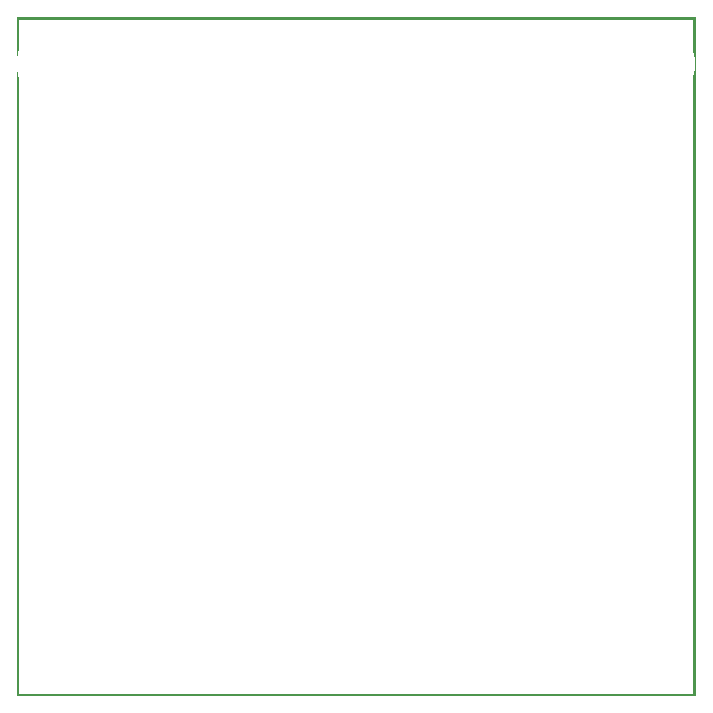
<source format=gbo>
G04 MADE WITH FRITZING*
G04 WWW.FRITZING.ORG*
G04 DOUBLE SIDED*
G04 HOLES PLATED*
G04 CONTOUR ON CENTER OF CONTOUR VECTOR*
%FSLAX26Y26*%
%MOIN*%
%ADD10R,0.001000X0.001000*%
%G04SILK0*%
%FSLAX26Y26*%
%MOIN*%
D10*
X500Y2263280D02*
X2262500Y2263280D01*
X500Y2262280D02*
X2262500Y2262280D01*
X500Y2261280D02*
X2262500Y2261280D01*
X500Y2260280D02*
X2262500Y2260280D01*
X500Y2259280D02*
X2262500Y2259280D01*
X500Y2258280D02*
X2262500Y2258280D01*
X500Y2257280D02*
X2262500Y2257280D01*
X500Y2256280D02*
X2262500Y2256280D01*
X500Y2255280D02*
X7500Y2255280D01*
X2255500Y2255280D02*
X2262500Y2255280D01*
X500Y2254280D02*
X7500Y2254280D01*
X2255500Y2254280D02*
X2262500Y2254280D01*
X500Y2253280D02*
X7500Y2253280D01*
X2255500Y2253280D02*
X2262500Y2253280D01*
X500Y2252280D02*
X7500Y2252280D01*
X2255500Y2252280D02*
X2262500Y2252280D01*
X500Y2251280D02*
X7500Y2251280D01*
X2255500Y2251280D02*
X2262500Y2251280D01*
X500Y2250280D02*
X7500Y2250280D01*
X2255500Y2250280D02*
X2262500Y2250280D01*
X500Y2249280D02*
X7500Y2249280D01*
X2255500Y2249280D02*
X2262500Y2249280D01*
X500Y2248280D02*
X7500Y2248280D01*
X2255500Y2248280D02*
X2262500Y2248280D01*
X500Y2247280D02*
X7500Y2247280D01*
X2255500Y2247280D02*
X2262500Y2247280D01*
X500Y2246280D02*
X7500Y2246280D01*
X2255500Y2246280D02*
X2262500Y2246280D01*
X500Y2245280D02*
X7500Y2245280D01*
X2255500Y2245280D02*
X2262500Y2245280D01*
X500Y2244280D02*
X7500Y2244280D01*
X2255500Y2244280D02*
X2262500Y2244280D01*
X500Y2243280D02*
X7500Y2243280D01*
X2255500Y2243280D02*
X2262500Y2243280D01*
X500Y2242280D02*
X7500Y2242280D01*
X2255500Y2242280D02*
X2262500Y2242280D01*
X500Y2241280D02*
X7500Y2241280D01*
X2255500Y2241280D02*
X2262500Y2241280D01*
X500Y2240280D02*
X7500Y2240280D01*
X2255500Y2240280D02*
X2262500Y2240280D01*
X500Y2239280D02*
X7500Y2239280D01*
X2255500Y2239280D02*
X2262500Y2239280D01*
X500Y2238280D02*
X7500Y2238280D01*
X2255500Y2238280D02*
X2262500Y2238280D01*
X500Y2237280D02*
X7500Y2237280D01*
X2255500Y2237280D02*
X2262500Y2237280D01*
X500Y2236280D02*
X7500Y2236280D01*
X2255500Y2236280D02*
X2262500Y2236280D01*
X500Y2235280D02*
X7500Y2235280D01*
X2255500Y2235280D02*
X2262500Y2235280D01*
X500Y2234280D02*
X7500Y2234280D01*
X2255500Y2234280D02*
X2262500Y2234280D01*
X500Y2233280D02*
X7500Y2233280D01*
X2255500Y2233280D02*
X2262500Y2233280D01*
X500Y2232280D02*
X7500Y2232280D01*
X2255500Y2232280D02*
X2262500Y2232280D01*
X500Y2231280D02*
X7500Y2231280D01*
X2255500Y2231280D02*
X2262500Y2231280D01*
X500Y2230280D02*
X7500Y2230280D01*
X2255500Y2230280D02*
X2262500Y2230280D01*
X500Y2229280D02*
X7500Y2229280D01*
X2255500Y2229280D02*
X2262500Y2229280D01*
X500Y2228280D02*
X7500Y2228280D01*
X2255500Y2228280D02*
X2262500Y2228280D01*
X500Y2227280D02*
X7500Y2227280D01*
X2255500Y2227280D02*
X2262500Y2227280D01*
X500Y2226280D02*
X7500Y2226280D01*
X2255500Y2226280D02*
X2262500Y2226280D01*
X500Y2225280D02*
X7500Y2225280D01*
X2255500Y2225280D02*
X2262500Y2225280D01*
X500Y2224280D02*
X7500Y2224280D01*
X2255500Y2224280D02*
X2262500Y2224280D01*
X500Y2223280D02*
X7500Y2223280D01*
X2255500Y2223280D02*
X2262500Y2223280D01*
X500Y2222280D02*
X7500Y2222280D01*
X2255500Y2222280D02*
X2262500Y2222280D01*
X500Y2221280D02*
X7500Y2221280D01*
X2255500Y2221280D02*
X2262500Y2221280D01*
X500Y2220280D02*
X7500Y2220280D01*
X2255500Y2220280D02*
X2262500Y2220280D01*
X500Y2219280D02*
X7500Y2219280D01*
X2255500Y2219280D02*
X2262500Y2219280D01*
X500Y2218280D02*
X7500Y2218280D01*
X2255500Y2218280D02*
X2262500Y2218280D01*
X500Y2217280D02*
X7500Y2217280D01*
X2255500Y2217280D02*
X2262500Y2217280D01*
X500Y2216280D02*
X7500Y2216280D01*
X2255500Y2216280D02*
X2262500Y2216280D01*
X500Y2215280D02*
X7500Y2215280D01*
X2255500Y2215280D02*
X2262500Y2215280D01*
X500Y2214280D02*
X7500Y2214280D01*
X2255500Y2214280D02*
X2262500Y2214280D01*
X500Y2213280D02*
X7500Y2213280D01*
X2255500Y2213280D02*
X2262500Y2213280D01*
X500Y2212280D02*
X7500Y2212280D01*
X2255500Y2212280D02*
X2262500Y2212280D01*
X500Y2211280D02*
X7500Y2211280D01*
X2255500Y2211280D02*
X2262500Y2211280D01*
X500Y2210280D02*
X7500Y2210280D01*
X2255500Y2210280D02*
X2262500Y2210280D01*
X500Y2209280D02*
X7500Y2209280D01*
X2255500Y2209280D02*
X2262500Y2209280D01*
X500Y2208280D02*
X7500Y2208280D01*
X2255500Y2208280D02*
X2262500Y2208280D01*
X500Y2207280D02*
X7500Y2207280D01*
X2255500Y2207280D02*
X2262500Y2207280D01*
X500Y2206280D02*
X7500Y2206280D01*
X2255500Y2206280D02*
X2262500Y2206280D01*
X500Y2205280D02*
X7500Y2205280D01*
X2255500Y2205280D02*
X2262500Y2205280D01*
X500Y2204280D02*
X7500Y2204280D01*
X2255500Y2204280D02*
X2262500Y2204280D01*
X500Y2203280D02*
X7500Y2203280D01*
X2255500Y2203280D02*
X2262500Y2203280D01*
X500Y2202280D02*
X7500Y2202280D01*
X2255500Y2202280D02*
X2262500Y2202280D01*
X500Y2201280D02*
X7500Y2201280D01*
X2255500Y2201280D02*
X2262500Y2201280D01*
X500Y2200280D02*
X7500Y2200280D01*
X2255500Y2200280D02*
X2262500Y2200280D01*
X500Y2199280D02*
X7500Y2199280D01*
X2255500Y2199280D02*
X2262500Y2199280D01*
X500Y2198280D02*
X7500Y2198280D01*
X2255500Y2198280D02*
X2262500Y2198280D01*
X500Y2197280D02*
X7500Y2197280D01*
X2255500Y2197280D02*
X2262500Y2197280D01*
X500Y2196280D02*
X7500Y2196280D01*
X2255500Y2196280D02*
X2262500Y2196280D01*
X500Y2195280D02*
X7500Y2195280D01*
X2255500Y2195280D02*
X2262500Y2195280D01*
X500Y2194280D02*
X7500Y2194280D01*
X2255500Y2194280D02*
X2262500Y2194280D01*
X500Y2193280D02*
X7500Y2193280D01*
X2255500Y2193280D02*
X2262500Y2193280D01*
X500Y2192280D02*
X7500Y2192280D01*
X2255500Y2192280D02*
X2262500Y2192280D01*
X500Y2191280D02*
X7500Y2191280D01*
X2255500Y2191280D02*
X2262500Y2191280D01*
X500Y2190280D02*
X7500Y2190280D01*
X2255500Y2190280D02*
X2262500Y2190280D01*
X500Y2189280D02*
X7500Y2189280D01*
X2255500Y2189280D02*
X2262500Y2189280D01*
X500Y2188280D02*
X7500Y2188280D01*
X2255500Y2188280D02*
X2262500Y2188280D01*
X500Y2187280D02*
X7500Y2187280D01*
X2255500Y2187280D02*
X2262500Y2187280D01*
X500Y2186280D02*
X7500Y2186280D01*
X2255500Y2186280D02*
X2262500Y2186280D01*
X500Y2185280D02*
X7500Y2185280D01*
X2255500Y2185280D02*
X2262500Y2185280D01*
X500Y2184280D02*
X7500Y2184280D01*
X2255500Y2184280D02*
X2262500Y2184280D01*
X500Y2183280D02*
X7500Y2183280D01*
X2255500Y2183280D02*
X2262500Y2183280D01*
X500Y2182280D02*
X7500Y2182280D01*
X2255500Y2182280D02*
X2262500Y2182280D01*
X500Y2181280D02*
X7500Y2181280D01*
X2255500Y2181280D02*
X2262500Y2181280D01*
X500Y2180280D02*
X7500Y2180280D01*
X2255500Y2180280D02*
X2262500Y2180280D01*
X500Y2179280D02*
X7500Y2179280D01*
X2255500Y2179280D02*
X2262500Y2179280D01*
X500Y2178280D02*
X7500Y2178280D01*
X2255500Y2178280D02*
X2262500Y2178280D01*
X500Y2177280D02*
X7500Y2177280D01*
X2255500Y2177280D02*
X2262500Y2177280D01*
X500Y2176280D02*
X7500Y2176280D01*
X2255500Y2176280D02*
X2262500Y2176280D01*
X500Y2175280D02*
X7500Y2175280D01*
X2255500Y2175280D02*
X2262500Y2175280D01*
X500Y2174280D02*
X7500Y2174280D01*
X2255500Y2174280D02*
X2262500Y2174280D01*
X500Y2173280D02*
X7500Y2173280D01*
X2255500Y2173280D02*
X2262500Y2173280D01*
X500Y2172280D02*
X7500Y2172280D01*
X2255500Y2172280D02*
X2262500Y2172280D01*
X500Y2171280D02*
X7500Y2171280D01*
X2255500Y2171280D02*
X2262500Y2171280D01*
X500Y2170280D02*
X7500Y2170280D01*
X2255500Y2170280D02*
X2262500Y2170280D01*
X500Y2169280D02*
X7500Y2169280D01*
X2255500Y2169280D02*
X2262500Y2169280D01*
X500Y2168280D02*
X7500Y2168280D01*
X2255500Y2168280D02*
X2262500Y2168280D01*
X500Y2167280D02*
X7500Y2167280D01*
X2255500Y2167280D02*
X2262500Y2167280D01*
X500Y2166280D02*
X7500Y2166280D01*
X2255500Y2166280D02*
X2262500Y2166280D01*
X500Y2165280D02*
X7500Y2165280D01*
X2255500Y2165280D02*
X2262500Y2165280D01*
X500Y2164280D02*
X7500Y2164280D01*
X2255500Y2164280D02*
X2262500Y2164280D01*
X500Y2163280D02*
X7500Y2163280D01*
X2255500Y2163280D02*
X2262500Y2163280D01*
X500Y2162280D02*
X7500Y2162280D01*
X2255500Y2162280D02*
X2262500Y2162280D01*
X500Y2161280D02*
X7500Y2161280D01*
X2255500Y2161280D02*
X2262500Y2161280D01*
X500Y2160280D02*
X7500Y2160280D01*
X2255500Y2160280D02*
X2262500Y2160280D01*
X500Y2159280D02*
X7500Y2159280D01*
X2255500Y2159280D02*
X2262500Y2159280D01*
X500Y2158280D02*
X7500Y2158280D01*
X2255500Y2158280D02*
X2262500Y2158280D01*
X500Y2157280D02*
X7500Y2157280D01*
X2255500Y2157280D02*
X2262500Y2157280D01*
X500Y2156280D02*
X7500Y2156280D01*
X2255500Y2156280D02*
X2262500Y2156280D01*
X500Y2155280D02*
X6500Y2155280D01*
X2255500Y2155280D02*
X2262500Y2155280D01*
X500Y2154280D02*
X6500Y2154280D01*
X2255500Y2154280D02*
X2262500Y2154280D01*
X500Y2153280D02*
X6500Y2153280D01*
X2255500Y2153280D02*
X2262500Y2153280D01*
X500Y2152280D02*
X5500Y2152280D01*
X2255500Y2152280D02*
X2262500Y2152280D01*
X500Y2151280D02*
X5500Y2151280D01*
X2255500Y2151280D02*
X2262500Y2151280D01*
X500Y2150280D02*
X5500Y2150280D01*
X2255500Y2150280D02*
X2262500Y2150280D01*
X500Y2149280D02*
X4500Y2149280D01*
X2255500Y2149280D02*
X2262500Y2149280D01*
X500Y2148280D02*
X4500Y2148280D01*
X2255500Y2148280D02*
X2262500Y2148280D01*
X500Y2147280D02*
X4500Y2147280D01*
X2255500Y2147280D02*
X2262500Y2147280D01*
X500Y2146280D02*
X4500Y2146280D01*
X2255500Y2146280D02*
X2262500Y2146280D01*
X500Y2145280D02*
X3500Y2145280D01*
X2255500Y2145280D02*
X2262500Y2145280D01*
X500Y2144280D02*
X3500Y2144280D01*
X2256500Y2144280D02*
X2262500Y2144280D01*
X500Y2143280D02*
X3500Y2143280D01*
X2256500Y2143280D02*
X2262500Y2143280D01*
X500Y2142280D02*
X2500Y2142280D01*
X2256500Y2142280D02*
X2262500Y2142280D01*
X500Y2141280D02*
X2500Y2141280D01*
X2256500Y2141280D02*
X2262500Y2141280D01*
X500Y2140280D02*
X2500Y2140280D01*
X2257500Y2140280D02*
X2262500Y2140280D01*
X500Y2139280D02*
X2500Y2139280D01*
X2257500Y2139280D02*
X2262500Y2139280D01*
X500Y2138280D02*
X2500Y2138280D01*
X2257500Y2138280D02*
X2262500Y2138280D01*
X500Y2137280D02*
X1500Y2137280D01*
X2257500Y2137280D02*
X2262500Y2137280D01*
X500Y2136280D02*
X1500Y2136280D01*
X2257500Y2136280D02*
X2262500Y2136280D01*
X500Y2135280D02*
X1500Y2135280D01*
X2258500Y2135280D02*
X2262500Y2135280D01*
X500Y2134280D02*
X1500Y2134280D01*
X2258500Y2134280D02*
X2262500Y2134280D01*
X500Y2133280D02*
X1500Y2133280D01*
X2258500Y2133280D02*
X2262500Y2133280D01*
X500Y2132280D02*
X500Y2132280D01*
X2258500Y2132280D02*
X2262500Y2132280D01*
X500Y2131280D02*
X500Y2131280D01*
X2258500Y2131280D02*
X2262500Y2131280D01*
X500Y2130280D02*
X500Y2130280D01*
X2259500Y2130280D02*
X2262500Y2130280D01*
X500Y2129280D02*
X500Y2129280D01*
X2259500Y2129280D02*
X2262500Y2129280D01*
X500Y2128280D02*
X500Y2128280D01*
X2259500Y2128280D02*
X2262500Y2128280D01*
X500Y2127280D02*
X500Y2127280D01*
X2259500Y2127280D02*
X2262500Y2127280D01*
X500Y2126280D02*
X500Y2126280D01*
X2259500Y2126280D02*
X2262500Y2126280D01*
X2259500Y2125280D02*
X2262500Y2125280D01*
X2259500Y2124280D02*
X2262500Y2124280D01*
X2259500Y2123280D02*
X2262500Y2123280D01*
X2260500Y2122280D02*
X2262500Y2122280D01*
X2260500Y2121280D02*
X2262500Y2121280D01*
X2260500Y2120280D02*
X2262500Y2120280D01*
X2260500Y2119280D02*
X2262500Y2119280D01*
X2260500Y2118280D02*
X2262500Y2118280D01*
X2260500Y2117280D02*
X2262500Y2117280D01*
X2260500Y2116280D02*
X2262500Y2116280D01*
X2260500Y2115280D02*
X2262500Y2115280D01*
X2260500Y2114280D02*
X2262500Y2114280D01*
X2260500Y2113280D02*
X2262500Y2113280D01*
X2260500Y2112280D02*
X2262500Y2112280D01*
X2260500Y2111280D02*
X2262500Y2111280D01*
X2260500Y2110280D02*
X2262500Y2110280D01*
X2260500Y2109280D02*
X2262500Y2109280D01*
X2260500Y2108280D02*
X2262500Y2108280D01*
X2260500Y2107280D02*
X2262500Y2107280D01*
X2260500Y2106280D02*
X2262500Y2106280D01*
X2260500Y2105280D02*
X2262500Y2105280D01*
X2260500Y2104280D02*
X2262500Y2104280D01*
X2260500Y2103280D02*
X2262500Y2103280D01*
X2260500Y2102280D02*
X2262500Y2102280D01*
X2260500Y2101280D02*
X2262500Y2101280D01*
X2260500Y2100280D02*
X2262500Y2100280D01*
X2260500Y2099280D02*
X2262500Y2099280D01*
X2260500Y2098280D02*
X2262500Y2098280D01*
X2260500Y2097280D02*
X2262500Y2097280D01*
X2260500Y2096280D02*
X2262500Y2096280D01*
X2260500Y2095280D02*
X2262500Y2095280D01*
X2260500Y2094280D02*
X2262500Y2094280D01*
X2260500Y2093280D02*
X2262500Y2093280D01*
X2260500Y2092280D02*
X2262500Y2092280D01*
X2259500Y2091280D02*
X2262500Y2091280D01*
X2259500Y2090280D02*
X2262500Y2090280D01*
X2259500Y2089280D02*
X2262500Y2089280D01*
X2259500Y2088280D02*
X2262500Y2088280D01*
X500Y2087280D02*
X500Y2087280D01*
X2259500Y2087280D02*
X2262500Y2087280D01*
X500Y2086280D02*
X500Y2086280D01*
X2259500Y2086280D02*
X2262500Y2086280D01*
X500Y2085280D02*
X500Y2085280D01*
X2259500Y2085280D02*
X2262500Y2085280D01*
X500Y2084280D02*
X500Y2084280D01*
X2259500Y2084280D02*
X2262500Y2084280D01*
X500Y2083280D02*
X500Y2083280D01*
X2258500Y2083280D02*
X2262500Y2083280D01*
X500Y2082280D02*
X500Y2082280D01*
X2258500Y2082280D02*
X2262500Y2082280D01*
X500Y2081280D02*
X1500Y2081280D01*
X2258500Y2081280D02*
X2262500Y2081280D01*
X500Y2080280D02*
X1500Y2080280D01*
X2258500Y2080280D02*
X2262500Y2080280D01*
X500Y2079280D02*
X1500Y2079280D01*
X2258500Y2079280D02*
X2262500Y2079280D01*
X500Y2078280D02*
X1500Y2078280D01*
X2258500Y2078280D02*
X2262500Y2078280D01*
X500Y2077280D02*
X1500Y2077280D01*
X2257500Y2077280D02*
X2262500Y2077280D01*
X500Y2076280D02*
X1500Y2076280D01*
X2257500Y2076280D02*
X2262500Y2076280D01*
X500Y2075280D02*
X2500Y2075280D01*
X2257500Y2075280D02*
X2262500Y2075280D01*
X500Y2074280D02*
X2500Y2074280D01*
X2257500Y2074280D02*
X2262500Y2074280D01*
X500Y2073280D02*
X2500Y2073280D01*
X2256500Y2073280D02*
X2262500Y2073280D01*
X500Y2072280D02*
X2500Y2072280D01*
X2256500Y2072280D02*
X2262500Y2072280D01*
X500Y2071280D02*
X3500Y2071280D01*
X2256500Y2071280D02*
X2262500Y2071280D01*
X500Y2070280D02*
X3500Y2070280D01*
X2256500Y2070280D02*
X2262500Y2070280D01*
X500Y2069280D02*
X3500Y2069280D01*
X2255500Y2069280D02*
X2262500Y2069280D01*
X500Y2068280D02*
X3500Y2068280D01*
X2255500Y2068280D02*
X2262500Y2068280D01*
X500Y2067280D02*
X4500Y2067280D01*
X2255500Y2067280D02*
X2262500Y2067280D01*
X500Y2066280D02*
X4500Y2066280D01*
X2255500Y2066280D02*
X2262500Y2066280D01*
X500Y2065280D02*
X4500Y2065280D01*
X2255500Y2065280D02*
X2262500Y2065280D01*
X500Y2064280D02*
X5500Y2064280D01*
X2255500Y2064280D02*
X2262500Y2064280D01*
X500Y2063280D02*
X5500Y2063280D01*
X2255500Y2063280D02*
X2262500Y2063280D01*
X500Y2062280D02*
X5500Y2062280D01*
X2255500Y2062280D02*
X2262500Y2062280D01*
X500Y2061280D02*
X6500Y2061280D01*
X2255500Y2061280D02*
X2262500Y2061280D01*
X500Y2060280D02*
X6500Y2060280D01*
X2255500Y2060280D02*
X2262500Y2060280D01*
X500Y2059280D02*
X6500Y2059280D01*
X2255500Y2059280D02*
X2262500Y2059280D01*
X500Y2058280D02*
X7500Y2058280D01*
X2255500Y2058280D02*
X2262500Y2058280D01*
X500Y2057280D02*
X7500Y2057280D01*
X2255500Y2057280D02*
X2262500Y2057280D01*
X500Y2056280D02*
X7500Y2056280D01*
X2255500Y2056280D02*
X2262500Y2056280D01*
X500Y2055280D02*
X7500Y2055280D01*
X2255500Y2055280D02*
X2262500Y2055280D01*
X500Y2054280D02*
X7500Y2054280D01*
X2255500Y2054280D02*
X2262500Y2054280D01*
X500Y2053280D02*
X7500Y2053280D01*
X2255500Y2053280D02*
X2262500Y2053280D01*
X500Y2052280D02*
X7500Y2052280D01*
X2255500Y2052280D02*
X2262500Y2052280D01*
X500Y2051280D02*
X7500Y2051280D01*
X2255500Y2051280D02*
X2262500Y2051280D01*
X500Y2050280D02*
X7500Y2050280D01*
X2255500Y2050280D02*
X2262500Y2050280D01*
X500Y2049280D02*
X7500Y2049280D01*
X2255500Y2049280D02*
X2262500Y2049280D01*
X500Y2048280D02*
X7500Y2048280D01*
X2255500Y2048280D02*
X2262500Y2048280D01*
X500Y2047280D02*
X7500Y2047280D01*
X2255500Y2047280D02*
X2262500Y2047280D01*
X500Y2046280D02*
X7500Y2046280D01*
X2255500Y2046280D02*
X2262500Y2046280D01*
X500Y2045280D02*
X7500Y2045280D01*
X2255500Y2045280D02*
X2262500Y2045280D01*
X500Y2044280D02*
X7500Y2044280D01*
X2255500Y2044280D02*
X2262500Y2044280D01*
X500Y2043280D02*
X7500Y2043280D01*
X2255500Y2043280D02*
X2262500Y2043280D01*
X500Y2042280D02*
X7500Y2042280D01*
X2255500Y2042280D02*
X2262500Y2042280D01*
X500Y2041280D02*
X7500Y2041280D01*
X2255500Y2041280D02*
X2262500Y2041280D01*
X500Y2040280D02*
X7500Y2040280D01*
X2255500Y2040280D02*
X2262500Y2040280D01*
X500Y2039280D02*
X7500Y2039280D01*
X2255500Y2039280D02*
X2262500Y2039280D01*
X500Y2038280D02*
X7500Y2038280D01*
X2255500Y2038280D02*
X2262500Y2038280D01*
X500Y2037280D02*
X7500Y2037280D01*
X2255500Y2037280D02*
X2262500Y2037280D01*
X500Y2036280D02*
X7500Y2036280D01*
X2255500Y2036280D02*
X2262500Y2036280D01*
X500Y2035280D02*
X7500Y2035280D01*
X2255500Y2035280D02*
X2262500Y2035280D01*
X500Y2034280D02*
X7500Y2034280D01*
X2255500Y2034280D02*
X2262500Y2034280D01*
X500Y2033280D02*
X7500Y2033280D01*
X2255500Y2033280D02*
X2262500Y2033280D01*
X500Y2032280D02*
X7500Y2032280D01*
X2255500Y2032280D02*
X2262500Y2032280D01*
X500Y2031280D02*
X7500Y2031280D01*
X2255500Y2031280D02*
X2262500Y2031280D01*
X500Y2030280D02*
X7500Y2030280D01*
X2255500Y2030280D02*
X2262500Y2030280D01*
X500Y2029280D02*
X7500Y2029280D01*
X2255500Y2029280D02*
X2262500Y2029280D01*
X500Y2028280D02*
X7500Y2028280D01*
X2255500Y2028280D02*
X2262500Y2028280D01*
X500Y2027280D02*
X7500Y2027280D01*
X2255500Y2027280D02*
X2262500Y2027280D01*
X500Y2026280D02*
X7500Y2026280D01*
X2255500Y2026280D02*
X2262500Y2026280D01*
X500Y2025280D02*
X7500Y2025280D01*
X2255500Y2025280D02*
X2262500Y2025280D01*
X500Y2024280D02*
X7500Y2024280D01*
X2255500Y2024280D02*
X2262500Y2024280D01*
X500Y2023280D02*
X7500Y2023280D01*
X2255500Y2023280D02*
X2262500Y2023280D01*
X500Y2022280D02*
X7500Y2022280D01*
X2255500Y2022280D02*
X2262500Y2022280D01*
X500Y2021280D02*
X7500Y2021280D01*
X2255500Y2021280D02*
X2262500Y2021280D01*
X500Y2020280D02*
X7500Y2020280D01*
X2255500Y2020280D02*
X2262500Y2020280D01*
X500Y2019280D02*
X7500Y2019280D01*
X2255500Y2019280D02*
X2262500Y2019280D01*
X500Y2018280D02*
X7500Y2018280D01*
X2255500Y2018280D02*
X2262500Y2018280D01*
X500Y2017280D02*
X7500Y2017280D01*
X2255500Y2017280D02*
X2262500Y2017280D01*
X500Y2016280D02*
X7500Y2016280D01*
X2255500Y2016280D02*
X2262500Y2016280D01*
X500Y2015280D02*
X7500Y2015280D01*
X2255500Y2015280D02*
X2262500Y2015280D01*
X500Y2014280D02*
X7500Y2014280D01*
X2255500Y2014280D02*
X2262500Y2014280D01*
X500Y2013280D02*
X7500Y2013280D01*
X2255500Y2013280D02*
X2262500Y2013280D01*
X500Y2012280D02*
X7500Y2012280D01*
X2255500Y2012280D02*
X2262500Y2012280D01*
X500Y2011280D02*
X7500Y2011280D01*
X2255500Y2011280D02*
X2262500Y2011280D01*
X500Y2010280D02*
X7500Y2010280D01*
X2255500Y2010280D02*
X2262500Y2010280D01*
X500Y2009280D02*
X7500Y2009280D01*
X2255500Y2009280D02*
X2262500Y2009280D01*
X500Y2008280D02*
X7500Y2008280D01*
X2255500Y2008280D02*
X2262500Y2008280D01*
X500Y2007280D02*
X7500Y2007280D01*
X2255500Y2007280D02*
X2262500Y2007280D01*
X500Y2006280D02*
X7500Y2006280D01*
X2255500Y2006280D02*
X2262500Y2006280D01*
X500Y2005280D02*
X7500Y2005280D01*
X2255500Y2005280D02*
X2262500Y2005280D01*
X500Y2004280D02*
X7500Y2004280D01*
X2255500Y2004280D02*
X2262500Y2004280D01*
X500Y2003280D02*
X7500Y2003280D01*
X2255500Y2003280D02*
X2262500Y2003280D01*
X500Y2002280D02*
X7500Y2002280D01*
X2255500Y2002280D02*
X2262500Y2002280D01*
X500Y2001280D02*
X7500Y2001280D01*
X2255500Y2001280D02*
X2262500Y2001280D01*
X500Y2000280D02*
X7500Y2000280D01*
X2255500Y2000280D02*
X2262500Y2000280D01*
X500Y1999280D02*
X7500Y1999280D01*
X2255500Y1999280D02*
X2262500Y1999280D01*
X500Y1998280D02*
X7500Y1998280D01*
X2255500Y1998280D02*
X2262500Y1998280D01*
X500Y1997280D02*
X7500Y1997280D01*
X2255500Y1997280D02*
X2262500Y1997280D01*
X500Y1996280D02*
X7500Y1996280D01*
X2255500Y1996280D02*
X2262500Y1996280D01*
X500Y1995280D02*
X7500Y1995280D01*
X2255500Y1995280D02*
X2262500Y1995280D01*
X500Y1994280D02*
X7500Y1994280D01*
X2255500Y1994280D02*
X2262500Y1994280D01*
X500Y1993280D02*
X7500Y1993280D01*
X2255500Y1993280D02*
X2262500Y1993280D01*
X500Y1992280D02*
X7500Y1992280D01*
X2255500Y1992280D02*
X2262500Y1992280D01*
X500Y1991280D02*
X7500Y1991280D01*
X2255500Y1991280D02*
X2262500Y1991280D01*
X500Y1990280D02*
X7500Y1990280D01*
X2255500Y1990280D02*
X2262500Y1990280D01*
X500Y1989280D02*
X7500Y1989280D01*
X2255500Y1989280D02*
X2262500Y1989280D01*
X500Y1988280D02*
X7500Y1988280D01*
X2255500Y1988280D02*
X2262500Y1988280D01*
X500Y1987280D02*
X7500Y1987280D01*
X2255500Y1987280D02*
X2262500Y1987280D01*
X500Y1986280D02*
X7500Y1986280D01*
X2255500Y1986280D02*
X2262500Y1986280D01*
X500Y1985280D02*
X7500Y1985280D01*
X2255500Y1985280D02*
X2262500Y1985280D01*
X500Y1984280D02*
X7500Y1984280D01*
X2255500Y1984280D02*
X2262500Y1984280D01*
X500Y1983280D02*
X7500Y1983280D01*
X2255500Y1983280D02*
X2262500Y1983280D01*
X500Y1982280D02*
X7500Y1982280D01*
X2255500Y1982280D02*
X2262500Y1982280D01*
X500Y1981280D02*
X7500Y1981280D01*
X2255500Y1981280D02*
X2262500Y1981280D01*
X500Y1980280D02*
X7500Y1980280D01*
X2255500Y1980280D02*
X2262500Y1980280D01*
X500Y1979280D02*
X7500Y1979280D01*
X2255500Y1979280D02*
X2262500Y1979280D01*
X500Y1978280D02*
X7500Y1978280D01*
X2255500Y1978280D02*
X2262500Y1978280D01*
X500Y1977280D02*
X7500Y1977280D01*
X2255500Y1977280D02*
X2262500Y1977280D01*
X500Y1976280D02*
X7500Y1976280D01*
X2255500Y1976280D02*
X2262500Y1976280D01*
X500Y1975280D02*
X7500Y1975280D01*
X2255500Y1975280D02*
X2262500Y1975280D01*
X500Y1974280D02*
X7500Y1974280D01*
X2255500Y1974280D02*
X2262500Y1974280D01*
X500Y1973280D02*
X7500Y1973280D01*
X2255500Y1973280D02*
X2262500Y1973280D01*
X500Y1972280D02*
X7500Y1972280D01*
X2255500Y1972280D02*
X2262500Y1972280D01*
X500Y1971280D02*
X7500Y1971280D01*
X2255500Y1971280D02*
X2262500Y1971280D01*
X500Y1970280D02*
X7500Y1970280D01*
X2255500Y1970280D02*
X2262500Y1970280D01*
X500Y1969280D02*
X7500Y1969280D01*
X2255500Y1969280D02*
X2262500Y1969280D01*
X500Y1968280D02*
X7500Y1968280D01*
X2255500Y1968280D02*
X2262500Y1968280D01*
X500Y1967280D02*
X7500Y1967280D01*
X2255500Y1967280D02*
X2262500Y1967280D01*
X500Y1966280D02*
X7500Y1966280D01*
X2255500Y1966280D02*
X2262500Y1966280D01*
X500Y1965280D02*
X7500Y1965280D01*
X2255500Y1965280D02*
X2262500Y1965280D01*
X500Y1964280D02*
X7500Y1964280D01*
X2255500Y1964280D02*
X2262500Y1964280D01*
X500Y1963280D02*
X7500Y1963280D01*
X2255500Y1963280D02*
X2262500Y1963280D01*
X500Y1962280D02*
X7500Y1962280D01*
X2255500Y1962280D02*
X2262500Y1962280D01*
X500Y1961280D02*
X7500Y1961280D01*
X2255500Y1961280D02*
X2262500Y1961280D01*
X500Y1960280D02*
X7500Y1960280D01*
X2255500Y1960280D02*
X2262500Y1960280D01*
X500Y1959280D02*
X7500Y1959280D01*
X2255500Y1959280D02*
X2262500Y1959280D01*
X500Y1958280D02*
X7500Y1958280D01*
X2255500Y1958280D02*
X2262500Y1958280D01*
X500Y1957280D02*
X7500Y1957280D01*
X2255500Y1957280D02*
X2262500Y1957280D01*
X500Y1956280D02*
X7500Y1956280D01*
X2255500Y1956280D02*
X2262500Y1956280D01*
X500Y1955280D02*
X7500Y1955280D01*
X2255500Y1955280D02*
X2262500Y1955280D01*
X500Y1954280D02*
X7500Y1954280D01*
X2255500Y1954280D02*
X2262500Y1954280D01*
X500Y1953280D02*
X7500Y1953280D01*
X2255500Y1953280D02*
X2262500Y1953280D01*
X500Y1952280D02*
X7500Y1952280D01*
X2255500Y1952280D02*
X2262500Y1952280D01*
X500Y1951280D02*
X7500Y1951280D01*
X2255500Y1951280D02*
X2262500Y1951280D01*
X500Y1950280D02*
X7500Y1950280D01*
X2255500Y1950280D02*
X2262500Y1950280D01*
X500Y1949280D02*
X7500Y1949280D01*
X2255500Y1949280D02*
X2262500Y1949280D01*
X500Y1948280D02*
X7500Y1948280D01*
X2255500Y1948280D02*
X2262500Y1948280D01*
X500Y1947280D02*
X7500Y1947280D01*
X2255500Y1947280D02*
X2262500Y1947280D01*
X500Y1946280D02*
X7500Y1946280D01*
X2255500Y1946280D02*
X2262500Y1946280D01*
X500Y1945280D02*
X7500Y1945280D01*
X2255500Y1945280D02*
X2262500Y1945280D01*
X500Y1944280D02*
X7500Y1944280D01*
X2255500Y1944280D02*
X2262500Y1944280D01*
X500Y1943280D02*
X7500Y1943280D01*
X2255500Y1943280D02*
X2262500Y1943280D01*
X500Y1942280D02*
X7500Y1942280D01*
X2255500Y1942280D02*
X2262500Y1942280D01*
X500Y1941280D02*
X7500Y1941280D01*
X2255500Y1941280D02*
X2262500Y1941280D01*
X500Y1940280D02*
X7500Y1940280D01*
X2255500Y1940280D02*
X2262500Y1940280D01*
X500Y1939280D02*
X7500Y1939280D01*
X2255500Y1939280D02*
X2262500Y1939280D01*
X500Y1938280D02*
X7500Y1938280D01*
X2255500Y1938280D02*
X2262500Y1938280D01*
X500Y1937280D02*
X7500Y1937280D01*
X2255500Y1937280D02*
X2262500Y1937280D01*
X500Y1936280D02*
X7500Y1936280D01*
X2255500Y1936280D02*
X2262500Y1936280D01*
X500Y1935280D02*
X7500Y1935280D01*
X2255500Y1935280D02*
X2262500Y1935280D01*
X500Y1934280D02*
X7500Y1934280D01*
X2255500Y1934280D02*
X2262500Y1934280D01*
X500Y1933280D02*
X7500Y1933280D01*
X2255500Y1933280D02*
X2262500Y1933280D01*
X500Y1932280D02*
X7500Y1932280D01*
X2255500Y1932280D02*
X2262500Y1932280D01*
X500Y1931280D02*
X7500Y1931280D01*
X2255500Y1931280D02*
X2262500Y1931280D01*
X500Y1930280D02*
X7500Y1930280D01*
X2255500Y1930280D02*
X2262500Y1930280D01*
X500Y1929280D02*
X7500Y1929280D01*
X2255500Y1929280D02*
X2262500Y1929280D01*
X500Y1928280D02*
X7500Y1928280D01*
X2255500Y1928280D02*
X2262500Y1928280D01*
X500Y1927280D02*
X7500Y1927280D01*
X2255500Y1927280D02*
X2262500Y1927280D01*
X500Y1926280D02*
X7500Y1926280D01*
X2255500Y1926280D02*
X2262500Y1926280D01*
X500Y1925280D02*
X7500Y1925280D01*
X2255500Y1925280D02*
X2262500Y1925280D01*
X500Y1924280D02*
X7500Y1924280D01*
X2255500Y1924280D02*
X2262500Y1924280D01*
X500Y1923280D02*
X7500Y1923280D01*
X2255500Y1923280D02*
X2262500Y1923280D01*
X500Y1922280D02*
X7500Y1922280D01*
X2255500Y1922280D02*
X2262500Y1922280D01*
X500Y1921280D02*
X7500Y1921280D01*
X2255500Y1921280D02*
X2262500Y1921280D01*
X500Y1920280D02*
X7500Y1920280D01*
X2255500Y1920280D02*
X2262500Y1920280D01*
X500Y1919280D02*
X7500Y1919280D01*
X2255500Y1919280D02*
X2262500Y1919280D01*
X500Y1918280D02*
X7500Y1918280D01*
X2255500Y1918280D02*
X2262500Y1918280D01*
X500Y1917280D02*
X7500Y1917280D01*
X2255500Y1917280D02*
X2262500Y1917280D01*
X500Y1916280D02*
X7500Y1916280D01*
X2255500Y1916280D02*
X2262500Y1916280D01*
X500Y1915280D02*
X7500Y1915280D01*
X2255500Y1915280D02*
X2262500Y1915280D01*
X500Y1914280D02*
X7500Y1914280D01*
X2255500Y1914280D02*
X2262500Y1914280D01*
X500Y1913280D02*
X7500Y1913280D01*
X2255500Y1913280D02*
X2262500Y1913280D01*
X500Y1912280D02*
X7500Y1912280D01*
X2255500Y1912280D02*
X2262500Y1912280D01*
X500Y1911280D02*
X7500Y1911280D01*
X2255500Y1911280D02*
X2262500Y1911280D01*
X500Y1910280D02*
X7500Y1910280D01*
X2255500Y1910280D02*
X2262500Y1910280D01*
X500Y1909280D02*
X7500Y1909280D01*
X2255500Y1909280D02*
X2262500Y1909280D01*
X500Y1908280D02*
X7500Y1908280D01*
X2255500Y1908280D02*
X2262500Y1908280D01*
X500Y1907280D02*
X7500Y1907280D01*
X2255500Y1907280D02*
X2262500Y1907280D01*
X500Y1906280D02*
X7500Y1906280D01*
X2255500Y1906280D02*
X2262500Y1906280D01*
X500Y1905280D02*
X7500Y1905280D01*
X2255500Y1905280D02*
X2262500Y1905280D01*
X500Y1904280D02*
X7500Y1904280D01*
X2255500Y1904280D02*
X2262500Y1904280D01*
X500Y1903280D02*
X7500Y1903280D01*
X2255500Y1903280D02*
X2262500Y1903280D01*
X500Y1902280D02*
X7500Y1902280D01*
X2255500Y1902280D02*
X2262500Y1902280D01*
X500Y1901280D02*
X7500Y1901280D01*
X2255500Y1901280D02*
X2262500Y1901280D01*
X500Y1900280D02*
X7500Y1900280D01*
X2255500Y1900280D02*
X2262500Y1900280D01*
X500Y1899280D02*
X7500Y1899280D01*
X2255500Y1899280D02*
X2262500Y1899280D01*
X500Y1898280D02*
X7500Y1898280D01*
X2255500Y1898280D02*
X2262500Y1898280D01*
X500Y1897280D02*
X7500Y1897280D01*
X2255500Y1897280D02*
X2262500Y1897280D01*
X500Y1896280D02*
X7500Y1896280D01*
X2255500Y1896280D02*
X2262500Y1896280D01*
X500Y1895280D02*
X7500Y1895280D01*
X2255500Y1895280D02*
X2262500Y1895280D01*
X500Y1894280D02*
X7500Y1894280D01*
X2255500Y1894280D02*
X2262500Y1894280D01*
X500Y1893280D02*
X7500Y1893280D01*
X2255500Y1893280D02*
X2262500Y1893280D01*
X500Y1892280D02*
X7500Y1892280D01*
X2255500Y1892280D02*
X2262500Y1892280D01*
X500Y1891280D02*
X7500Y1891280D01*
X2255500Y1891280D02*
X2262500Y1891280D01*
X500Y1890280D02*
X7500Y1890280D01*
X2255500Y1890280D02*
X2262500Y1890280D01*
X500Y1889280D02*
X7500Y1889280D01*
X2255500Y1889280D02*
X2262500Y1889280D01*
X500Y1888280D02*
X7500Y1888280D01*
X2255500Y1888280D02*
X2262500Y1888280D01*
X500Y1887280D02*
X7500Y1887280D01*
X2255500Y1887280D02*
X2262500Y1887280D01*
X500Y1886280D02*
X7500Y1886280D01*
X2255500Y1886280D02*
X2262500Y1886280D01*
X500Y1885280D02*
X7500Y1885280D01*
X2255500Y1885280D02*
X2262500Y1885280D01*
X500Y1884280D02*
X7500Y1884280D01*
X2255500Y1884280D02*
X2262500Y1884280D01*
X500Y1883280D02*
X7500Y1883280D01*
X2255500Y1883280D02*
X2262500Y1883280D01*
X500Y1882280D02*
X7500Y1882280D01*
X2255500Y1882280D02*
X2262500Y1882280D01*
X500Y1881280D02*
X7500Y1881280D01*
X2255500Y1881280D02*
X2262500Y1881280D01*
X500Y1880280D02*
X7500Y1880280D01*
X2255500Y1880280D02*
X2262500Y1880280D01*
X500Y1879280D02*
X7500Y1879280D01*
X2255500Y1879280D02*
X2262500Y1879280D01*
X500Y1878280D02*
X7500Y1878280D01*
X2255500Y1878280D02*
X2262500Y1878280D01*
X500Y1877280D02*
X7500Y1877280D01*
X2255500Y1877280D02*
X2262500Y1877280D01*
X500Y1876280D02*
X7500Y1876280D01*
X2255500Y1876280D02*
X2262500Y1876280D01*
X500Y1875280D02*
X7500Y1875280D01*
X2255500Y1875280D02*
X2262500Y1875280D01*
X500Y1874280D02*
X7500Y1874280D01*
X2255500Y1874280D02*
X2262500Y1874280D01*
X500Y1873280D02*
X7500Y1873280D01*
X2255500Y1873280D02*
X2262500Y1873280D01*
X500Y1872280D02*
X7500Y1872280D01*
X2255500Y1872280D02*
X2262500Y1872280D01*
X500Y1871280D02*
X7500Y1871280D01*
X2255500Y1871280D02*
X2262500Y1871280D01*
X500Y1870280D02*
X7500Y1870280D01*
X2255500Y1870280D02*
X2262500Y1870280D01*
X500Y1869280D02*
X7500Y1869280D01*
X2255500Y1869280D02*
X2262500Y1869280D01*
X500Y1868280D02*
X7500Y1868280D01*
X2255500Y1868280D02*
X2262500Y1868280D01*
X500Y1867280D02*
X7500Y1867280D01*
X2255500Y1867280D02*
X2262500Y1867280D01*
X500Y1866280D02*
X7500Y1866280D01*
X2255500Y1866280D02*
X2262500Y1866280D01*
X500Y1865280D02*
X7500Y1865280D01*
X2255500Y1865280D02*
X2262500Y1865280D01*
X500Y1864280D02*
X7500Y1864280D01*
X2255500Y1864280D02*
X2262500Y1864280D01*
X500Y1863280D02*
X7500Y1863280D01*
X2255500Y1863280D02*
X2262500Y1863280D01*
X500Y1862280D02*
X7500Y1862280D01*
X2255500Y1862280D02*
X2262500Y1862280D01*
X500Y1861280D02*
X7500Y1861280D01*
X2255500Y1861280D02*
X2262500Y1861280D01*
X500Y1860280D02*
X7500Y1860280D01*
X2255500Y1860280D02*
X2262500Y1860280D01*
X500Y1859280D02*
X7500Y1859280D01*
X2255500Y1859280D02*
X2262500Y1859280D01*
X500Y1858280D02*
X7500Y1858280D01*
X2255500Y1858280D02*
X2262500Y1858280D01*
X500Y1857280D02*
X7500Y1857280D01*
X2255500Y1857280D02*
X2262500Y1857280D01*
X500Y1856280D02*
X7500Y1856280D01*
X2255500Y1856280D02*
X2262500Y1856280D01*
X500Y1855280D02*
X7500Y1855280D01*
X2255500Y1855280D02*
X2262500Y1855280D01*
X500Y1854280D02*
X7500Y1854280D01*
X2255500Y1854280D02*
X2262500Y1854280D01*
X500Y1853280D02*
X7500Y1853280D01*
X2255500Y1853280D02*
X2262500Y1853280D01*
X500Y1852280D02*
X7500Y1852280D01*
X2255500Y1852280D02*
X2262500Y1852280D01*
X500Y1851280D02*
X7500Y1851280D01*
X2255500Y1851280D02*
X2262500Y1851280D01*
X500Y1850280D02*
X7500Y1850280D01*
X2255500Y1850280D02*
X2262500Y1850280D01*
X500Y1849280D02*
X7500Y1849280D01*
X2255500Y1849280D02*
X2262500Y1849280D01*
X500Y1848280D02*
X7500Y1848280D01*
X2255500Y1848280D02*
X2262500Y1848280D01*
X500Y1847280D02*
X7500Y1847280D01*
X2255500Y1847280D02*
X2262500Y1847280D01*
X500Y1846280D02*
X7500Y1846280D01*
X2255500Y1846280D02*
X2262500Y1846280D01*
X500Y1845280D02*
X7500Y1845280D01*
X2255500Y1845280D02*
X2262500Y1845280D01*
X500Y1844280D02*
X7500Y1844280D01*
X2255500Y1844280D02*
X2262500Y1844280D01*
X500Y1843280D02*
X7500Y1843280D01*
X2255500Y1843280D02*
X2262500Y1843280D01*
X500Y1842280D02*
X7500Y1842280D01*
X2255500Y1842280D02*
X2262500Y1842280D01*
X500Y1841280D02*
X7500Y1841280D01*
X2255500Y1841280D02*
X2262500Y1841280D01*
X500Y1840280D02*
X7500Y1840280D01*
X2255500Y1840280D02*
X2262500Y1840280D01*
X500Y1839280D02*
X7500Y1839280D01*
X2255500Y1839280D02*
X2262500Y1839280D01*
X500Y1838280D02*
X7500Y1838280D01*
X2255500Y1838280D02*
X2262500Y1838280D01*
X500Y1837280D02*
X7500Y1837280D01*
X2255500Y1837280D02*
X2262500Y1837280D01*
X500Y1836280D02*
X7500Y1836280D01*
X2255500Y1836280D02*
X2262500Y1836280D01*
X500Y1835280D02*
X7500Y1835280D01*
X2255500Y1835280D02*
X2262500Y1835280D01*
X500Y1834280D02*
X7500Y1834280D01*
X2255500Y1834280D02*
X2262500Y1834280D01*
X500Y1833280D02*
X7500Y1833280D01*
X2255500Y1833280D02*
X2262500Y1833280D01*
X500Y1832280D02*
X7500Y1832280D01*
X2255500Y1832280D02*
X2262500Y1832280D01*
X500Y1831280D02*
X7500Y1831280D01*
X2255500Y1831280D02*
X2262500Y1831280D01*
X500Y1830280D02*
X7500Y1830280D01*
X2255500Y1830280D02*
X2262500Y1830280D01*
X500Y1829280D02*
X7500Y1829280D01*
X2255500Y1829280D02*
X2262500Y1829280D01*
X500Y1828280D02*
X7500Y1828280D01*
X2255500Y1828280D02*
X2262500Y1828280D01*
X500Y1827280D02*
X7500Y1827280D01*
X2255500Y1827280D02*
X2262500Y1827280D01*
X500Y1826280D02*
X7500Y1826280D01*
X2255500Y1826280D02*
X2262500Y1826280D01*
X500Y1825280D02*
X7500Y1825280D01*
X2255500Y1825280D02*
X2262500Y1825280D01*
X500Y1824280D02*
X7500Y1824280D01*
X2255500Y1824280D02*
X2262500Y1824280D01*
X500Y1823280D02*
X7500Y1823280D01*
X2255500Y1823280D02*
X2262500Y1823280D01*
X500Y1822280D02*
X7500Y1822280D01*
X2255500Y1822280D02*
X2262500Y1822280D01*
X500Y1821280D02*
X7500Y1821280D01*
X2255500Y1821280D02*
X2262500Y1821280D01*
X500Y1820280D02*
X7500Y1820280D01*
X2255500Y1820280D02*
X2262500Y1820280D01*
X500Y1819280D02*
X7500Y1819280D01*
X2255500Y1819280D02*
X2262500Y1819280D01*
X500Y1818280D02*
X7500Y1818280D01*
X2255500Y1818280D02*
X2262500Y1818280D01*
X500Y1817280D02*
X7500Y1817280D01*
X2255500Y1817280D02*
X2262500Y1817280D01*
X500Y1816280D02*
X7500Y1816280D01*
X2255500Y1816280D02*
X2262500Y1816280D01*
X500Y1815280D02*
X7500Y1815280D01*
X2255500Y1815280D02*
X2262500Y1815280D01*
X500Y1814280D02*
X7500Y1814280D01*
X2255500Y1814280D02*
X2262500Y1814280D01*
X500Y1813280D02*
X7500Y1813280D01*
X2255500Y1813280D02*
X2262500Y1813280D01*
X500Y1812280D02*
X7500Y1812280D01*
X2255500Y1812280D02*
X2262500Y1812280D01*
X500Y1811280D02*
X7500Y1811280D01*
X2255500Y1811280D02*
X2262500Y1811280D01*
X500Y1810280D02*
X7500Y1810280D01*
X2255500Y1810280D02*
X2262500Y1810280D01*
X500Y1809280D02*
X7500Y1809280D01*
X2255500Y1809280D02*
X2262500Y1809280D01*
X500Y1808280D02*
X7500Y1808280D01*
X2255500Y1808280D02*
X2262500Y1808280D01*
X500Y1807280D02*
X7500Y1807280D01*
X2255500Y1807280D02*
X2262500Y1807280D01*
X500Y1806280D02*
X7500Y1806280D01*
X2255500Y1806280D02*
X2262500Y1806280D01*
X500Y1805280D02*
X7500Y1805280D01*
X2255500Y1805280D02*
X2262500Y1805280D01*
X500Y1804280D02*
X7500Y1804280D01*
X2255500Y1804280D02*
X2262500Y1804280D01*
X500Y1803280D02*
X7500Y1803280D01*
X2255500Y1803280D02*
X2262500Y1803280D01*
X500Y1802280D02*
X7500Y1802280D01*
X2255500Y1802280D02*
X2262500Y1802280D01*
X500Y1801280D02*
X7500Y1801280D01*
X2255500Y1801280D02*
X2262500Y1801280D01*
X500Y1800280D02*
X7500Y1800280D01*
X2255500Y1800280D02*
X2262500Y1800280D01*
X500Y1799280D02*
X7500Y1799280D01*
X2255500Y1799280D02*
X2262500Y1799280D01*
X500Y1798280D02*
X7500Y1798280D01*
X2255500Y1798280D02*
X2262500Y1798280D01*
X500Y1797280D02*
X7500Y1797280D01*
X2255500Y1797280D02*
X2262500Y1797280D01*
X500Y1796280D02*
X7500Y1796280D01*
X2255500Y1796280D02*
X2262500Y1796280D01*
X500Y1795280D02*
X7500Y1795280D01*
X2255500Y1795280D02*
X2262500Y1795280D01*
X500Y1794280D02*
X7500Y1794280D01*
X2255500Y1794280D02*
X2262500Y1794280D01*
X500Y1793280D02*
X7500Y1793280D01*
X2255500Y1793280D02*
X2262500Y1793280D01*
X500Y1792280D02*
X7500Y1792280D01*
X2255500Y1792280D02*
X2262500Y1792280D01*
X500Y1791280D02*
X7500Y1791280D01*
X2255500Y1791280D02*
X2262500Y1791280D01*
X500Y1790280D02*
X7500Y1790280D01*
X2255500Y1790280D02*
X2262500Y1790280D01*
X500Y1789280D02*
X7500Y1789280D01*
X2255500Y1789280D02*
X2262500Y1789280D01*
X500Y1788280D02*
X7500Y1788280D01*
X2255500Y1788280D02*
X2262500Y1788280D01*
X500Y1787280D02*
X7500Y1787280D01*
X2255500Y1787280D02*
X2262500Y1787280D01*
X500Y1786280D02*
X7500Y1786280D01*
X2255500Y1786280D02*
X2262500Y1786280D01*
X500Y1785280D02*
X7500Y1785280D01*
X2255500Y1785280D02*
X2262500Y1785280D01*
X500Y1784280D02*
X7500Y1784280D01*
X2255500Y1784280D02*
X2262500Y1784280D01*
X500Y1783280D02*
X7500Y1783280D01*
X2255500Y1783280D02*
X2262500Y1783280D01*
X500Y1782280D02*
X7500Y1782280D01*
X2255500Y1782280D02*
X2262500Y1782280D01*
X500Y1781280D02*
X7500Y1781280D01*
X2255500Y1781280D02*
X2262500Y1781280D01*
X500Y1780280D02*
X7500Y1780280D01*
X2255500Y1780280D02*
X2262500Y1780280D01*
X500Y1779280D02*
X7500Y1779280D01*
X2255500Y1779280D02*
X2262500Y1779280D01*
X500Y1778280D02*
X7500Y1778280D01*
X2255500Y1778280D02*
X2262500Y1778280D01*
X500Y1777280D02*
X7500Y1777280D01*
X2255500Y1777280D02*
X2262500Y1777280D01*
X500Y1776280D02*
X7500Y1776280D01*
X2255500Y1776280D02*
X2262500Y1776280D01*
X500Y1775280D02*
X7500Y1775280D01*
X2255500Y1775280D02*
X2262500Y1775280D01*
X500Y1774280D02*
X7500Y1774280D01*
X2255500Y1774280D02*
X2262500Y1774280D01*
X500Y1773280D02*
X7500Y1773280D01*
X2255500Y1773280D02*
X2262500Y1773280D01*
X500Y1772280D02*
X7500Y1772280D01*
X2255500Y1772280D02*
X2262500Y1772280D01*
X500Y1771280D02*
X7500Y1771280D01*
X2255500Y1771280D02*
X2262500Y1771280D01*
X500Y1770280D02*
X7500Y1770280D01*
X2255500Y1770280D02*
X2262500Y1770280D01*
X500Y1769280D02*
X7500Y1769280D01*
X2255500Y1769280D02*
X2262500Y1769280D01*
X500Y1768280D02*
X7500Y1768280D01*
X2255500Y1768280D02*
X2262500Y1768280D01*
X500Y1767280D02*
X7500Y1767280D01*
X2255500Y1767280D02*
X2262500Y1767280D01*
X500Y1766280D02*
X7500Y1766280D01*
X2255500Y1766280D02*
X2262500Y1766280D01*
X500Y1765280D02*
X7500Y1765280D01*
X2255500Y1765280D02*
X2262500Y1765280D01*
X500Y1764280D02*
X7500Y1764280D01*
X2255500Y1764280D02*
X2262500Y1764280D01*
X500Y1763280D02*
X7500Y1763280D01*
X2255500Y1763280D02*
X2262500Y1763280D01*
X500Y1762280D02*
X7500Y1762280D01*
X2255500Y1762280D02*
X2262500Y1762280D01*
X500Y1761280D02*
X7500Y1761280D01*
X2255500Y1761280D02*
X2262500Y1761280D01*
X500Y1760280D02*
X7500Y1760280D01*
X2255500Y1760280D02*
X2262500Y1760280D01*
X500Y1759280D02*
X7500Y1759280D01*
X2255500Y1759280D02*
X2262500Y1759280D01*
X500Y1758280D02*
X7500Y1758280D01*
X2255500Y1758280D02*
X2262500Y1758280D01*
X500Y1757280D02*
X7500Y1757280D01*
X2255500Y1757280D02*
X2262500Y1757280D01*
X500Y1756280D02*
X7500Y1756280D01*
X2255500Y1756280D02*
X2262500Y1756280D01*
X500Y1755280D02*
X7500Y1755280D01*
X2255500Y1755280D02*
X2262500Y1755280D01*
X500Y1754280D02*
X7500Y1754280D01*
X2255500Y1754280D02*
X2262500Y1754280D01*
X500Y1753280D02*
X7500Y1753280D01*
X2255500Y1753280D02*
X2262500Y1753280D01*
X500Y1752280D02*
X7500Y1752280D01*
X2255500Y1752280D02*
X2262500Y1752280D01*
X500Y1751280D02*
X7500Y1751280D01*
X2255500Y1751280D02*
X2262500Y1751280D01*
X500Y1750280D02*
X7500Y1750280D01*
X2255500Y1750280D02*
X2262500Y1750280D01*
X500Y1749280D02*
X7500Y1749280D01*
X2255500Y1749280D02*
X2262500Y1749280D01*
X500Y1748280D02*
X7500Y1748280D01*
X2255500Y1748280D02*
X2262500Y1748280D01*
X500Y1747280D02*
X7500Y1747280D01*
X2255500Y1747280D02*
X2262500Y1747280D01*
X500Y1746280D02*
X7500Y1746280D01*
X2255500Y1746280D02*
X2262500Y1746280D01*
X500Y1745280D02*
X7500Y1745280D01*
X2255500Y1745280D02*
X2262500Y1745280D01*
X500Y1744280D02*
X7500Y1744280D01*
X2255500Y1744280D02*
X2262500Y1744280D01*
X500Y1743280D02*
X7500Y1743280D01*
X2255500Y1743280D02*
X2262500Y1743280D01*
X500Y1742280D02*
X7500Y1742280D01*
X2255500Y1742280D02*
X2262500Y1742280D01*
X500Y1741280D02*
X7500Y1741280D01*
X2255500Y1741280D02*
X2262500Y1741280D01*
X500Y1740280D02*
X7500Y1740280D01*
X2255500Y1740280D02*
X2262500Y1740280D01*
X500Y1739280D02*
X7500Y1739280D01*
X2255500Y1739280D02*
X2262500Y1739280D01*
X500Y1738280D02*
X7500Y1738280D01*
X2255500Y1738280D02*
X2262500Y1738280D01*
X500Y1737280D02*
X7500Y1737280D01*
X2255500Y1737280D02*
X2262500Y1737280D01*
X500Y1736280D02*
X7500Y1736280D01*
X2255500Y1736280D02*
X2262500Y1736280D01*
X500Y1735280D02*
X7500Y1735280D01*
X2255500Y1735280D02*
X2262500Y1735280D01*
X500Y1734280D02*
X7500Y1734280D01*
X2255500Y1734280D02*
X2262500Y1734280D01*
X500Y1733280D02*
X7500Y1733280D01*
X2255500Y1733280D02*
X2262500Y1733280D01*
X500Y1732280D02*
X7500Y1732280D01*
X2255500Y1732280D02*
X2262500Y1732280D01*
X500Y1731280D02*
X7500Y1731280D01*
X2255500Y1731280D02*
X2262500Y1731280D01*
X500Y1730280D02*
X7500Y1730280D01*
X2255500Y1730280D02*
X2262500Y1730280D01*
X500Y1729280D02*
X7500Y1729280D01*
X2255500Y1729280D02*
X2262500Y1729280D01*
X500Y1728280D02*
X7500Y1728280D01*
X2255500Y1728280D02*
X2262500Y1728280D01*
X500Y1727280D02*
X7500Y1727280D01*
X2255500Y1727280D02*
X2262500Y1727280D01*
X500Y1726280D02*
X7500Y1726280D01*
X2255500Y1726280D02*
X2262500Y1726280D01*
X500Y1725280D02*
X7500Y1725280D01*
X2255500Y1725280D02*
X2262500Y1725280D01*
X500Y1724280D02*
X7500Y1724280D01*
X2255500Y1724280D02*
X2262500Y1724280D01*
X500Y1723280D02*
X7500Y1723280D01*
X2255500Y1723280D02*
X2262500Y1723280D01*
X500Y1722280D02*
X7500Y1722280D01*
X2255500Y1722280D02*
X2262500Y1722280D01*
X500Y1721280D02*
X7500Y1721280D01*
X2255500Y1721280D02*
X2262500Y1721280D01*
X500Y1720280D02*
X7500Y1720280D01*
X2255500Y1720280D02*
X2262500Y1720280D01*
X500Y1719280D02*
X7500Y1719280D01*
X2255500Y1719280D02*
X2262500Y1719280D01*
X500Y1718280D02*
X7500Y1718280D01*
X2255500Y1718280D02*
X2262500Y1718280D01*
X500Y1717280D02*
X7500Y1717280D01*
X2255500Y1717280D02*
X2262500Y1717280D01*
X500Y1716280D02*
X7500Y1716280D01*
X2255500Y1716280D02*
X2262500Y1716280D01*
X500Y1715280D02*
X7500Y1715280D01*
X2255500Y1715280D02*
X2262500Y1715280D01*
X500Y1714280D02*
X7500Y1714280D01*
X2255500Y1714280D02*
X2262500Y1714280D01*
X500Y1713280D02*
X7500Y1713280D01*
X2255500Y1713280D02*
X2262500Y1713280D01*
X500Y1712280D02*
X7500Y1712280D01*
X2255500Y1712280D02*
X2262500Y1712280D01*
X500Y1711280D02*
X7500Y1711280D01*
X2255500Y1711280D02*
X2262500Y1711280D01*
X500Y1710280D02*
X7500Y1710280D01*
X2255500Y1710280D02*
X2262500Y1710280D01*
X500Y1709280D02*
X7500Y1709280D01*
X2255500Y1709280D02*
X2262500Y1709280D01*
X500Y1708280D02*
X7500Y1708280D01*
X2255500Y1708280D02*
X2262500Y1708280D01*
X500Y1707280D02*
X7500Y1707280D01*
X2255500Y1707280D02*
X2262500Y1707280D01*
X500Y1706280D02*
X7500Y1706280D01*
X2255500Y1706280D02*
X2262500Y1706280D01*
X500Y1705280D02*
X7500Y1705280D01*
X2255500Y1705280D02*
X2262500Y1705280D01*
X500Y1704280D02*
X7500Y1704280D01*
X2255500Y1704280D02*
X2262500Y1704280D01*
X500Y1703280D02*
X7500Y1703280D01*
X2255500Y1703280D02*
X2262500Y1703280D01*
X500Y1702280D02*
X7500Y1702280D01*
X2255500Y1702280D02*
X2262500Y1702280D01*
X500Y1701280D02*
X7500Y1701280D01*
X2255500Y1701280D02*
X2262500Y1701280D01*
X500Y1700280D02*
X7500Y1700280D01*
X2255500Y1700280D02*
X2262500Y1700280D01*
X500Y1699280D02*
X7500Y1699280D01*
X2255500Y1699280D02*
X2262500Y1699280D01*
X500Y1698280D02*
X7500Y1698280D01*
X2255500Y1698280D02*
X2262500Y1698280D01*
X500Y1697280D02*
X7500Y1697280D01*
X2255500Y1697280D02*
X2262500Y1697280D01*
X500Y1696280D02*
X7500Y1696280D01*
X2255500Y1696280D02*
X2262500Y1696280D01*
X500Y1695280D02*
X7500Y1695280D01*
X2255500Y1695280D02*
X2262500Y1695280D01*
X500Y1694280D02*
X7500Y1694280D01*
X2255500Y1694280D02*
X2262500Y1694280D01*
X500Y1693280D02*
X7500Y1693280D01*
X2255500Y1693280D02*
X2262500Y1693280D01*
X500Y1692280D02*
X7500Y1692280D01*
X2255500Y1692280D02*
X2262500Y1692280D01*
X500Y1691280D02*
X7500Y1691280D01*
X2255500Y1691280D02*
X2262500Y1691280D01*
X500Y1690280D02*
X7500Y1690280D01*
X2255500Y1690280D02*
X2262500Y1690280D01*
X500Y1689280D02*
X7500Y1689280D01*
X2255500Y1689280D02*
X2262500Y1689280D01*
X500Y1688280D02*
X7500Y1688280D01*
X2255500Y1688280D02*
X2262500Y1688280D01*
X500Y1687280D02*
X7500Y1687280D01*
X2255500Y1687280D02*
X2262500Y1687280D01*
X500Y1686280D02*
X7500Y1686280D01*
X2255500Y1686280D02*
X2262500Y1686280D01*
X500Y1685280D02*
X7500Y1685280D01*
X2255500Y1685280D02*
X2262500Y1685280D01*
X500Y1684280D02*
X7500Y1684280D01*
X2255500Y1684280D02*
X2262500Y1684280D01*
X500Y1683280D02*
X7500Y1683280D01*
X2255500Y1683280D02*
X2262500Y1683280D01*
X500Y1682280D02*
X7500Y1682280D01*
X2255500Y1682280D02*
X2262500Y1682280D01*
X500Y1681280D02*
X7500Y1681280D01*
X2255500Y1681280D02*
X2262500Y1681280D01*
X500Y1680280D02*
X7500Y1680280D01*
X2255500Y1680280D02*
X2262500Y1680280D01*
X500Y1679280D02*
X7500Y1679280D01*
X2255500Y1679280D02*
X2262500Y1679280D01*
X500Y1678280D02*
X7500Y1678280D01*
X2255500Y1678280D02*
X2262500Y1678280D01*
X500Y1677280D02*
X7500Y1677280D01*
X2255500Y1677280D02*
X2262500Y1677280D01*
X500Y1676280D02*
X7500Y1676280D01*
X2255500Y1676280D02*
X2262500Y1676280D01*
X500Y1675280D02*
X7500Y1675280D01*
X2255500Y1675280D02*
X2262500Y1675280D01*
X500Y1674280D02*
X7500Y1674280D01*
X2255500Y1674280D02*
X2262500Y1674280D01*
X500Y1673280D02*
X7500Y1673280D01*
X2255500Y1673280D02*
X2262500Y1673280D01*
X500Y1672280D02*
X7500Y1672280D01*
X2255500Y1672280D02*
X2262500Y1672280D01*
X500Y1671280D02*
X7500Y1671280D01*
X2255500Y1671280D02*
X2262500Y1671280D01*
X500Y1670280D02*
X7500Y1670280D01*
X2255500Y1670280D02*
X2262500Y1670280D01*
X500Y1669280D02*
X7500Y1669280D01*
X2255500Y1669280D02*
X2262500Y1669280D01*
X500Y1668280D02*
X7500Y1668280D01*
X2255500Y1668280D02*
X2262500Y1668280D01*
X500Y1667280D02*
X7500Y1667280D01*
X2255500Y1667280D02*
X2262500Y1667280D01*
X500Y1666280D02*
X7500Y1666280D01*
X2255500Y1666280D02*
X2262500Y1666280D01*
X500Y1665280D02*
X7500Y1665280D01*
X2255500Y1665280D02*
X2262500Y1665280D01*
X500Y1664280D02*
X7500Y1664280D01*
X2255500Y1664280D02*
X2262500Y1664280D01*
X500Y1663280D02*
X7500Y1663280D01*
X2255500Y1663280D02*
X2262500Y1663280D01*
X500Y1662280D02*
X7500Y1662280D01*
X2255500Y1662280D02*
X2262500Y1662280D01*
X500Y1661280D02*
X7500Y1661280D01*
X2255500Y1661280D02*
X2262500Y1661280D01*
X500Y1660280D02*
X7500Y1660280D01*
X2255500Y1660280D02*
X2262500Y1660280D01*
X500Y1659280D02*
X7500Y1659280D01*
X2255500Y1659280D02*
X2262500Y1659280D01*
X500Y1658280D02*
X7500Y1658280D01*
X2255500Y1658280D02*
X2262500Y1658280D01*
X500Y1657280D02*
X7500Y1657280D01*
X2255500Y1657280D02*
X2262500Y1657280D01*
X500Y1656280D02*
X7500Y1656280D01*
X2255500Y1656280D02*
X2262500Y1656280D01*
X500Y1655280D02*
X7500Y1655280D01*
X2255500Y1655280D02*
X2262500Y1655280D01*
X500Y1654280D02*
X7500Y1654280D01*
X2255500Y1654280D02*
X2262500Y1654280D01*
X500Y1653280D02*
X7500Y1653280D01*
X2255500Y1653280D02*
X2262500Y1653280D01*
X500Y1652280D02*
X7500Y1652280D01*
X2255500Y1652280D02*
X2262500Y1652280D01*
X500Y1651280D02*
X7500Y1651280D01*
X2255500Y1651280D02*
X2262500Y1651280D01*
X500Y1650280D02*
X7500Y1650280D01*
X2255500Y1650280D02*
X2262500Y1650280D01*
X500Y1649280D02*
X7500Y1649280D01*
X2255500Y1649280D02*
X2262500Y1649280D01*
X500Y1648280D02*
X7500Y1648280D01*
X2255500Y1648280D02*
X2262500Y1648280D01*
X500Y1647280D02*
X7500Y1647280D01*
X2255500Y1647280D02*
X2262500Y1647280D01*
X500Y1646280D02*
X7500Y1646280D01*
X2255500Y1646280D02*
X2262500Y1646280D01*
X500Y1645280D02*
X7500Y1645280D01*
X2255500Y1645280D02*
X2262500Y1645280D01*
X500Y1644280D02*
X7500Y1644280D01*
X2255500Y1644280D02*
X2262500Y1644280D01*
X500Y1643280D02*
X7500Y1643280D01*
X2255500Y1643280D02*
X2262500Y1643280D01*
X500Y1642280D02*
X7500Y1642280D01*
X2255500Y1642280D02*
X2262500Y1642280D01*
X500Y1641280D02*
X7500Y1641280D01*
X2255500Y1641280D02*
X2262500Y1641280D01*
X500Y1640280D02*
X7500Y1640280D01*
X2255500Y1640280D02*
X2262500Y1640280D01*
X500Y1639280D02*
X7500Y1639280D01*
X2255500Y1639280D02*
X2262500Y1639280D01*
X500Y1638280D02*
X7500Y1638280D01*
X2255500Y1638280D02*
X2262500Y1638280D01*
X500Y1637280D02*
X7500Y1637280D01*
X2255500Y1637280D02*
X2262500Y1637280D01*
X500Y1636280D02*
X7500Y1636280D01*
X2255500Y1636280D02*
X2262500Y1636280D01*
X500Y1635280D02*
X7500Y1635280D01*
X2255500Y1635280D02*
X2262500Y1635280D01*
X500Y1634280D02*
X7500Y1634280D01*
X2255500Y1634280D02*
X2262500Y1634280D01*
X500Y1633280D02*
X7500Y1633280D01*
X2255500Y1633280D02*
X2262500Y1633280D01*
X500Y1632280D02*
X7500Y1632280D01*
X2255500Y1632280D02*
X2262500Y1632280D01*
X500Y1631280D02*
X7500Y1631280D01*
X2255500Y1631280D02*
X2262500Y1631280D01*
X500Y1630280D02*
X7500Y1630280D01*
X2255500Y1630280D02*
X2262500Y1630280D01*
X500Y1629280D02*
X7500Y1629280D01*
X2255500Y1629280D02*
X2262500Y1629280D01*
X500Y1628280D02*
X7500Y1628280D01*
X2255500Y1628280D02*
X2262500Y1628280D01*
X500Y1627280D02*
X7500Y1627280D01*
X2255500Y1627280D02*
X2262500Y1627280D01*
X500Y1626280D02*
X7500Y1626280D01*
X2255500Y1626280D02*
X2262500Y1626280D01*
X500Y1625280D02*
X7500Y1625280D01*
X2255500Y1625280D02*
X2262500Y1625280D01*
X500Y1624280D02*
X7500Y1624280D01*
X2255500Y1624280D02*
X2262500Y1624280D01*
X500Y1623280D02*
X7500Y1623280D01*
X2255500Y1623280D02*
X2262500Y1623280D01*
X500Y1622280D02*
X7500Y1622280D01*
X2255500Y1622280D02*
X2262500Y1622280D01*
X500Y1621280D02*
X7500Y1621280D01*
X2255500Y1621280D02*
X2262500Y1621280D01*
X500Y1620280D02*
X7500Y1620280D01*
X2255500Y1620280D02*
X2262500Y1620280D01*
X500Y1619280D02*
X7500Y1619280D01*
X2255500Y1619280D02*
X2262500Y1619280D01*
X500Y1618280D02*
X7500Y1618280D01*
X2255500Y1618280D02*
X2262500Y1618280D01*
X500Y1617280D02*
X7500Y1617280D01*
X2255500Y1617280D02*
X2262500Y1617280D01*
X500Y1616280D02*
X7500Y1616280D01*
X2255500Y1616280D02*
X2262500Y1616280D01*
X500Y1615280D02*
X7500Y1615280D01*
X2255500Y1615280D02*
X2262500Y1615280D01*
X500Y1614280D02*
X7500Y1614280D01*
X2255500Y1614280D02*
X2262500Y1614280D01*
X500Y1613280D02*
X7500Y1613280D01*
X2255500Y1613280D02*
X2262500Y1613280D01*
X500Y1612280D02*
X7500Y1612280D01*
X2255500Y1612280D02*
X2262500Y1612280D01*
X500Y1611280D02*
X7500Y1611280D01*
X2255500Y1611280D02*
X2262500Y1611280D01*
X500Y1610280D02*
X7500Y1610280D01*
X2255500Y1610280D02*
X2262500Y1610280D01*
X500Y1609280D02*
X7500Y1609280D01*
X2255500Y1609280D02*
X2262500Y1609280D01*
X500Y1608280D02*
X7500Y1608280D01*
X2255500Y1608280D02*
X2262500Y1608280D01*
X500Y1607280D02*
X7500Y1607280D01*
X2255500Y1607280D02*
X2262500Y1607280D01*
X500Y1606280D02*
X7500Y1606280D01*
X2255500Y1606280D02*
X2262500Y1606280D01*
X500Y1605280D02*
X7500Y1605280D01*
X2255500Y1605280D02*
X2262500Y1605280D01*
X500Y1604280D02*
X7500Y1604280D01*
X2255500Y1604280D02*
X2262500Y1604280D01*
X500Y1603280D02*
X7500Y1603280D01*
X2255500Y1603280D02*
X2262500Y1603280D01*
X500Y1602280D02*
X7500Y1602280D01*
X2255500Y1602280D02*
X2262500Y1602280D01*
X500Y1601280D02*
X7500Y1601280D01*
X2255500Y1601280D02*
X2262500Y1601280D01*
X500Y1600280D02*
X7500Y1600280D01*
X2255500Y1600280D02*
X2262500Y1600280D01*
X500Y1599280D02*
X7500Y1599280D01*
X2255500Y1599280D02*
X2262500Y1599280D01*
X500Y1598280D02*
X7500Y1598280D01*
X2255500Y1598280D02*
X2262500Y1598280D01*
X500Y1597280D02*
X7500Y1597280D01*
X2255500Y1597280D02*
X2262500Y1597280D01*
X500Y1596280D02*
X7500Y1596280D01*
X2255500Y1596280D02*
X2262500Y1596280D01*
X500Y1595280D02*
X7500Y1595280D01*
X2255500Y1595280D02*
X2262500Y1595280D01*
X500Y1594280D02*
X7500Y1594280D01*
X2255500Y1594280D02*
X2262500Y1594280D01*
X500Y1593280D02*
X7500Y1593280D01*
X2255500Y1593280D02*
X2262500Y1593280D01*
X500Y1592280D02*
X7500Y1592280D01*
X2255500Y1592280D02*
X2262500Y1592280D01*
X500Y1591280D02*
X7500Y1591280D01*
X2255500Y1591280D02*
X2262500Y1591280D01*
X500Y1590280D02*
X7500Y1590280D01*
X2255500Y1590280D02*
X2262500Y1590280D01*
X500Y1589280D02*
X7500Y1589280D01*
X2255500Y1589280D02*
X2262500Y1589280D01*
X500Y1588280D02*
X7500Y1588280D01*
X2255500Y1588280D02*
X2262500Y1588280D01*
X500Y1587280D02*
X7500Y1587280D01*
X2255500Y1587280D02*
X2262500Y1587280D01*
X500Y1586280D02*
X7500Y1586280D01*
X2255500Y1586280D02*
X2262500Y1586280D01*
X500Y1585280D02*
X7500Y1585280D01*
X2255500Y1585280D02*
X2262500Y1585280D01*
X500Y1584280D02*
X7500Y1584280D01*
X2255500Y1584280D02*
X2262500Y1584280D01*
X500Y1583280D02*
X7500Y1583280D01*
X2255500Y1583280D02*
X2262500Y1583280D01*
X500Y1582280D02*
X7500Y1582280D01*
X2255500Y1582280D02*
X2262500Y1582280D01*
X500Y1581280D02*
X7500Y1581280D01*
X2255500Y1581280D02*
X2262500Y1581280D01*
X500Y1580280D02*
X7500Y1580280D01*
X2255500Y1580280D02*
X2262500Y1580280D01*
X500Y1579280D02*
X7500Y1579280D01*
X2255500Y1579280D02*
X2262500Y1579280D01*
X500Y1578280D02*
X7500Y1578280D01*
X2255500Y1578280D02*
X2262500Y1578280D01*
X500Y1577280D02*
X7500Y1577280D01*
X2255500Y1577280D02*
X2262500Y1577280D01*
X500Y1576280D02*
X7500Y1576280D01*
X2255500Y1576280D02*
X2262500Y1576280D01*
X500Y1575280D02*
X7500Y1575280D01*
X2255500Y1575280D02*
X2262500Y1575280D01*
X500Y1574280D02*
X7500Y1574280D01*
X2255500Y1574280D02*
X2262500Y1574280D01*
X500Y1573280D02*
X7500Y1573280D01*
X2255500Y1573280D02*
X2262500Y1573280D01*
X500Y1572280D02*
X7500Y1572280D01*
X2255500Y1572280D02*
X2262500Y1572280D01*
X500Y1571280D02*
X7500Y1571280D01*
X2255500Y1571280D02*
X2262500Y1571280D01*
X500Y1570280D02*
X7500Y1570280D01*
X2255500Y1570280D02*
X2262500Y1570280D01*
X500Y1569280D02*
X7500Y1569280D01*
X2255500Y1569280D02*
X2262500Y1569280D01*
X500Y1568280D02*
X7500Y1568280D01*
X2255500Y1568280D02*
X2262500Y1568280D01*
X500Y1567280D02*
X7500Y1567280D01*
X2255500Y1567280D02*
X2262500Y1567280D01*
X500Y1566280D02*
X7500Y1566280D01*
X2255500Y1566280D02*
X2262500Y1566280D01*
X500Y1565280D02*
X7500Y1565280D01*
X2255500Y1565280D02*
X2262500Y1565280D01*
X500Y1564280D02*
X7500Y1564280D01*
X2255500Y1564280D02*
X2262500Y1564280D01*
X500Y1563280D02*
X7500Y1563280D01*
X2255500Y1563280D02*
X2262500Y1563280D01*
X500Y1562280D02*
X7500Y1562280D01*
X2255500Y1562280D02*
X2262500Y1562280D01*
X500Y1561280D02*
X7500Y1561280D01*
X2255500Y1561280D02*
X2262500Y1561280D01*
X500Y1560280D02*
X7500Y1560280D01*
X2255500Y1560280D02*
X2262500Y1560280D01*
X500Y1559280D02*
X7500Y1559280D01*
X2255500Y1559280D02*
X2262500Y1559280D01*
X500Y1558280D02*
X7500Y1558280D01*
X2255500Y1558280D02*
X2262500Y1558280D01*
X500Y1557280D02*
X7500Y1557280D01*
X2255500Y1557280D02*
X2262500Y1557280D01*
X500Y1556280D02*
X7500Y1556280D01*
X2255500Y1556280D02*
X2262500Y1556280D01*
X500Y1555280D02*
X7500Y1555280D01*
X2255500Y1555280D02*
X2262500Y1555280D01*
X500Y1554280D02*
X7500Y1554280D01*
X2255500Y1554280D02*
X2262500Y1554280D01*
X500Y1553280D02*
X7500Y1553280D01*
X2255500Y1553280D02*
X2262500Y1553280D01*
X500Y1552280D02*
X7500Y1552280D01*
X2255500Y1552280D02*
X2262500Y1552280D01*
X500Y1551280D02*
X7500Y1551280D01*
X2255500Y1551280D02*
X2262500Y1551280D01*
X500Y1550280D02*
X7500Y1550280D01*
X2255500Y1550280D02*
X2262500Y1550280D01*
X500Y1549280D02*
X7500Y1549280D01*
X2255500Y1549280D02*
X2262500Y1549280D01*
X500Y1548280D02*
X7500Y1548280D01*
X2255500Y1548280D02*
X2262500Y1548280D01*
X500Y1547280D02*
X7500Y1547280D01*
X2255500Y1547280D02*
X2262500Y1547280D01*
X500Y1546280D02*
X7500Y1546280D01*
X2255500Y1546280D02*
X2262500Y1546280D01*
X500Y1545280D02*
X7500Y1545280D01*
X2255500Y1545280D02*
X2262500Y1545280D01*
X500Y1544280D02*
X7500Y1544280D01*
X2255500Y1544280D02*
X2262500Y1544280D01*
X500Y1543280D02*
X7500Y1543280D01*
X2255500Y1543280D02*
X2262500Y1543280D01*
X500Y1542280D02*
X7500Y1542280D01*
X2255500Y1542280D02*
X2262500Y1542280D01*
X500Y1541280D02*
X7500Y1541280D01*
X2255500Y1541280D02*
X2262500Y1541280D01*
X500Y1540280D02*
X7500Y1540280D01*
X2255500Y1540280D02*
X2262500Y1540280D01*
X500Y1539280D02*
X7500Y1539280D01*
X2255500Y1539280D02*
X2262500Y1539280D01*
X500Y1538280D02*
X7500Y1538280D01*
X2255500Y1538280D02*
X2262500Y1538280D01*
X500Y1537280D02*
X7500Y1537280D01*
X2255500Y1537280D02*
X2262500Y1537280D01*
X500Y1536280D02*
X7500Y1536280D01*
X2255500Y1536280D02*
X2262500Y1536280D01*
X500Y1535280D02*
X7500Y1535280D01*
X2255500Y1535280D02*
X2262500Y1535280D01*
X500Y1534280D02*
X7500Y1534280D01*
X2255500Y1534280D02*
X2262500Y1534280D01*
X500Y1533280D02*
X7500Y1533280D01*
X2255500Y1533280D02*
X2262500Y1533280D01*
X500Y1532280D02*
X7500Y1532280D01*
X2255500Y1532280D02*
X2262500Y1532280D01*
X500Y1531280D02*
X7500Y1531280D01*
X2255500Y1531280D02*
X2262500Y1531280D01*
X500Y1530280D02*
X7500Y1530280D01*
X2255500Y1530280D02*
X2262500Y1530280D01*
X500Y1529280D02*
X7500Y1529280D01*
X2255500Y1529280D02*
X2262500Y1529280D01*
X500Y1528280D02*
X7500Y1528280D01*
X2255500Y1528280D02*
X2262500Y1528280D01*
X500Y1527280D02*
X7500Y1527280D01*
X2255500Y1527280D02*
X2262500Y1527280D01*
X500Y1526280D02*
X7500Y1526280D01*
X2255500Y1526280D02*
X2262500Y1526280D01*
X500Y1525280D02*
X7500Y1525280D01*
X2255500Y1525280D02*
X2262500Y1525280D01*
X500Y1524280D02*
X7500Y1524280D01*
X2255500Y1524280D02*
X2262500Y1524280D01*
X500Y1523280D02*
X7500Y1523280D01*
X2255500Y1523280D02*
X2262500Y1523280D01*
X500Y1522280D02*
X7500Y1522280D01*
X2255500Y1522280D02*
X2262500Y1522280D01*
X500Y1521280D02*
X7500Y1521280D01*
X2255500Y1521280D02*
X2262500Y1521280D01*
X500Y1520280D02*
X7500Y1520280D01*
X2255500Y1520280D02*
X2262500Y1520280D01*
X500Y1519280D02*
X7500Y1519280D01*
X2255500Y1519280D02*
X2262500Y1519280D01*
X500Y1518280D02*
X7500Y1518280D01*
X2255500Y1518280D02*
X2262500Y1518280D01*
X500Y1517280D02*
X7500Y1517280D01*
X2255500Y1517280D02*
X2262500Y1517280D01*
X500Y1516280D02*
X7500Y1516280D01*
X2255500Y1516280D02*
X2262500Y1516280D01*
X500Y1515280D02*
X7500Y1515280D01*
X2255500Y1515280D02*
X2262500Y1515280D01*
X500Y1514280D02*
X7500Y1514280D01*
X2255500Y1514280D02*
X2262500Y1514280D01*
X500Y1513280D02*
X7500Y1513280D01*
X2255500Y1513280D02*
X2262500Y1513280D01*
X500Y1512280D02*
X7500Y1512280D01*
X2255500Y1512280D02*
X2262500Y1512280D01*
X500Y1511280D02*
X7500Y1511280D01*
X2255500Y1511280D02*
X2262500Y1511280D01*
X500Y1510280D02*
X7500Y1510280D01*
X2255500Y1510280D02*
X2262500Y1510280D01*
X500Y1509280D02*
X7500Y1509280D01*
X2255500Y1509280D02*
X2262500Y1509280D01*
X500Y1508280D02*
X7500Y1508280D01*
X2255500Y1508280D02*
X2262500Y1508280D01*
X500Y1507280D02*
X7500Y1507280D01*
X2255500Y1507280D02*
X2262500Y1507280D01*
X500Y1506280D02*
X7500Y1506280D01*
X2255500Y1506280D02*
X2262500Y1506280D01*
X500Y1505280D02*
X7500Y1505280D01*
X2255500Y1505280D02*
X2262500Y1505280D01*
X500Y1504280D02*
X7500Y1504280D01*
X2255500Y1504280D02*
X2262500Y1504280D01*
X500Y1503280D02*
X7500Y1503280D01*
X2255500Y1503280D02*
X2262500Y1503280D01*
X500Y1502280D02*
X7500Y1502280D01*
X2255500Y1502280D02*
X2262500Y1502280D01*
X500Y1501280D02*
X7500Y1501280D01*
X2255500Y1501280D02*
X2262500Y1501280D01*
X500Y1500280D02*
X7500Y1500280D01*
X2255500Y1500280D02*
X2262500Y1500280D01*
X500Y1499280D02*
X7500Y1499280D01*
X2255500Y1499280D02*
X2262500Y1499280D01*
X500Y1498280D02*
X7500Y1498280D01*
X2255500Y1498280D02*
X2262500Y1498280D01*
X500Y1497280D02*
X7500Y1497280D01*
X2255500Y1497280D02*
X2262500Y1497280D01*
X500Y1496280D02*
X7500Y1496280D01*
X2255500Y1496280D02*
X2262500Y1496280D01*
X500Y1495280D02*
X7500Y1495280D01*
X2255500Y1495280D02*
X2262500Y1495280D01*
X500Y1494280D02*
X7500Y1494280D01*
X2255500Y1494280D02*
X2262500Y1494280D01*
X500Y1493280D02*
X7500Y1493280D01*
X2255500Y1493280D02*
X2262500Y1493280D01*
X500Y1492280D02*
X7500Y1492280D01*
X2255500Y1492280D02*
X2262500Y1492280D01*
X500Y1491280D02*
X7500Y1491280D01*
X2255500Y1491280D02*
X2262500Y1491280D01*
X500Y1490280D02*
X7500Y1490280D01*
X2255500Y1490280D02*
X2262500Y1490280D01*
X500Y1489280D02*
X7500Y1489280D01*
X2255500Y1489280D02*
X2262500Y1489280D01*
X500Y1488280D02*
X7500Y1488280D01*
X2255500Y1488280D02*
X2262500Y1488280D01*
X500Y1487280D02*
X7500Y1487280D01*
X2255500Y1487280D02*
X2262500Y1487280D01*
X500Y1486280D02*
X7500Y1486280D01*
X2255500Y1486280D02*
X2262500Y1486280D01*
X500Y1485280D02*
X7500Y1485280D01*
X2255500Y1485280D02*
X2262500Y1485280D01*
X500Y1484280D02*
X7500Y1484280D01*
X2255500Y1484280D02*
X2262500Y1484280D01*
X500Y1483280D02*
X7500Y1483280D01*
X2255500Y1483280D02*
X2262500Y1483280D01*
X500Y1482280D02*
X7500Y1482280D01*
X2255500Y1482280D02*
X2262500Y1482280D01*
X500Y1481280D02*
X7500Y1481280D01*
X2255500Y1481280D02*
X2262500Y1481280D01*
X500Y1480280D02*
X7500Y1480280D01*
X2255500Y1480280D02*
X2262500Y1480280D01*
X500Y1479280D02*
X7500Y1479280D01*
X2255500Y1479280D02*
X2262500Y1479280D01*
X500Y1478280D02*
X7500Y1478280D01*
X2255500Y1478280D02*
X2262500Y1478280D01*
X500Y1477280D02*
X7500Y1477280D01*
X2255500Y1477280D02*
X2262500Y1477280D01*
X500Y1476280D02*
X7500Y1476280D01*
X2255500Y1476280D02*
X2262500Y1476280D01*
X500Y1475280D02*
X7500Y1475280D01*
X2255500Y1475280D02*
X2262500Y1475280D01*
X500Y1474280D02*
X7500Y1474280D01*
X2255500Y1474280D02*
X2262500Y1474280D01*
X500Y1473280D02*
X7500Y1473280D01*
X2255500Y1473280D02*
X2262500Y1473280D01*
X500Y1472280D02*
X7500Y1472280D01*
X2255500Y1472280D02*
X2262500Y1472280D01*
X500Y1471280D02*
X7500Y1471280D01*
X2255500Y1471280D02*
X2262500Y1471280D01*
X500Y1470280D02*
X7500Y1470280D01*
X2255500Y1470280D02*
X2262500Y1470280D01*
X500Y1469280D02*
X7500Y1469280D01*
X2255500Y1469280D02*
X2262500Y1469280D01*
X500Y1468280D02*
X7500Y1468280D01*
X2255500Y1468280D02*
X2262500Y1468280D01*
X500Y1467280D02*
X7500Y1467280D01*
X2255500Y1467280D02*
X2262500Y1467280D01*
X500Y1466280D02*
X7500Y1466280D01*
X2255500Y1466280D02*
X2262500Y1466280D01*
X500Y1465280D02*
X7500Y1465280D01*
X2255500Y1465280D02*
X2262500Y1465280D01*
X500Y1464280D02*
X7500Y1464280D01*
X2255500Y1464280D02*
X2262500Y1464280D01*
X500Y1463280D02*
X7500Y1463280D01*
X2255500Y1463280D02*
X2262500Y1463280D01*
X500Y1462280D02*
X7500Y1462280D01*
X2255500Y1462280D02*
X2262500Y1462280D01*
X500Y1461280D02*
X7500Y1461280D01*
X2255500Y1461280D02*
X2262500Y1461280D01*
X500Y1460280D02*
X7500Y1460280D01*
X2255500Y1460280D02*
X2262500Y1460280D01*
X500Y1459280D02*
X7500Y1459280D01*
X2255500Y1459280D02*
X2262500Y1459280D01*
X500Y1458280D02*
X7500Y1458280D01*
X2255500Y1458280D02*
X2262500Y1458280D01*
X500Y1457280D02*
X7500Y1457280D01*
X2255500Y1457280D02*
X2262500Y1457280D01*
X500Y1456280D02*
X7500Y1456280D01*
X2255500Y1456280D02*
X2262500Y1456280D01*
X500Y1455280D02*
X7500Y1455280D01*
X2255500Y1455280D02*
X2262500Y1455280D01*
X500Y1454280D02*
X7500Y1454280D01*
X2255500Y1454280D02*
X2262500Y1454280D01*
X500Y1453280D02*
X7500Y1453280D01*
X2255500Y1453280D02*
X2262500Y1453280D01*
X500Y1452280D02*
X7500Y1452280D01*
X2255500Y1452280D02*
X2262500Y1452280D01*
X500Y1451280D02*
X7500Y1451280D01*
X2255500Y1451280D02*
X2262500Y1451280D01*
X500Y1450280D02*
X7500Y1450280D01*
X2255500Y1450280D02*
X2262500Y1450280D01*
X500Y1449280D02*
X7500Y1449280D01*
X2255500Y1449280D02*
X2262500Y1449280D01*
X500Y1448280D02*
X7500Y1448280D01*
X2255500Y1448280D02*
X2262500Y1448280D01*
X500Y1447280D02*
X7500Y1447280D01*
X2255500Y1447280D02*
X2262500Y1447280D01*
X500Y1446280D02*
X7500Y1446280D01*
X2255500Y1446280D02*
X2262500Y1446280D01*
X500Y1445280D02*
X7500Y1445280D01*
X2255500Y1445280D02*
X2262500Y1445280D01*
X500Y1444280D02*
X7500Y1444280D01*
X2255500Y1444280D02*
X2262500Y1444280D01*
X500Y1443280D02*
X7500Y1443280D01*
X2255500Y1443280D02*
X2262500Y1443280D01*
X500Y1442280D02*
X7500Y1442280D01*
X2255500Y1442280D02*
X2262500Y1442280D01*
X500Y1441280D02*
X7500Y1441280D01*
X2255500Y1441280D02*
X2262500Y1441280D01*
X500Y1440280D02*
X7500Y1440280D01*
X2255500Y1440280D02*
X2262500Y1440280D01*
X500Y1439280D02*
X7500Y1439280D01*
X2255500Y1439280D02*
X2262500Y1439280D01*
X500Y1438280D02*
X7500Y1438280D01*
X2255500Y1438280D02*
X2262500Y1438280D01*
X500Y1437280D02*
X7500Y1437280D01*
X2255500Y1437280D02*
X2262500Y1437280D01*
X500Y1436280D02*
X7500Y1436280D01*
X2255500Y1436280D02*
X2262500Y1436280D01*
X500Y1435280D02*
X7500Y1435280D01*
X2255500Y1435280D02*
X2262500Y1435280D01*
X500Y1434280D02*
X7500Y1434280D01*
X2255500Y1434280D02*
X2262500Y1434280D01*
X500Y1433280D02*
X7500Y1433280D01*
X2255500Y1433280D02*
X2262500Y1433280D01*
X500Y1432280D02*
X7500Y1432280D01*
X2255500Y1432280D02*
X2262500Y1432280D01*
X500Y1431280D02*
X7500Y1431280D01*
X2255500Y1431280D02*
X2262500Y1431280D01*
X500Y1430280D02*
X7500Y1430280D01*
X2255500Y1430280D02*
X2262500Y1430280D01*
X500Y1429280D02*
X7500Y1429280D01*
X2255500Y1429280D02*
X2262500Y1429280D01*
X500Y1428280D02*
X7500Y1428280D01*
X2255500Y1428280D02*
X2262500Y1428280D01*
X500Y1427280D02*
X7500Y1427280D01*
X2255500Y1427280D02*
X2262500Y1427280D01*
X500Y1426280D02*
X7500Y1426280D01*
X2255500Y1426280D02*
X2262500Y1426280D01*
X500Y1425280D02*
X7500Y1425280D01*
X2255500Y1425280D02*
X2262500Y1425280D01*
X500Y1424280D02*
X7500Y1424280D01*
X2255500Y1424280D02*
X2262500Y1424280D01*
X500Y1423280D02*
X7500Y1423280D01*
X2255500Y1423280D02*
X2262500Y1423280D01*
X500Y1422280D02*
X7500Y1422280D01*
X2255500Y1422280D02*
X2262500Y1422280D01*
X500Y1421280D02*
X7500Y1421280D01*
X2255500Y1421280D02*
X2262500Y1421280D01*
X500Y1420280D02*
X7500Y1420280D01*
X2255500Y1420280D02*
X2262500Y1420280D01*
X500Y1419280D02*
X7500Y1419280D01*
X2255500Y1419280D02*
X2262500Y1419280D01*
X500Y1418280D02*
X7500Y1418280D01*
X2255500Y1418280D02*
X2262500Y1418280D01*
X500Y1417280D02*
X7500Y1417280D01*
X2255500Y1417280D02*
X2262500Y1417280D01*
X500Y1416280D02*
X7500Y1416280D01*
X2255500Y1416280D02*
X2262500Y1416280D01*
X500Y1415280D02*
X7500Y1415280D01*
X2255500Y1415280D02*
X2262500Y1415280D01*
X500Y1414280D02*
X7500Y1414280D01*
X2255500Y1414280D02*
X2262500Y1414280D01*
X500Y1413280D02*
X7500Y1413280D01*
X2255500Y1413280D02*
X2262500Y1413280D01*
X500Y1412280D02*
X7500Y1412280D01*
X2255500Y1412280D02*
X2262500Y1412280D01*
X500Y1411280D02*
X7500Y1411280D01*
X2255500Y1411280D02*
X2262500Y1411280D01*
X500Y1410280D02*
X7500Y1410280D01*
X2255500Y1410280D02*
X2262500Y1410280D01*
X500Y1409280D02*
X7500Y1409280D01*
X2255500Y1409280D02*
X2262500Y1409280D01*
X500Y1408280D02*
X7500Y1408280D01*
X2255500Y1408280D02*
X2262500Y1408280D01*
X500Y1407280D02*
X7500Y1407280D01*
X2255500Y1407280D02*
X2262500Y1407280D01*
X500Y1406280D02*
X7500Y1406280D01*
X2255500Y1406280D02*
X2262500Y1406280D01*
X500Y1405280D02*
X7500Y1405280D01*
X2255500Y1405280D02*
X2262500Y1405280D01*
X500Y1404280D02*
X7500Y1404280D01*
X2255500Y1404280D02*
X2262500Y1404280D01*
X500Y1403280D02*
X7500Y1403280D01*
X2255500Y1403280D02*
X2262500Y1403280D01*
X500Y1402280D02*
X7500Y1402280D01*
X2255500Y1402280D02*
X2262500Y1402280D01*
X500Y1401280D02*
X7500Y1401280D01*
X2255500Y1401280D02*
X2262500Y1401280D01*
X500Y1400280D02*
X7500Y1400280D01*
X2255500Y1400280D02*
X2262500Y1400280D01*
X500Y1399280D02*
X7500Y1399280D01*
X2255500Y1399280D02*
X2262500Y1399280D01*
X500Y1398280D02*
X7500Y1398280D01*
X2255500Y1398280D02*
X2262500Y1398280D01*
X500Y1397280D02*
X7500Y1397280D01*
X2255500Y1397280D02*
X2262500Y1397280D01*
X500Y1396280D02*
X7500Y1396280D01*
X2255500Y1396280D02*
X2262500Y1396280D01*
X500Y1395280D02*
X7500Y1395280D01*
X2255500Y1395280D02*
X2262500Y1395280D01*
X500Y1394280D02*
X7500Y1394280D01*
X2255500Y1394280D02*
X2262500Y1394280D01*
X500Y1393280D02*
X7500Y1393280D01*
X2255500Y1393280D02*
X2262500Y1393280D01*
X500Y1392280D02*
X7500Y1392280D01*
X2255500Y1392280D02*
X2262500Y1392280D01*
X500Y1391280D02*
X7500Y1391280D01*
X2255500Y1391280D02*
X2262500Y1391280D01*
X500Y1390280D02*
X7500Y1390280D01*
X2255500Y1390280D02*
X2262500Y1390280D01*
X500Y1389280D02*
X7500Y1389280D01*
X2255500Y1389280D02*
X2262500Y1389280D01*
X500Y1388280D02*
X7500Y1388280D01*
X2255500Y1388280D02*
X2262500Y1388280D01*
X500Y1387280D02*
X7500Y1387280D01*
X2255500Y1387280D02*
X2262500Y1387280D01*
X500Y1386280D02*
X7500Y1386280D01*
X2255500Y1386280D02*
X2262500Y1386280D01*
X500Y1385280D02*
X7500Y1385280D01*
X2255500Y1385280D02*
X2262500Y1385280D01*
X500Y1384280D02*
X7500Y1384280D01*
X2255500Y1384280D02*
X2262500Y1384280D01*
X500Y1383280D02*
X7500Y1383280D01*
X2255500Y1383280D02*
X2262500Y1383280D01*
X500Y1382280D02*
X7500Y1382280D01*
X2255500Y1382280D02*
X2262500Y1382280D01*
X500Y1381280D02*
X7500Y1381280D01*
X2255500Y1381280D02*
X2262500Y1381280D01*
X500Y1380280D02*
X7500Y1380280D01*
X2255500Y1380280D02*
X2262500Y1380280D01*
X500Y1379280D02*
X7500Y1379280D01*
X2255500Y1379280D02*
X2262500Y1379280D01*
X500Y1378280D02*
X7500Y1378280D01*
X2255500Y1378280D02*
X2262500Y1378280D01*
X500Y1377280D02*
X7500Y1377280D01*
X2255500Y1377280D02*
X2262500Y1377280D01*
X500Y1376280D02*
X7500Y1376280D01*
X2255500Y1376280D02*
X2262500Y1376280D01*
X500Y1375280D02*
X7500Y1375280D01*
X2255500Y1375280D02*
X2262500Y1375280D01*
X500Y1374280D02*
X7500Y1374280D01*
X2255500Y1374280D02*
X2262500Y1374280D01*
X500Y1373280D02*
X7500Y1373280D01*
X2255500Y1373280D02*
X2262500Y1373280D01*
X500Y1372280D02*
X7500Y1372280D01*
X2255500Y1372280D02*
X2262500Y1372280D01*
X500Y1371280D02*
X7500Y1371280D01*
X2255500Y1371280D02*
X2262500Y1371280D01*
X500Y1370280D02*
X7500Y1370280D01*
X2255500Y1370280D02*
X2262500Y1370280D01*
X500Y1369280D02*
X7500Y1369280D01*
X2255500Y1369280D02*
X2262500Y1369280D01*
X500Y1368280D02*
X7500Y1368280D01*
X2255500Y1368280D02*
X2262500Y1368280D01*
X500Y1367280D02*
X7500Y1367280D01*
X2255500Y1367280D02*
X2262500Y1367280D01*
X500Y1366280D02*
X7500Y1366280D01*
X2255500Y1366280D02*
X2262500Y1366280D01*
X500Y1365280D02*
X7500Y1365280D01*
X2255500Y1365280D02*
X2262500Y1365280D01*
X500Y1364280D02*
X7500Y1364280D01*
X2255500Y1364280D02*
X2262500Y1364280D01*
X500Y1363280D02*
X7500Y1363280D01*
X2255500Y1363280D02*
X2262500Y1363280D01*
X500Y1362280D02*
X7500Y1362280D01*
X2255500Y1362280D02*
X2262500Y1362280D01*
X500Y1361280D02*
X7500Y1361280D01*
X2255500Y1361280D02*
X2262500Y1361280D01*
X500Y1360280D02*
X7500Y1360280D01*
X2255500Y1360280D02*
X2262500Y1360280D01*
X500Y1359280D02*
X7500Y1359280D01*
X2255500Y1359280D02*
X2262500Y1359280D01*
X500Y1358280D02*
X7500Y1358280D01*
X2255500Y1358280D02*
X2262500Y1358280D01*
X500Y1357280D02*
X7500Y1357280D01*
X2255500Y1357280D02*
X2262500Y1357280D01*
X500Y1356280D02*
X7500Y1356280D01*
X2255500Y1356280D02*
X2262500Y1356280D01*
X500Y1355280D02*
X7500Y1355280D01*
X2255500Y1355280D02*
X2262500Y1355280D01*
X500Y1354280D02*
X7500Y1354280D01*
X2255500Y1354280D02*
X2262500Y1354280D01*
X500Y1353280D02*
X7500Y1353280D01*
X2255500Y1353280D02*
X2262500Y1353280D01*
X500Y1352280D02*
X7500Y1352280D01*
X2255500Y1352280D02*
X2262500Y1352280D01*
X500Y1351280D02*
X7500Y1351280D01*
X2255500Y1351280D02*
X2262500Y1351280D01*
X500Y1350280D02*
X7500Y1350280D01*
X2255500Y1350280D02*
X2262500Y1350280D01*
X500Y1349280D02*
X7500Y1349280D01*
X2255500Y1349280D02*
X2262500Y1349280D01*
X500Y1348280D02*
X7500Y1348280D01*
X2255500Y1348280D02*
X2262500Y1348280D01*
X500Y1347280D02*
X7500Y1347280D01*
X2255500Y1347280D02*
X2262500Y1347280D01*
X500Y1346280D02*
X7500Y1346280D01*
X2255500Y1346280D02*
X2262500Y1346280D01*
X500Y1345280D02*
X7500Y1345280D01*
X2255500Y1345280D02*
X2262500Y1345280D01*
X500Y1344280D02*
X7500Y1344280D01*
X2255500Y1344280D02*
X2262500Y1344280D01*
X500Y1343280D02*
X7500Y1343280D01*
X2255500Y1343280D02*
X2262500Y1343280D01*
X500Y1342280D02*
X7500Y1342280D01*
X2255500Y1342280D02*
X2262500Y1342280D01*
X500Y1341280D02*
X7500Y1341280D01*
X2255500Y1341280D02*
X2262500Y1341280D01*
X500Y1340280D02*
X7500Y1340280D01*
X2255500Y1340280D02*
X2262500Y1340280D01*
X500Y1339280D02*
X7500Y1339280D01*
X2255500Y1339280D02*
X2262500Y1339280D01*
X500Y1338280D02*
X7500Y1338280D01*
X2255500Y1338280D02*
X2262500Y1338280D01*
X500Y1337280D02*
X7500Y1337280D01*
X2255500Y1337280D02*
X2262500Y1337280D01*
X500Y1336280D02*
X7500Y1336280D01*
X2255500Y1336280D02*
X2262500Y1336280D01*
X500Y1335280D02*
X7500Y1335280D01*
X2255500Y1335280D02*
X2262500Y1335280D01*
X500Y1334280D02*
X7500Y1334280D01*
X2255500Y1334280D02*
X2262500Y1334280D01*
X500Y1333280D02*
X7500Y1333280D01*
X2255500Y1333280D02*
X2262500Y1333280D01*
X500Y1332280D02*
X7500Y1332280D01*
X2255500Y1332280D02*
X2262500Y1332280D01*
X500Y1331280D02*
X7500Y1331280D01*
X2255500Y1331280D02*
X2262500Y1331280D01*
X500Y1330280D02*
X7500Y1330280D01*
X2255500Y1330280D02*
X2262500Y1330280D01*
X500Y1329280D02*
X7500Y1329280D01*
X2255500Y1329280D02*
X2262500Y1329280D01*
X500Y1328280D02*
X7500Y1328280D01*
X2255500Y1328280D02*
X2262500Y1328280D01*
X500Y1327280D02*
X7500Y1327280D01*
X2255500Y1327280D02*
X2262500Y1327280D01*
X500Y1326280D02*
X7500Y1326280D01*
X2255500Y1326280D02*
X2262500Y1326280D01*
X500Y1325280D02*
X7500Y1325280D01*
X2255500Y1325280D02*
X2262500Y1325280D01*
X500Y1324280D02*
X7500Y1324280D01*
X2255500Y1324280D02*
X2262500Y1324280D01*
X500Y1323280D02*
X7500Y1323280D01*
X2255500Y1323280D02*
X2262500Y1323280D01*
X500Y1322280D02*
X7500Y1322280D01*
X2255500Y1322280D02*
X2262500Y1322280D01*
X500Y1321280D02*
X7500Y1321280D01*
X2255500Y1321280D02*
X2262500Y1321280D01*
X500Y1320280D02*
X7500Y1320280D01*
X2255500Y1320280D02*
X2262500Y1320280D01*
X500Y1319280D02*
X7500Y1319280D01*
X2255500Y1319280D02*
X2262500Y1319280D01*
X500Y1318280D02*
X7500Y1318280D01*
X2255500Y1318280D02*
X2262500Y1318280D01*
X500Y1317280D02*
X7500Y1317280D01*
X2255500Y1317280D02*
X2262500Y1317280D01*
X500Y1316280D02*
X7500Y1316280D01*
X2255500Y1316280D02*
X2262500Y1316280D01*
X500Y1315280D02*
X7500Y1315280D01*
X2255500Y1315280D02*
X2262500Y1315280D01*
X500Y1314280D02*
X7500Y1314280D01*
X2255500Y1314280D02*
X2262500Y1314280D01*
X500Y1313280D02*
X7500Y1313280D01*
X2255500Y1313280D02*
X2262500Y1313280D01*
X500Y1312280D02*
X7500Y1312280D01*
X2255500Y1312280D02*
X2262500Y1312280D01*
X500Y1311280D02*
X7500Y1311280D01*
X2255500Y1311280D02*
X2262500Y1311280D01*
X500Y1310280D02*
X7500Y1310280D01*
X2255500Y1310280D02*
X2262500Y1310280D01*
X500Y1309280D02*
X7500Y1309280D01*
X2255500Y1309280D02*
X2262500Y1309280D01*
X500Y1308280D02*
X7500Y1308280D01*
X2255500Y1308280D02*
X2262500Y1308280D01*
X500Y1307280D02*
X7500Y1307280D01*
X2255500Y1307280D02*
X2262500Y1307280D01*
X500Y1306280D02*
X7500Y1306280D01*
X2255500Y1306280D02*
X2262500Y1306280D01*
X500Y1305280D02*
X7500Y1305280D01*
X2255500Y1305280D02*
X2262500Y1305280D01*
X500Y1304280D02*
X7500Y1304280D01*
X2255500Y1304280D02*
X2262500Y1304280D01*
X500Y1303280D02*
X7500Y1303280D01*
X2255500Y1303280D02*
X2262500Y1303280D01*
X500Y1302280D02*
X7500Y1302280D01*
X2255500Y1302280D02*
X2262500Y1302280D01*
X500Y1301280D02*
X7500Y1301280D01*
X2255500Y1301280D02*
X2262500Y1301280D01*
X500Y1300280D02*
X7500Y1300280D01*
X2255500Y1300280D02*
X2262500Y1300280D01*
X500Y1299280D02*
X7500Y1299280D01*
X2255500Y1299280D02*
X2262500Y1299280D01*
X500Y1298280D02*
X7500Y1298280D01*
X2255500Y1298280D02*
X2262500Y1298280D01*
X500Y1297280D02*
X7500Y1297280D01*
X2255500Y1297280D02*
X2262500Y1297280D01*
X500Y1296280D02*
X7500Y1296280D01*
X2255500Y1296280D02*
X2262500Y1296280D01*
X500Y1295280D02*
X7500Y1295280D01*
X2255500Y1295280D02*
X2262500Y1295280D01*
X500Y1294280D02*
X7500Y1294280D01*
X2255500Y1294280D02*
X2262500Y1294280D01*
X500Y1293280D02*
X7500Y1293280D01*
X2255500Y1293280D02*
X2262500Y1293280D01*
X500Y1292280D02*
X7500Y1292280D01*
X2255500Y1292280D02*
X2262500Y1292280D01*
X500Y1291280D02*
X7500Y1291280D01*
X2255500Y1291280D02*
X2262500Y1291280D01*
X500Y1290280D02*
X7500Y1290280D01*
X2255500Y1290280D02*
X2262500Y1290280D01*
X500Y1289280D02*
X7500Y1289280D01*
X2255500Y1289280D02*
X2262500Y1289280D01*
X500Y1288280D02*
X7500Y1288280D01*
X2255500Y1288280D02*
X2262500Y1288280D01*
X500Y1287280D02*
X7500Y1287280D01*
X2255500Y1287280D02*
X2262500Y1287280D01*
X500Y1286280D02*
X7500Y1286280D01*
X2255500Y1286280D02*
X2262500Y1286280D01*
X500Y1285280D02*
X7500Y1285280D01*
X2255500Y1285280D02*
X2262500Y1285280D01*
X500Y1284280D02*
X7500Y1284280D01*
X2255500Y1284280D02*
X2262500Y1284280D01*
X500Y1283280D02*
X7500Y1283280D01*
X2255500Y1283280D02*
X2262500Y1283280D01*
X500Y1282280D02*
X7500Y1282280D01*
X2255500Y1282280D02*
X2262500Y1282280D01*
X500Y1281280D02*
X7500Y1281280D01*
X2255500Y1281280D02*
X2262500Y1281280D01*
X500Y1280280D02*
X7500Y1280280D01*
X2255500Y1280280D02*
X2262500Y1280280D01*
X500Y1279280D02*
X7500Y1279280D01*
X2255500Y1279280D02*
X2262500Y1279280D01*
X500Y1278280D02*
X7500Y1278280D01*
X2255500Y1278280D02*
X2262500Y1278280D01*
X500Y1277280D02*
X7500Y1277280D01*
X2255500Y1277280D02*
X2262500Y1277280D01*
X500Y1276280D02*
X7500Y1276280D01*
X2255500Y1276280D02*
X2262500Y1276280D01*
X500Y1275280D02*
X7500Y1275280D01*
X2255500Y1275280D02*
X2262500Y1275280D01*
X500Y1274280D02*
X7500Y1274280D01*
X2255500Y1274280D02*
X2262500Y1274280D01*
X500Y1273280D02*
X7500Y1273280D01*
X2255500Y1273280D02*
X2262500Y1273280D01*
X500Y1272280D02*
X7500Y1272280D01*
X2255500Y1272280D02*
X2262500Y1272280D01*
X500Y1271280D02*
X7500Y1271280D01*
X2255500Y1271280D02*
X2262500Y1271280D01*
X500Y1270280D02*
X7500Y1270280D01*
X2255500Y1270280D02*
X2262500Y1270280D01*
X500Y1269280D02*
X7500Y1269280D01*
X2255500Y1269280D02*
X2262500Y1269280D01*
X500Y1268280D02*
X7500Y1268280D01*
X2255500Y1268280D02*
X2262500Y1268280D01*
X500Y1267280D02*
X7500Y1267280D01*
X2255500Y1267280D02*
X2262500Y1267280D01*
X500Y1266280D02*
X7500Y1266280D01*
X2255500Y1266280D02*
X2262500Y1266280D01*
X500Y1265280D02*
X7500Y1265280D01*
X2255500Y1265280D02*
X2262500Y1265280D01*
X500Y1264280D02*
X7500Y1264280D01*
X2255500Y1264280D02*
X2262500Y1264280D01*
X500Y1263280D02*
X7500Y1263280D01*
X2255500Y1263280D02*
X2262500Y1263280D01*
X500Y1262280D02*
X7500Y1262280D01*
X2255500Y1262280D02*
X2262500Y1262280D01*
X500Y1261280D02*
X7500Y1261280D01*
X2255500Y1261280D02*
X2262500Y1261280D01*
X500Y1260280D02*
X7500Y1260280D01*
X2255500Y1260280D02*
X2262500Y1260280D01*
X500Y1259280D02*
X7500Y1259280D01*
X2255500Y1259280D02*
X2262500Y1259280D01*
X500Y1258280D02*
X7500Y1258280D01*
X2255500Y1258280D02*
X2262500Y1258280D01*
X500Y1257280D02*
X7500Y1257280D01*
X2255500Y1257280D02*
X2262500Y1257280D01*
X500Y1256280D02*
X7500Y1256280D01*
X2255500Y1256280D02*
X2262500Y1256280D01*
X500Y1255280D02*
X7500Y1255280D01*
X2255500Y1255280D02*
X2262500Y1255280D01*
X500Y1254280D02*
X7500Y1254280D01*
X2255500Y1254280D02*
X2262500Y1254280D01*
X500Y1253280D02*
X7500Y1253280D01*
X2255500Y1253280D02*
X2262500Y1253280D01*
X500Y1252280D02*
X7500Y1252280D01*
X2255500Y1252280D02*
X2262500Y1252280D01*
X500Y1251280D02*
X7500Y1251280D01*
X2255500Y1251280D02*
X2262500Y1251280D01*
X500Y1250280D02*
X7500Y1250280D01*
X2255500Y1250280D02*
X2262500Y1250280D01*
X500Y1249280D02*
X7500Y1249280D01*
X2255500Y1249280D02*
X2262500Y1249280D01*
X500Y1248280D02*
X7500Y1248280D01*
X2255500Y1248280D02*
X2262500Y1248280D01*
X500Y1247280D02*
X7500Y1247280D01*
X2255500Y1247280D02*
X2262500Y1247280D01*
X500Y1246280D02*
X7500Y1246280D01*
X2255500Y1246280D02*
X2262500Y1246280D01*
X500Y1245280D02*
X7500Y1245280D01*
X2255500Y1245280D02*
X2262500Y1245280D01*
X500Y1244280D02*
X7500Y1244280D01*
X2255500Y1244280D02*
X2262500Y1244280D01*
X500Y1243280D02*
X7500Y1243280D01*
X2255500Y1243280D02*
X2262500Y1243280D01*
X500Y1242280D02*
X7500Y1242280D01*
X2255500Y1242280D02*
X2262500Y1242280D01*
X500Y1241280D02*
X7500Y1241280D01*
X2255500Y1241280D02*
X2262500Y1241280D01*
X500Y1240280D02*
X7500Y1240280D01*
X2255500Y1240280D02*
X2262500Y1240280D01*
X500Y1239280D02*
X7500Y1239280D01*
X2255500Y1239280D02*
X2262500Y1239280D01*
X500Y1238280D02*
X7500Y1238280D01*
X2255500Y1238280D02*
X2262500Y1238280D01*
X500Y1237280D02*
X7500Y1237280D01*
X2255500Y1237280D02*
X2262500Y1237280D01*
X500Y1236280D02*
X7500Y1236280D01*
X2255500Y1236280D02*
X2262500Y1236280D01*
X500Y1235280D02*
X7500Y1235280D01*
X2255500Y1235280D02*
X2262500Y1235280D01*
X500Y1234280D02*
X7500Y1234280D01*
X2255500Y1234280D02*
X2262500Y1234280D01*
X500Y1233280D02*
X7500Y1233280D01*
X2255500Y1233280D02*
X2262500Y1233280D01*
X500Y1232280D02*
X7500Y1232280D01*
X2255500Y1232280D02*
X2262500Y1232280D01*
X500Y1231280D02*
X7500Y1231280D01*
X2255500Y1231280D02*
X2262500Y1231280D01*
X500Y1230280D02*
X7500Y1230280D01*
X2255500Y1230280D02*
X2262500Y1230280D01*
X500Y1229280D02*
X7500Y1229280D01*
X2255500Y1229280D02*
X2262500Y1229280D01*
X500Y1228280D02*
X7500Y1228280D01*
X2255500Y1228280D02*
X2262500Y1228280D01*
X500Y1227280D02*
X7500Y1227280D01*
X2255500Y1227280D02*
X2262500Y1227280D01*
X500Y1226280D02*
X7500Y1226280D01*
X2255500Y1226280D02*
X2262500Y1226280D01*
X500Y1225280D02*
X7500Y1225280D01*
X2255500Y1225280D02*
X2262500Y1225280D01*
X500Y1224280D02*
X7500Y1224280D01*
X2255500Y1224280D02*
X2262500Y1224280D01*
X500Y1223280D02*
X7500Y1223280D01*
X2255500Y1223280D02*
X2262500Y1223280D01*
X500Y1222280D02*
X7500Y1222280D01*
X2255500Y1222280D02*
X2262500Y1222280D01*
X500Y1221280D02*
X7500Y1221280D01*
X2255500Y1221280D02*
X2262500Y1221280D01*
X500Y1220280D02*
X7500Y1220280D01*
X2255500Y1220280D02*
X2262500Y1220280D01*
X500Y1219280D02*
X7500Y1219280D01*
X2255500Y1219280D02*
X2262500Y1219280D01*
X500Y1218280D02*
X7500Y1218280D01*
X2255500Y1218280D02*
X2262500Y1218280D01*
X500Y1217280D02*
X7500Y1217280D01*
X2255500Y1217280D02*
X2262500Y1217280D01*
X500Y1216280D02*
X7500Y1216280D01*
X2255500Y1216280D02*
X2262500Y1216280D01*
X500Y1215280D02*
X7500Y1215280D01*
X2255500Y1215280D02*
X2262500Y1215280D01*
X500Y1214280D02*
X7500Y1214280D01*
X2255500Y1214280D02*
X2262500Y1214280D01*
X500Y1213280D02*
X7500Y1213280D01*
X2255500Y1213280D02*
X2262500Y1213280D01*
X500Y1212280D02*
X7500Y1212280D01*
X2255500Y1212280D02*
X2262500Y1212280D01*
X500Y1211280D02*
X7500Y1211280D01*
X2255500Y1211280D02*
X2262500Y1211280D01*
X500Y1210280D02*
X7500Y1210280D01*
X2255500Y1210280D02*
X2262500Y1210280D01*
X500Y1209280D02*
X7500Y1209280D01*
X2255500Y1209280D02*
X2262500Y1209280D01*
X500Y1208280D02*
X7500Y1208280D01*
X2255500Y1208280D02*
X2262500Y1208280D01*
X500Y1207280D02*
X7500Y1207280D01*
X2255500Y1207280D02*
X2262500Y1207280D01*
X500Y1206280D02*
X7500Y1206280D01*
X2255500Y1206280D02*
X2262500Y1206280D01*
X500Y1205280D02*
X7500Y1205280D01*
X2255500Y1205280D02*
X2262500Y1205280D01*
X500Y1204280D02*
X7500Y1204280D01*
X2255500Y1204280D02*
X2262500Y1204280D01*
X500Y1203280D02*
X7500Y1203280D01*
X2255500Y1203280D02*
X2262500Y1203280D01*
X500Y1202280D02*
X7500Y1202280D01*
X2255500Y1202280D02*
X2262500Y1202280D01*
X500Y1201280D02*
X7500Y1201280D01*
X2255500Y1201280D02*
X2262500Y1201280D01*
X500Y1200280D02*
X7500Y1200280D01*
X2255500Y1200280D02*
X2262500Y1200280D01*
X500Y1199280D02*
X7500Y1199280D01*
X2255500Y1199280D02*
X2262500Y1199280D01*
X500Y1198280D02*
X7500Y1198280D01*
X2255500Y1198280D02*
X2262500Y1198280D01*
X500Y1197280D02*
X7500Y1197280D01*
X2255500Y1197280D02*
X2262500Y1197280D01*
X500Y1196280D02*
X7500Y1196280D01*
X2255500Y1196280D02*
X2262500Y1196280D01*
X500Y1195280D02*
X7500Y1195280D01*
X2255500Y1195280D02*
X2262500Y1195280D01*
X500Y1194280D02*
X7500Y1194280D01*
X2255500Y1194280D02*
X2262500Y1194280D01*
X500Y1193280D02*
X7500Y1193280D01*
X2255500Y1193280D02*
X2262500Y1193280D01*
X500Y1192280D02*
X7500Y1192280D01*
X2255500Y1192280D02*
X2262500Y1192280D01*
X500Y1191280D02*
X7500Y1191280D01*
X2255500Y1191280D02*
X2262500Y1191280D01*
X500Y1190280D02*
X7500Y1190280D01*
X2255500Y1190280D02*
X2262500Y1190280D01*
X500Y1189280D02*
X7500Y1189280D01*
X2255500Y1189280D02*
X2262500Y1189280D01*
X500Y1188280D02*
X7500Y1188280D01*
X2255500Y1188280D02*
X2262500Y1188280D01*
X500Y1187280D02*
X7500Y1187280D01*
X2255500Y1187280D02*
X2262500Y1187280D01*
X500Y1186280D02*
X7500Y1186280D01*
X2255500Y1186280D02*
X2262500Y1186280D01*
X500Y1185280D02*
X7500Y1185280D01*
X2255500Y1185280D02*
X2262500Y1185280D01*
X500Y1184280D02*
X7500Y1184280D01*
X2255500Y1184280D02*
X2262500Y1184280D01*
X500Y1183280D02*
X7500Y1183280D01*
X2255500Y1183280D02*
X2262500Y1183280D01*
X500Y1182280D02*
X7500Y1182280D01*
X2255500Y1182280D02*
X2262500Y1182280D01*
X500Y1181280D02*
X7500Y1181280D01*
X2255500Y1181280D02*
X2262500Y1181280D01*
X500Y1180280D02*
X7500Y1180280D01*
X2255500Y1180280D02*
X2262500Y1180280D01*
X500Y1179280D02*
X7500Y1179280D01*
X2255500Y1179280D02*
X2262500Y1179280D01*
X500Y1178280D02*
X7500Y1178280D01*
X2255500Y1178280D02*
X2262500Y1178280D01*
X500Y1177280D02*
X7500Y1177280D01*
X2255500Y1177280D02*
X2262500Y1177280D01*
X500Y1176280D02*
X7500Y1176280D01*
X2255500Y1176280D02*
X2262500Y1176280D01*
X500Y1175280D02*
X7500Y1175280D01*
X2255500Y1175280D02*
X2262500Y1175280D01*
X500Y1174280D02*
X7500Y1174280D01*
X2255500Y1174280D02*
X2262500Y1174280D01*
X500Y1173280D02*
X7500Y1173280D01*
X2255500Y1173280D02*
X2262500Y1173280D01*
X500Y1172280D02*
X7500Y1172280D01*
X2255500Y1172280D02*
X2262500Y1172280D01*
X500Y1171280D02*
X7500Y1171280D01*
X2255500Y1171280D02*
X2262500Y1171280D01*
X500Y1170280D02*
X7500Y1170280D01*
X2255500Y1170280D02*
X2262500Y1170280D01*
X500Y1169280D02*
X7500Y1169280D01*
X2255500Y1169280D02*
X2262500Y1169280D01*
X500Y1168280D02*
X7500Y1168280D01*
X2255500Y1168280D02*
X2262500Y1168280D01*
X500Y1167280D02*
X7500Y1167280D01*
X2255500Y1167280D02*
X2262500Y1167280D01*
X500Y1166280D02*
X7500Y1166280D01*
X2255500Y1166280D02*
X2262500Y1166280D01*
X500Y1165280D02*
X7500Y1165280D01*
X2255500Y1165280D02*
X2262500Y1165280D01*
X500Y1164280D02*
X7500Y1164280D01*
X2255500Y1164280D02*
X2262500Y1164280D01*
X500Y1163280D02*
X7500Y1163280D01*
X2255500Y1163280D02*
X2262500Y1163280D01*
X500Y1162280D02*
X7500Y1162280D01*
X2255500Y1162280D02*
X2262500Y1162280D01*
X500Y1161280D02*
X7500Y1161280D01*
X2255500Y1161280D02*
X2262500Y1161280D01*
X500Y1160280D02*
X7500Y1160280D01*
X2255500Y1160280D02*
X2262500Y1160280D01*
X500Y1159280D02*
X7500Y1159280D01*
X2255500Y1159280D02*
X2262500Y1159280D01*
X500Y1158280D02*
X7500Y1158280D01*
X2255500Y1158280D02*
X2262500Y1158280D01*
X500Y1157280D02*
X7500Y1157280D01*
X2255500Y1157280D02*
X2262500Y1157280D01*
X500Y1156280D02*
X7500Y1156280D01*
X2255500Y1156280D02*
X2262500Y1156280D01*
X500Y1155280D02*
X7500Y1155280D01*
X2255500Y1155280D02*
X2262500Y1155280D01*
X500Y1154280D02*
X7500Y1154280D01*
X2255500Y1154280D02*
X2262500Y1154280D01*
X500Y1153280D02*
X7500Y1153280D01*
X2255500Y1153280D02*
X2262500Y1153280D01*
X500Y1152280D02*
X7500Y1152280D01*
X2255500Y1152280D02*
X2262500Y1152280D01*
X500Y1151280D02*
X7500Y1151280D01*
X2255500Y1151280D02*
X2262500Y1151280D01*
X500Y1150280D02*
X7500Y1150280D01*
X2255500Y1150280D02*
X2262500Y1150280D01*
X500Y1149280D02*
X7500Y1149280D01*
X2255500Y1149280D02*
X2262500Y1149280D01*
X500Y1148280D02*
X7500Y1148280D01*
X2255500Y1148280D02*
X2262500Y1148280D01*
X500Y1147280D02*
X7500Y1147280D01*
X2255500Y1147280D02*
X2262500Y1147280D01*
X500Y1146280D02*
X7500Y1146280D01*
X2255500Y1146280D02*
X2262500Y1146280D01*
X500Y1145280D02*
X7500Y1145280D01*
X2255500Y1145280D02*
X2262500Y1145280D01*
X500Y1144280D02*
X7500Y1144280D01*
X2255500Y1144280D02*
X2262500Y1144280D01*
X500Y1143280D02*
X7500Y1143280D01*
X2255500Y1143280D02*
X2262500Y1143280D01*
X500Y1142280D02*
X7500Y1142280D01*
X2255500Y1142280D02*
X2262500Y1142280D01*
X500Y1141280D02*
X7500Y1141280D01*
X2255500Y1141280D02*
X2262500Y1141280D01*
X500Y1140280D02*
X7500Y1140280D01*
X2255500Y1140280D02*
X2262500Y1140280D01*
X500Y1139280D02*
X7500Y1139280D01*
X2255500Y1139280D02*
X2262500Y1139280D01*
X500Y1138280D02*
X7500Y1138280D01*
X2255500Y1138280D02*
X2262500Y1138280D01*
X500Y1137280D02*
X7500Y1137280D01*
X2255500Y1137280D02*
X2262500Y1137280D01*
X500Y1136280D02*
X7500Y1136280D01*
X2255500Y1136280D02*
X2262500Y1136280D01*
X500Y1135280D02*
X7500Y1135280D01*
X2255500Y1135280D02*
X2262500Y1135280D01*
X500Y1134280D02*
X7500Y1134280D01*
X2255500Y1134280D02*
X2262500Y1134280D01*
X500Y1133280D02*
X7500Y1133280D01*
X2255500Y1133280D02*
X2262500Y1133280D01*
X500Y1132280D02*
X7500Y1132280D01*
X2255500Y1132280D02*
X2262500Y1132280D01*
X500Y1131280D02*
X7500Y1131280D01*
X2255500Y1131280D02*
X2262500Y1131280D01*
X500Y1130280D02*
X7500Y1130280D01*
X2255500Y1130280D02*
X2262500Y1130280D01*
X500Y1129280D02*
X7500Y1129280D01*
X2255500Y1129280D02*
X2262500Y1129280D01*
X500Y1128280D02*
X7500Y1128280D01*
X2255500Y1128280D02*
X2262500Y1128280D01*
X500Y1127280D02*
X7500Y1127280D01*
X2255500Y1127280D02*
X2262500Y1127280D01*
X500Y1126280D02*
X7500Y1126280D01*
X2255500Y1126280D02*
X2262500Y1126280D01*
X500Y1125280D02*
X7500Y1125280D01*
X2255500Y1125280D02*
X2262500Y1125280D01*
X500Y1124280D02*
X7500Y1124280D01*
X2255500Y1124280D02*
X2262500Y1124280D01*
X500Y1123280D02*
X7500Y1123280D01*
X2255500Y1123280D02*
X2262500Y1123280D01*
X500Y1122280D02*
X7500Y1122280D01*
X2255500Y1122280D02*
X2262500Y1122280D01*
X500Y1121280D02*
X7500Y1121280D01*
X2255500Y1121280D02*
X2262500Y1121280D01*
X500Y1120280D02*
X7500Y1120280D01*
X2255500Y1120280D02*
X2262500Y1120280D01*
X500Y1119280D02*
X7500Y1119280D01*
X2255500Y1119280D02*
X2262500Y1119280D01*
X500Y1118280D02*
X7500Y1118280D01*
X2255500Y1118280D02*
X2262500Y1118280D01*
X500Y1117280D02*
X7500Y1117280D01*
X2255500Y1117280D02*
X2262500Y1117280D01*
X500Y1116280D02*
X7500Y1116280D01*
X2255500Y1116280D02*
X2262500Y1116280D01*
X500Y1115280D02*
X7500Y1115280D01*
X2255500Y1115280D02*
X2262500Y1115280D01*
X500Y1114280D02*
X7500Y1114280D01*
X2255500Y1114280D02*
X2262500Y1114280D01*
X500Y1113280D02*
X7500Y1113280D01*
X2255500Y1113280D02*
X2262500Y1113280D01*
X500Y1112280D02*
X7500Y1112280D01*
X2255500Y1112280D02*
X2262500Y1112280D01*
X500Y1111280D02*
X7500Y1111280D01*
X2255500Y1111280D02*
X2262500Y1111280D01*
X500Y1110280D02*
X7500Y1110280D01*
X2255500Y1110280D02*
X2262500Y1110280D01*
X500Y1109280D02*
X7500Y1109280D01*
X2255500Y1109280D02*
X2262500Y1109280D01*
X500Y1108280D02*
X7500Y1108280D01*
X2255500Y1108280D02*
X2262500Y1108280D01*
X500Y1107280D02*
X7500Y1107280D01*
X2255500Y1107280D02*
X2262500Y1107280D01*
X500Y1106280D02*
X7500Y1106280D01*
X2255500Y1106280D02*
X2262500Y1106280D01*
X500Y1105280D02*
X7500Y1105280D01*
X2255500Y1105280D02*
X2262500Y1105280D01*
X500Y1104280D02*
X7500Y1104280D01*
X2255500Y1104280D02*
X2262500Y1104280D01*
X500Y1103280D02*
X7500Y1103280D01*
X2255500Y1103280D02*
X2262500Y1103280D01*
X500Y1102280D02*
X7500Y1102280D01*
X2255500Y1102280D02*
X2262500Y1102280D01*
X500Y1101280D02*
X7500Y1101280D01*
X2255500Y1101280D02*
X2262500Y1101280D01*
X500Y1100280D02*
X7500Y1100280D01*
X2255500Y1100280D02*
X2262500Y1100280D01*
X500Y1099280D02*
X7500Y1099280D01*
X2255500Y1099280D02*
X2262500Y1099280D01*
X500Y1098280D02*
X7500Y1098280D01*
X2255500Y1098280D02*
X2262500Y1098280D01*
X500Y1097280D02*
X7500Y1097280D01*
X2255500Y1097280D02*
X2262500Y1097280D01*
X500Y1096280D02*
X7500Y1096280D01*
X2255500Y1096280D02*
X2262500Y1096280D01*
X500Y1095280D02*
X7500Y1095280D01*
X2255500Y1095280D02*
X2262500Y1095280D01*
X500Y1094280D02*
X7500Y1094280D01*
X2255500Y1094280D02*
X2262500Y1094280D01*
X500Y1093280D02*
X7500Y1093280D01*
X2255500Y1093280D02*
X2262500Y1093280D01*
X500Y1092280D02*
X7500Y1092280D01*
X2255500Y1092280D02*
X2262500Y1092280D01*
X500Y1091280D02*
X7500Y1091280D01*
X2255500Y1091280D02*
X2262500Y1091280D01*
X500Y1090280D02*
X7500Y1090280D01*
X2255500Y1090280D02*
X2262500Y1090280D01*
X500Y1089280D02*
X7500Y1089280D01*
X2255500Y1089280D02*
X2262500Y1089280D01*
X500Y1088280D02*
X7500Y1088280D01*
X2255500Y1088280D02*
X2262500Y1088280D01*
X500Y1087280D02*
X7500Y1087280D01*
X2255500Y1087280D02*
X2262500Y1087280D01*
X500Y1086280D02*
X7500Y1086280D01*
X2255500Y1086280D02*
X2262500Y1086280D01*
X500Y1085280D02*
X7500Y1085280D01*
X2255500Y1085280D02*
X2262500Y1085280D01*
X500Y1084280D02*
X7500Y1084280D01*
X2255500Y1084280D02*
X2262500Y1084280D01*
X500Y1083280D02*
X7500Y1083280D01*
X2255500Y1083280D02*
X2262500Y1083280D01*
X500Y1082280D02*
X7500Y1082280D01*
X2255500Y1082280D02*
X2262500Y1082280D01*
X500Y1081280D02*
X7500Y1081280D01*
X2255500Y1081280D02*
X2262500Y1081280D01*
X500Y1080280D02*
X7500Y1080280D01*
X2255500Y1080280D02*
X2262500Y1080280D01*
X500Y1079280D02*
X7500Y1079280D01*
X2255500Y1079280D02*
X2262500Y1079280D01*
X500Y1078280D02*
X7500Y1078280D01*
X2255500Y1078280D02*
X2262500Y1078280D01*
X500Y1077280D02*
X7500Y1077280D01*
X2255500Y1077280D02*
X2262500Y1077280D01*
X500Y1076280D02*
X7500Y1076280D01*
X2255500Y1076280D02*
X2262500Y1076280D01*
X500Y1075280D02*
X7500Y1075280D01*
X2255500Y1075280D02*
X2262500Y1075280D01*
X500Y1074280D02*
X7500Y1074280D01*
X2255500Y1074280D02*
X2262500Y1074280D01*
X500Y1073280D02*
X7500Y1073280D01*
X2255500Y1073280D02*
X2262500Y1073280D01*
X500Y1072280D02*
X7500Y1072280D01*
X2255500Y1072280D02*
X2262500Y1072280D01*
X500Y1071280D02*
X7500Y1071280D01*
X2255500Y1071280D02*
X2262500Y1071280D01*
X500Y1070280D02*
X7500Y1070280D01*
X2255500Y1070280D02*
X2262500Y1070280D01*
X500Y1069280D02*
X7500Y1069280D01*
X2255500Y1069280D02*
X2262500Y1069280D01*
X500Y1068280D02*
X7500Y1068280D01*
X2255500Y1068280D02*
X2262500Y1068280D01*
X500Y1067280D02*
X7500Y1067280D01*
X2255500Y1067280D02*
X2262500Y1067280D01*
X500Y1066280D02*
X7500Y1066280D01*
X2255500Y1066280D02*
X2262500Y1066280D01*
X500Y1065280D02*
X7500Y1065280D01*
X2255500Y1065280D02*
X2262500Y1065280D01*
X500Y1064280D02*
X7500Y1064280D01*
X2255500Y1064280D02*
X2262500Y1064280D01*
X500Y1063280D02*
X7500Y1063280D01*
X2255500Y1063280D02*
X2262500Y1063280D01*
X500Y1062280D02*
X7500Y1062280D01*
X2255500Y1062280D02*
X2262500Y1062280D01*
X500Y1061280D02*
X7500Y1061280D01*
X2255500Y1061280D02*
X2262500Y1061280D01*
X500Y1060280D02*
X7500Y1060280D01*
X2255500Y1060280D02*
X2262500Y1060280D01*
X500Y1059280D02*
X7500Y1059280D01*
X2255500Y1059280D02*
X2262500Y1059280D01*
X500Y1058280D02*
X7500Y1058280D01*
X2255500Y1058280D02*
X2262500Y1058280D01*
X500Y1057280D02*
X7500Y1057280D01*
X2255500Y1057280D02*
X2262500Y1057280D01*
X500Y1056280D02*
X7500Y1056280D01*
X2255500Y1056280D02*
X2262500Y1056280D01*
X500Y1055280D02*
X7500Y1055280D01*
X2255500Y1055280D02*
X2262500Y1055280D01*
X500Y1054280D02*
X7500Y1054280D01*
X2255500Y1054280D02*
X2262500Y1054280D01*
X500Y1053280D02*
X7500Y1053280D01*
X2255500Y1053280D02*
X2262500Y1053280D01*
X500Y1052280D02*
X7500Y1052280D01*
X2255500Y1052280D02*
X2262500Y1052280D01*
X500Y1051280D02*
X7500Y1051280D01*
X2255500Y1051280D02*
X2262500Y1051280D01*
X500Y1050280D02*
X7500Y1050280D01*
X2255500Y1050280D02*
X2262500Y1050280D01*
X500Y1049280D02*
X7500Y1049280D01*
X2255500Y1049280D02*
X2262500Y1049280D01*
X500Y1048280D02*
X7500Y1048280D01*
X2255500Y1048280D02*
X2262500Y1048280D01*
X500Y1047280D02*
X7500Y1047280D01*
X2255500Y1047280D02*
X2262500Y1047280D01*
X500Y1046280D02*
X7500Y1046280D01*
X2255500Y1046280D02*
X2262500Y1046280D01*
X500Y1045280D02*
X7500Y1045280D01*
X2255500Y1045280D02*
X2262500Y1045280D01*
X500Y1044280D02*
X7500Y1044280D01*
X2255500Y1044280D02*
X2262500Y1044280D01*
X500Y1043280D02*
X7500Y1043280D01*
X2255500Y1043280D02*
X2262500Y1043280D01*
X500Y1042280D02*
X7500Y1042280D01*
X2255500Y1042280D02*
X2262500Y1042280D01*
X500Y1041280D02*
X7500Y1041280D01*
X2255500Y1041280D02*
X2262500Y1041280D01*
X500Y1040280D02*
X7500Y1040280D01*
X2255500Y1040280D02*
X2262500Y1040280D01*
X500Y1039280D02*
X7500Y1039280D01*
X2255500Y1039280D02*
X2262500Y1039280D01*
X500Y1038280D02*
X7500Y1038280D01*
X2255500Y1038280D02*
X2262500Y1038280D01*
X500Y1037280D02*
X7500Y1037280D01*
X2255500Y1037280D02*
X2262500Y1037280D01*
X500Y1036280D02*
X7500Y1036280D01*
X2255500Y1036280D02*
X2262500Y1036280D01*
X500Y1035280D02*
X7500Y1035280D01*
X2255500Y1035280D02*
X2262500Y1035280D01*
X500Y1034280D02*
X7500Y1034280D01*
X2255500Y1034280D02*
X2262500Y1034280D01*
X500Y1033280D02*
X7500Y1033280D01*
X2255500Y1033280D02*
X2262500Y1033280D01*
X500Y1032280D02*
X7500Y1032280D01*
X2255500Y1032280D02*
X2262500Y1032280D01*
X500Y1031280D02*
X7500Y1031280D01*
X2255500Y1031280D02*
X2262500Y1031280D01*
X500Y1030280D02*
X7500Y1030280D01*
X2255500Y1030280D02*
X2262500Y1030280D01*
X500Y1029280D02*
X7500Y1029280D01*
X2255500Y1029280D02*
X2262500Y1029280D01*
X500Y1028280D02*
X7500Y1028280D01*
X2255500Y1028280D02*
X2262500Y1028280D01*
X500Y1027280D02*
X7500Y1027280D01*
X2255500Y1027280D02*
X2262500Y1027280D01*
X500Y1026280D02*
X7500Y1026280D01*
X2255500Y1026280D02*
X2262500Y1026280D01*
X500Y1025280D02*
X7500Y1025280D01*
X2255500Y1025280D02*
X2262500Y1025280D01*
X500Y1024280D02*
X7500Y1024280D01*
X2255500Y1024280D02*
X2262500Y1024280D01*
X500Y1023280D02*
X7500Y1023280D01*
X2255500Y1023280D02*
X2262500Y1023280D01*
X500Y1022280D02*
X7500Y1022280D01*
X2255500Y1022280D02*
X2262500Y1022280D01*
X500Y1021280D02*
X7500Y1021280D01*
X2255500Y1021280D02*
X2262500Y1021280D01*
X500Y1020280D02*
X7500Y1020280D01*
X2255500Y1020280D02*
X2262500Y1020280D01*
X500Y1019280D02*
X7500Y1019280D01*
X2255500Y1019280D02*
X2262500Y1019280D01*
X500Y1018280D02*
X7500Y1018280D01*
X2255500Y1018280D02*
X2262500Y1018280D01*
X500Y1017280D02*
X7500Y1017280D01*
X2255500Y1017280D02*
X2262500Y1017280D01*
X500Y1016280D02*
X7500Y1016280D01*
X2255500Y1016280D02*
X2262500Y1016280D01*
X500Y1015280D02*
X7500Y1015280D01*
X2255500Y1015280D02*
X2262500Y1015280D01*
X500Y1014280D02*
X7500Y1014280D01*
X2255500Y1014280D02*
X2262500Y1014280D01*
X500Y1013280D02*
X7500Y1013280D01*
X2255500Y1013280D02*
X2262500Y1013280D01*
X500Y1012280D02*
X7500Y1012280D01*
X2255500Y1012280D02*
X2262500Y1012280D01*
X500Y1011280D02*
X7500Y1011280D01*
X2255500Y1011280D02*
X2262500Y1011280D01*
X500Y1010280D02*
X7500Y1010280D01*
X2255500Y1010280D02*
X2262500Y1010280D01*
X500Y1009280D02*
X7500Y1009280D01*
X2255500Y1009280D02*
X2262500Y1009280D01*
X500Y1008280D02*
X7500Y1008280D01*
X2255500Y1008280D02*
X2262500Y1008280D01*
X500Y1007280D02*
X7500Y1007280D01*
X2255500Y1007280D02*
X2262500Y1007280D01*
X500Y1006280D02*
X7500Y1006280D01*
X2255500Y1006280D02*
X2262500Y1006280D01*
X500Y1005280D02*
X7500Y1005280D01*
X2255500Y1005280D02*
X2262500Y1005280D01*
X500Y1004280D02*
X7500Y1004280D01*
X2255500Y1004280D02*
X2262500Y1004280D01*
X500Y1003280D02*
X7500Y1003280D01*
X2255500Y1003280D02*
X2262500Y1003280D01*
X500Y1002280D02*
X7500Y1002280D01*
X2255500Y1002280D02*
X2262500Y1002280D01*
X500Y1001280D02*
X7500Y1001280D01*
X2255500Y1001280D02*
X2262500Y1001280D01*
X500Y1000280D02*
X7500Y1000280D01*
X2255500Y1000280D02*
X2262500Y1000280D01*
X500Y999280D02*
X7500Y999280D01*
X2255500Y999280D02*
X2262500Y999280D01*
X500Y998280D02*
X7500Y998280D01*
X2255500Y998280D02*
X2262500Y998280D01*
X500Y997280D02*
X7500Y997280D01*
X2255500Y997280D02*
X2262500Y997280D01*
X500Y996280D02*
X7500Y996280D01*
X2255500Y996280D02*
X2262500Y996280D01*
X500Y995280D02*
X7500Y995280D01*
X2255500Y995280D02*
X2262500Y995280D01*
X500Y994280D02*
X7500Y994280D01*
X2255500Y994280D02*
X2262500Y994280D01*
X500Y993280D02*
X7500Y993280D01*
X2255500Y993280D02*
X2262500Y993280D01*
X500Y992280D02*
X7500Y992280D01*
X2255500Y992280D02*
X2262500Y992280D01*
X500Y991280D02*
X7500Y991280D01*
X2255500Y991280D02*
X2262500Y991280D01*
X500Y990280D02*
X7500Y990280D01*
X2255500Y990280D02*
X2262500Y990280D01*
X500Y989280D02*
X7500Y989280D01*
X2255500Y989280D02*
X2262500Y989280D01*
X500Y988280D02*
X7500Y988280D01*
X2255500Y988280D02*
X2262500Y988280D01*
X500Y987280D02*
X7500Y987280D01*
X2255500Y987280D02*
X2262500Y987280D01*
X500Y986280D02*
X7500Y986280D01*
X2255500Y986280D02*
X2262500Y986280D01*
X500Y985280D02*
X7500Y985280D01*
X2255500Y985280D02*
X2262500Y985280D01*
X500Y984280D02*
X7500Y984280D01*
X2255500Y984280D02*
X2262500Y984280D01*
X500Y983280D02*
X7500Y983280D01*
X2255500Y983280D02*
X2262500Y983280D01*
X500Y982280D02*
X7500Y982280D01*
X2255500Y982280D02*
X2262500Y982280D01*
X500Y981280D02*
X7500Y981280D01*
X2255500Y981280D02*
X2262500Y981280D01*
X500Y980280D02*
X7500Y980280D01*
X2255500Y980280D02*
X2262500Y980280D01*
X500Y979280D02*
X7500Y979280D01*
X2255500Y979280D02*
X2262500Y979280D01*
X500Y978280D02*
X7500Y978280D01*
X2255500Y978280D02*
X2262500Y978280D01*
X500Y977280D02*
X7500Y977280D01*
X2255500Y977280D02*
X2262500Y977280D01*
X500Y976280D02*
X7500Y976280D01*
X2255500Y976280D02*
X2262500Y976280D01*
X500Y975280D02*
X7500Y975280D01*
X2255500Y975280D02*
X2262500Y975280D01*
X500Y974280D02*
X7500Y974280D01*
X2255500Y974280D02*
X2262500Y974280D01*
X500Y973280D02*
X7500Y973280D01*
X2255500Y973280D02*
X2262500Y973280D01*
X500Y972280D02*
X7500Y972280D01*
X2255500Y972280D02*
X2262500Y972280D01*
X500Y971280D02*
X7500Y971280D01*
X2255500Y971280D02*
X2262500Y971280D01*
X500Y970280D02*
X7500Y970280D01*
X2255500Y970280D02*
X2262500Y970280D01*
X500Y969280D02*
X7500Y969280D01*
X2255500Y969280D02*
X2262500Y969280D01*
X500Y968280D02*
X7500Y968280D01*
X2255500Y968280D02*
X2262500Y968280D01*
X500Y967280D02*
X7500Y967280D01*
X2255500Y967280D02*
X2262500Y967280D01*
X500Y966280D02*
X7500Y966280D01*
X2255500Y966280D02*
X2262500Y966280D01*
X500Y965280D02*
X7500Y965280D01*
X2255500Y965280D02*
X2262500Y965280D01*
X500Y964280D02*
X7500Y964280D01*
X2255500Y964280D02*
X2262500Y964280D01*
X500Y963280D02*
X7500Y963280D01*
X2255500Y963280D02*
X2262500Y963280D01*
X500Y962280D02*
X7500Y962280D01*
X2255500Y962280D02*
X2262500Y962280D01*
X500Y961280D02*
X7500Y961280D01*
X2255500Y961280D02*
X2262500Y961280D01*
X500Y960280D02*
X7500Y960280D01*
X2255500Y960280D02*
X2262500Y960280D01*
X500Y959280D02*
X7500Y959280D01*
X2255500Y959280D02*
X2262500Y959280D01*
X500Y958280D02*
X7500Y958280D01*
X2255500Y958280D02*
X2262500Y958280D01*
X500Y957280D02*
X7500Y957280D01*
X2255500Y957280D02*
X2262500Y957280D01*
X500Y956280D02*
X7500Y956280D01*
X2255500Y956280D02*
X2262500Y956280D01*
X500Y955280D02*
X7500Y955280D01*
X2255500Y955280D02*
X2262500Y955280D01*
X500Y954280D02*
X7500Y954280D01*
X2255500Y954280D02*
X2262500Y954280D01*
X500Y953280D02*
X7500Y953280D01*
X2255500Y953280D02*
X2262500Y953280D01*
X500Y952280D02*
X7500Y952280D01*
X2255500Y952280D02*
X2262500Y952280D01*
X500Y951280D02*
X7500Y951280D01*
X2255500Y951280D02*
X2262500Y951280D01*
X500Y950280D02*
X7500Y950280D01*
X2255500Y950280D02*
X2262500Y950280D01*
X500Y949280D02*
X7500Y949280D01*
X2255500Y949280D02*
X2262500Y949280D01*
X500Y948280D02*
X7500Y948280D01*
X2255500Y948280D02*
X2262500Y948280D01*
X500Y947280D02*
X7500Y947280D01*
X2255500Y947280D02*
X2262500Y947280D01*
X500Y946280D02*
X7500Y946280D01*
X2255500Y946280D02*
X2262500Y946280D01*
X500Y945280D02*
X7500Y945280D01*
X2255500Y945280D02*
X2262500Y945280D01*
X500Y944280D02*
X7500Y944280D01*
X2255500Y944280D02*
X2262500Y944280D01*
X500Y943280D02*
X7500Y943280D01*
X2255500Y943280D02*
X2262500Y943280D01*
X500Y942280D02*
X7500Y942280D01*
X2255500Y942280D02*
X2262500Y942280D01*
X500Y941280D02*
X7500Y941280D01*
X2255500Y941280D02*
X2262500Y941280D01*
X500Y940280D02*
X7500Y940280D01*
X2255500Y940280D02*
X2262500Y940280D01*
X500Y939280D02*
X7500Y939280D01*
X2255500Y939280D02*
X2262500Y939280D01*
X500Y938280D02*
X7500Y938280D01*
X2255500Y938280D02*
X2262500Y938280D01*
X500Y937280D02*
X7500Y937280D01*
X2255500Y937280D02*
X2262500Y937280D01*
X500Y936280D02*
X7500Y936280D01*
X2255500Y936280D02*
X2262500Y936280D01*
X500Y935280D02*
X7500Y935280D01*
X2255500Y935280D02*
X2262500Y935280D01*
X500Y934280D02*
X7500Y934280D01*
X2255500Y934280D02*
X2262500Y934280D01*
X500Y933280D02*
X7500Y933280D01*
X2255500Y933280D02*
X2262500Y933280D01*
X500Y932280D02*
X7500Y932280D01*
X2255500Y932280D02*
X2262500Y932280D01*
X500Y931280D02*
X7500Y931280D01*
X2255500Y931280D02*
X2262500Y931280D01*
X500Y930280D02*
X7500Y930280D01*
X2255500Y930280D02*
X2262500Y930280D01*
X500Y929280D02*
X7500Y929280D01*
X2255500Y929280D02*
X2262500Y929280D01*
X500Y928280D02*
X7500Y928280D01*
X2255500Y928280D02*
X2262500Y928280D01*
X500Y927280D02*
X7500Y927280D01*
X2255500Y927280D02*
X2262500Y927280D01*
X500Y926280D02*
X7500Y926280D01*
X2255500Y926280D02*
X2262500Y926280D01*
X500Y925280D02*
X7500Y925280D01*
X2255500Y925280D02*
X2262500Y925280D01*
X500Y924280D02*
X7500Y924280D01*
X2255500Y924280D02*
X2262500Y924280D01*
X500Y923280D02*
X7500Y923280D01*
X2255500Y923280D02*
X2262500Y923280D01*
X500Y922280D02*
X7500Y922280D01*
X2255500Y922280D02*
X2262500Y922280D01*
X500Y921280D02*
X7500Y921280D01*
X2255500Y921280D02*
X2262500Y921280D01*
X500Y920280D02*
X7500Y920280D01*
X2255500Y920280D02*
X2262500Y920280D01*
X500Y919280D02*
X7500Y919280D01*
X2255500Y919280D02*
X2262500Y919280D01*
X500Y918280D02*
X7500Y918280D01*
X2255500Y918280D02*
X2262500Y918280D01*
X500Y917280D02*
X7500Y917280D01*
X2255500Y917280D02*
X2262500Y917280D01*
X500Y916280D02*
X7500Y916280D01*
X2255500Y916280D02*
X2262500Y916280D01*
X500Y915280D02*
X7500Y915280D01*
X2255500Y915280D02*
X2262500Y915280D01*
X500Y914280D02*
X7500Y914280D01*
X2255500Y914280D02*
X2262500Y914280D01*
X500Y913280D02*
X7500Y913280D01*
X2255500Y913280D02*
X2262500Y913280D01*
X500Y912280D02*
X7500Y912280D01*
X2255500Y912280D02*
X2262500Y912280D01*
X500Y911280D02*
X7500Y911280D01*
X2255500Y911280D02*
X2262500Y911280D01*
X500Y910280D02*
X7500Y910280D01*
X2255500Y910280D02*
X2262500Y910280D01*
X500Y909280D02*
X7500Y909280D01*
X2255500Y909280D02*
X2262500Y909280D01*
X500Y908280D02*
X7500Y908280D01*
X2255500Y908280D02*
X2262500Y908280D01*
X500Y907280D02*
X7500Y907280D01*
X2255500Y907280D02*
X2262500Y907280D01*
X500Y906280D02*
X7500Y906280D01*
X2255500Y906280D02*
X2262500Y906280D01*
X500Y905280D02*
X7500Y905280D01*
X2255500Y905280D02*
X2262500Y905280D01*
X500Y904280D02*
X7500Y904280D01*
X2255500Y904280D02*
X2262500Y904280D01*
X500Y903280D02*
X7500Y903280D01*
X2255500Y903280D02*
X2262500Y903280D01*
X500Y902280D02*
X7500Y902280D01*
X2255500Y902280D02*
X2262500Y902280D01*
X500Y901280D02*
X7500Y901280D01*
X2255500Y901280D02*
X2262500Y901280D01*
X500Y900280D02*
X7500Y900280D01*
X2255500Y900280D02*
X2262500Y900280D01*
X500Y899280D02*
X7500Y899280D01*
X2255500Y899280D02*
X2262500Y899280D01*
X500Y898280D02*
X7500Y898280D01*
X2255500Y898280D02*
X2262500Y898280D01*
X500Y897280D02*
X7500Y897280D01*
X2255500Y897280D02*
X2262500Y897280D01*
X500Y896280D02*
X7500Y896280D01*
X2255500Y896280D02*
X2262500Y896280D01*
X500Y895280D02*
X7500Y895280D01*
X2255500Y895280D02*
X2262500Y895280D01*
X500Y894280D02*
X7500Y894280D01*
X2255500Y894280D02*
X2262500Y894280D01*
X500Y893280D02*
X7500Y893280D01*
X2255500Y893280D02*
X2262500Y893280D01*
X500Y892280D02*
X7500Y892280D01*
X2255500Y892280D02*
X2262500Y892280D01*
X500Y891280D02*
X7500Y891280D01*
X2255500Y891280D02*
X2262500Y891280D01*
X500Y890280D02*
X7500Y890280D01*
X2255500Y890280D02*
X2262500Y890280D01*
X500Y889280D02*
X7500Y889280D01*
X2255500Y889280D02*
X2262500Y889280D01*
X500Y888280D02*
X7500Y888280D01*
X2255500Y888280D02*
X2262500Y888280D01*
X500Y887280D02*
X7500Y887280D01*
X2255500Y887280D02*
X2262500Y887280D01*
X500Y886280D02*
X7500Y886280D01*
X2255500Y886280D02*
X2262500Y886280D01*
X500Y885280D02*
X7500Y885280D01*
X2255500Y885280D02*
X2262500Y885280D01*
X500Y884280D02*
X7500Y884280D01*
X2255500Y884280D02*
X2262500Y884280D01*
X500Y883280D02*
X7500Y883280D01*
X2255500Y883280D02*
X2262500Y883280D01*
X500Y882280D02*
X7500Y882280D01*
X2255500Y882280D02*
X2262500Y882280D01*
X500Y881280D02*
X7500Y881280D01*
X2255500Y881280D02*
X2262500Y881280D01*
X500Y880280D02*
X7500Y880280D01*
X2255500Y880280D02*
X2262500Y880280D01*
X500Y879280D02*
X7500Y879280D01*
X2255500Y879280D02*
X2262500Y879280D01*
X500Y878280D02*
X7500Y878280D01*
X2255500Y878280D02*
X2262500Y878280D01*
X500Y877280D02*
X7500Y877280D01*
X2255500Y877280D02*
X2262500Y877280D01*
X500Y876280D02*
X7500Y876280D01*
X2255500Y876280D02*
X2262500Y876280D01*
X500Y875280D02*
X7500Y875280D01*
X2255500Y875280D02*
X2262500Y875280D01*
X500Y874280D02*
X7500Y874280D01*
X2255500Y874280D02*
X2262500Y874280D01*
X500Y873280D02*
X7500Y873280D01*
X2255500Y873280D02*
X2262500Y873280D01*
X500Y872280D02*
X7500Y872280D01*
X2255500Y872280D02*
X2262500Y872280D01*
X500Y871280D02*
X7500Y871280D01*
X2255500Y871280D02*
X2262500Y871280D01*
X500Y870280D02*
X7500Y870280D01*
X2255500Y870280D02*
X2262500Y870280D01*
X500Y869280D02*
X7500Y869280D01*
X2255500Y869280D02*
X2262500Y869280D01*
X500Y868280D02*
X7500Y868280D01*
X2255500Y868280D02*
X2262500Y868280D01*
X500Y867280D02*
X7500Y867280D01*
X2255500Y867280D02*
X2262500Y867280D01*
X500Y866280D02*
X7500Y866280D01*
X2255500Y866280D02*
X2262500Y866280D01*
X500Y865280D02*
X7500Y865280D01*
X2255500Y865280D02*
X2262500Y865280D01*
X500Y864280D02*
X7500Y864280D01*
X2255500Y864280D02*
X2262500Y864280D01*
X500Y863280D02*
X7500Y863280D01*
X2255500Y863280D02*
X2262500Y863280D01*
X500Y862280D02*
X7500Y862280D01*
X2255500Y862280D02*
X2262500Y862280D01*
X500Y861280D02*
X7500Y861280D01*
X2255500Y861280D02*
X2262500Y861280D01*
X500Y860280D02*
X7500Y860280D01*
X2255500Y860280D02*
X2262500Y860280D01*
X500Y859280D02*
X7500Y859280D01*
X2255500Y859280D02*
X2262500Y859280D01*
X500Y858280D02*
X7500Y858280D01*
X2255500Y858280D02*
X2262500Y858280D01*
X500Y857280D02*
X7500Y857280D01*
X2255500Y857280D02*
X2262500Y857280D01*
X500Y856280D02*
X7500Y856280D01*
X2255500Y856280D02*
X2262500Y856280D01*
X500Y855280D02*
X7500Y855280D01*
X2255500Y855280D02*
X2262500Y855280D01*
X500Y854280D02*
X7500Y854280D01*
X2255500Y854280D02*
X2262500Y854280D01*
X500Y853280D02*
X7500Y853280D01*
X2255500Y853280D02*
X2262500Y853280D01*
X500Y852280D02*
X7500Y852280D01*
X2255500Y852280D02*
X2262500Y852280D01*
X500Y851280D02*
X7500Y851280D01*
X2255500Y851280D02*
X2262500Y851280D01*
X500Y850280D02*
X7500Y850280D01*
X2255500Y850280D02*
X2262500Y850280D01*
X500Y849280D02*
X7500Y849280D01*
X2255500Y849280D02*
X2262500Y849280D01*
X500Y848280D02*
X7500Y848280D01*
X2255500Y848280D02*
X2262500Y848280D01*
X500Y847280D02*
X7500Y847280D01*
X2255500Y847280D02*
X2262500Y847280D01*
X500Y846280D02*
X7500Y846280D01*
X2255500Y846280D02*
X2262500Y846280D01*
X500Y845280D02*
X7500Y845280D01*
X2255500Y845280D02*
X2262500Y845280D01*
X500Y844280D02*
X7500Y844280D01*
X2255500Y844280D02*
X2262500Y844280D01*
X500Y843280D02*
X7500Y843280D01*
X2255500Y843280D02*
X2262500Y843280D01*
X500Y842280D02*
X7500Y842280D01*
X2255500Y842280D02*
X2262500Y842280D01*
X500Y841280D02*
X7500Y841280D01*
X2255500Y841280D02*
X2262500Y841280D01*
X500Y840280D02*
X7500Y840280D01*
X2255500Y840280D02*
X2262500Y840280D01*
X500Y839280D02*
X7500Y839280D01*
X2255500Y839280D02*
X2262500Y839280D01*
X500Y838280D02*
X7500Y838280D01*
X2255500Y838280D02*
X2262500Y838280D01*
X500Y837280D02*
X7500Y837280D01*
X2255500Y837280D02*
X2262500Y837280D01*
X500Y836280D02*
X7500Y836280D01*
X2255500Y836280D02*
X2262500Y836280D01*
X500Y835280D02*
X7500Y835280D01*
X2255500Y835280D02*
X2262500Y835280D01*
X500Y834280D02*
X7500Y834280D01*
X2255500Y834280D02*
X2262500Y834280D01*
X500Y833280D02*
X7500Y833280D01*
X2255500Y833280D02*
X2262500Y833280D01*
X500Y832280D02*
X7500Y832280D01*
X2255500Y832280D02*
X2262500Y832280D01*
X500Y831280D02*
X7500Y831280D01*
X2255500Y831280D02*
X2262500Y831280D01*
X500Y830280D02*
X7500Y830280D01*
X2255500Y830280D02*
X2262500Y830280D01*
X500Y829280D02*
X7500Y829280D01*
X2255500Y829280D02*
X2262500Y829280D01*
X500Y828280D02*
X7500Y828280D01*
X2255500Y828280D02*
X2262500Y828280D01*
X500Y827280D02*
X7500Y827280D01*
X2255500Y827280D02*
X2262500Y827280D01*
X500Y826280D02*
X7500Y826280D01*
X2255500Y826280D02*
X2262500Y826280D01*
X500Y825280D02*
X7500Y825280D01*
X2255500Y825280D02*
X2262500Y825280D01*
X500Y824280D02*
X7500Y824280D01*
X2255500Y824280D02*
X2262500Y824280D01*
X500Y823280D02*
X7500Y823280D01*
X2255500Y823280D02*
X2262500Y823280D01*
X500Y822280D02*
X7500Y822280D01*
X2255500Y822280D02*
X2262500Y822280D01*
X500Y821280D02*
X7500Y821280D01*
X2255500Y821280D02*
X2262500Y821280D01*
X500Y820280D02*
X7500Y820280D01*
X2255500Y820280D02*
X2262500Y820280D01*
X500Y819280D02*
X7500Y819280D01*
X2255500Y819280D02*
X2262500Y819280D01*
X500Y818280D02*
X7500Y818280D01*
X2255500Y818280D02*
X2262500Y818280D01*
X500Y817280D02*
X7500Y817280D01*
X2255500Y817280D02*
X2262500Y817280D01*
X500Y816280D02*
X7500Y816280D01*
X2255500Y816280D02*
X2262500Y816280D01*
X500Y815280D02*
X7500Y815280D01*
X2255500Y815280D02*
X2262500Y815280D01*
X500Y814280D02*
X7500Y814280D01*
X2255500Y814280D02*
X2262500Y814280D01*
X500Y813280D02*
X7500Y813280D01*
X2255500Y813280D02*
X2262500Y813280D01*
X500Y812280D02*
X7500Y812280D01*
X2255500Y812280D02*
X2262500Y812280D01*
X500Y811280D02*
X7500Y811280D01*
X2255500Y811280D02*
X2262500Y811280D01*
X500Y810280D02*
X7500Y810280D01*
X2255500Y810280D02*
X2262500Y810280D01*
X500Y809280D02*
X7500Y809280D01*
X2255500Y809280D02*
X2262500Y809280D01*
X500Y808280D02*
X7500Y808280D01*
X2255500Y808280D02*
X2262500Y808280D01*
X500Y807280D02*
X7500Y807280D01*
X2255500Y807280D02*
X2262500Y807280D01*
X500Y806280D02*
X7500Y806280D01*
X2255500Y806280D02*
X2262500Y806280D01*
X500Y805280D02*
X7500Y805280D01*
X2255500Y805280D02*
X2262500Y805280D01*
X500Y804280D02*
X7500Y804280D01*
X2255500Y804280D02*
X2262500Y804280D01*
X500Y803280D02*
X7500Y803280D01*
X2255500Y803280D02*
X2262500Y803280D01*
X500Y802280D02*
X7500Y802280D01*
X2255500Y802280D02*
X2262500Y802280D01*
X500Y801280D02*
X7500Y801280D01*
X2255500Y801280D02*
X2262500Y801280D01*
X500Y800280D02*
X7500Y800280D01*
X2255500Y800280D02*
X2262500Y800280D01*
X500Y799280D02*
X7500Y799280D01*
X2255500Y799280D02*
X2262500Y799280D01*
X500Y798280D02*
X7500Y798280D01*
X2255500Y798280D02*
X2262500Y798280D01*
X500Y797280D02*
X7500Y797280D01*
X2255500Y797280D02*
X2262500Y797280D01*
X500Y796280D02*
X7500Y796280D01*
X2255500Y796280D02*
X2262500Y796280D01*
X500Y795280D02*
X7500Y795280D01*
X2255500Y795280D02*
X2262500Y795280D01*
X500Y794280D02*
X7500Y794280D01*
X2255500Y794280D02*
X2262500Y794280D01*
X500Y793280D02*
X7500Y793280D01*
X2255500Y793280D02*
X2262500Y793280D01*
X500Y792280D02*
X7500Y792280D01*
X2255500Y792280D02*
X2262500Y792280D01*
X500Y791280D02*
X7500Y791280D01*
X2255500Y791280D02*
X2262500Y791280D01*
X500Y790280D02*
X7500Y790280D01*
X2255500Y790280D02*
X2262500Y790280D01*
X500Y789280D02*
X7500Y789280D01*
X2255500Y789280D02*
X2262500Y789280D01*
X500Y788280D02*
X7500Y788280D01*
X2255500Y788280D02*
X2262500Y788280D01*
X500Y787280D02*
X7500Y787280D01*
X2255500Y787280D02*
X2262500Y787280D01*
X500Y786280D02*
X7500Y786280D01*
X2255500Y786280D02*
X2262500Y786280D01*
X500Y785280D02*
X7500Y785280D01*
X2255500Y785280D02*
X2262500Y785280D01*
X500Y784280D02*
X7500Y784280D01*
X2255500Y784280D02*
X2262500Y784280D01*
X500Y783280D02*
X7500Y783280D01*
X2255500Y783280D02*
X2262500Y783280D01*
X500Y782280D02*
X7500Y782280D01*
X2255500Y782280D02*
X2262500Y782280D01*
X500Y781280D02*
X7500Y781280D01*
X2255500Y781280D02*
X2262500Y781280D01*
X500Y780280D02*
X7500Y780280D01*
X2255500Y780280D02*
X2262500Y780280D01*
X500Y779280D02*
X7500Y779280D01*
X2255500Y779280D02*
X2262500Y779280D01*
X500Y778280D02*
X7500Y778280D01*
X2255500Y778280D02*
X2262500Y778280D01*
X500Y777280D02*
X7500Y777280D01*
X2255500Y777280D02*
X2262500Y777280D01*
X500Y776280D02*
X7500Y776280D01*
X2255500Y776280D02*
X2262500Y776280D01*
X500Y775280D02*
X7500Y775280D01*
X2255500Y775280D02*
X2262500Y775280D01*
X500Y774280D02*
X7500Y774280D01*
X2255500Y774280D02*
X2262500Y774280D01*
X500Y773280D02*
X7500Y773280D01*
X2255500Y773280D02*
X2262500Y773280D01*
X500Y772280D02*
X7500Y772280D01*
X2255500Y772280D02*
X2262500Y772280D01*
X500Y771280D02*
X7500Y771280D01*
X2255500Y771280D02*
X2262500Y771280D01*
X500Y770280D02*
X7500Y770280D01*
X2255500Y770280D02*
X2262500Y770280D01*
X500Y769280D02*
X7500Y769280D01*
X2255500Y769280D02*
X2262500Y769280D01*
X500Y768280D02*
X7500Y768280D01*
X2255500Y768280D02*
X2262500Y768280D01*
X500Y767280D02*
X7500Y767280D01*
X2255500Y767280D02*
X2262500Y767280D01*
X500Y766280D02*
X7500Y766280D01*
X2255500Y766280D02*
X2262500Y766280D01*
X500Y765280D02*
X7500Y765280D01*
X2255500Y765280D02*
X2262500Y765280D01*
X500Y764280D02*
X7500Y764280D01*
X2255500Y764280D02*
X2262500Y764280D01*
X500Y763280D02*
X7500Y763280D01*
X2255500Y763280D02*
X2262500Y763280D01*
X500Y762280D02*
X7500Y762280D01*
X2255500Y762280D02*
X2262500Y762280D01*
X500Y761280D02*
X7500Y761280D01*
X2255500Y761280D02*
X2262500Y761280D01*
X500Y760280D02*
X7500Y760280D01*
X2255500Y760280D02*
X2262500Y760280D01*
X500Y759280D02*
X7500Y759280D01*
X2255500Y759280D02*
X2262500Y759280D01*
X500Y758280D02*
X7500Y758280D01*
X2255500Y758280D02*
X2262500Y758280D01*
X500Y757280D02*
X7500Y757280D01*
X2255500Y757280D02*
X2262500Y757280D01*
X500Y756280D02*
X7500Y756280D01*
X2255500Y756280D02*
X2262500Y756280D01*
X500Y755280D02*
X7500Y755280D01*
X2255500Y755280D02*
X2262500Y755280D01*
X500Y754280D02*
X7500Y754280D01*
X2255500Y754280D02*
X2262500Y754280D01*
X500Y753280D02*
X7500Y753280D01*
X2255500Y753280D02*
X2262500Y753280D01*
X500Y752280D02*
X7500Y752280D01*
X2255500Y752280D02*
X2262500Y752280D01*
X500Y751280D02*
X7500Y751280D01*
X2255500Y751280D02*
X2262500Y751280D01*
X500Y750280D02*
X7500Y750280D01*
X2255500Y750280D02*
X2262500Y750280D01*
X500Y749280D02*
X7500Y749280D01*
X2255500Y749280D02*
X2262500Y749280D01*
X500Y748280D02*
X7500Y748280D01*
X2255500Y748280D02*
X2262500Y748280D01*
X500Y747280D02*
X7500Y747280D01*
X2255500Y747280D02*
X2262500Y747280D01*
X500Y746280D02*
X7500Y746280D01*
X2255500Y746280D02*
X2262500Y746280D01*
X500Y745280D02*
X7500Y745280D01*
X2255500Y745280D02*
X2262500Y745280D01*
X500Y744280D02*
X7500Y744280D01*
X2255500Y744280D02*
X2262500Y744280D01*
X500Y743280D02*
X7500Y743280D01*
X2255500Y743280D02*
X2262500Y743280D01*
X500Y742280D02*
X7500Y742280D01*
X2255500Y742280D02*
X2262500Y742280D01*
X500Y741280D02*
X7500Y741280D01*
X2255500Y741280D02*
X2262500Y741280D01*
X500Y740280D02*
X7500Y740280D01*
X2255500Y740280D02*
X2262500Y740280D01*
X500Y739280D02*
X7500Y739280D01*
X2255500Y739280D02*
X2262500Y739280D01*
X500Y738280D02*
X7500Y738280D01*
X2255500Y738280D02*
X2262500Y738280D01*
X500Y737280D02*
X7500Y737280D01*
X2255500Y737280D02*
X2262500Y737280D01*
X500Y736280D02*
X7500Y736280D01*
X2255500Y736280D02*
X2262500Y736280D01*
X500Y735280D02*
X7500Y735280D01*
X2255500Y735280D02*
X2262500Y735280D01*
X500Y734280D02*
X7500Y734280D01*
X2255500Y734280D02*
X2262500Y734280D01*
X500Y733280D02*
X7500Y733280D01*
X2255500Y733280D02*
X2262500Y733280D01*
X500Y732280D02*
X7500Y732280D01*
X2255500Y732280D02*
X2262500Y732280D01*
X500Y731280D02*
X7500Y731280D01*
X2255500Y731280D02*
X2262500Y731280D01*
X500Y730280D02*
X7500Y730280D01*
X2255500Y730280D02*
X2262500Y730280D01*
X500Y729280D02*
X7500Y729280D01*
X2255500Y729280D02*
X2262500Y729280D01*
X500Y728280D02*
X7500Y728280D01*
X2255500Y728280D02*
X2262500Y728280D01*
X500Y727280D02*
X7500Y727280D01*
X2255500Y727280D02*
X2262500Y727280D01*
X500Y726280D02*
X7500Y726280D01*
X2255500Y726280D02*
X2262500Y726280D01*
X500Y725280D02*
X7500Y725280D01*
X2255500Y725280D02*
X2262500Y725280D01*
X500Y724280D02*
X7500Y724280D01*
X2255500Y724280D02*
X2262500Y724280D01*
X500Y723280D02*
X7500Y723280D01*
X2255500Y723280D02*
X2262500Y723280D01*
X500Y722280D02*
X7500Y722280D01*
X2255500Y722280D02*
X2262500Y722280D01*
X500Y721280D02*
X7500Y721280D01*
X2255500Y721280D02*
X2262500Y721280D01*
X500Y720280D02*
X7500Y720280D01*
X2255500Y720280D02*
X2262500Y720280D01*
X500Y719280D02*
X7500Y719280D01*
X2255500Y719280D02*
X2262500Y719280D01*
X500Y718280D02*
X7500Y718280D01*
X2255500Y718280D02*
X2262500Y718280D01*
X500Y717280D02*
X7500Y717280D01*
X2255500Y717280D02*
X2262500Y717280D01*
X500Y716280D02*
X7500Y716280D01*
X2255500Y716280D02*
X2262500Y716280D01*
X500Y715280D02*
X7500Y715280D01*
X2255500Y715280D02*
X2262500Y715280D01*
X500Y714280D02*
X7500Y714280D01*
X2255500Y714280D02*
X2262500Y714280D01*
X500Y713280D02*
X7500Y713280D01*
X2255500Y713280D02*
X2262500Y713280D01*
X500Y712280D02*
X7500Y712280D01*
X2255500Y712280D02*
X2262500Y712280D01*
X500Y711280D02*
X7500Y711280D01*
X2255500Y711280D02*
X2262500Y711280D01*
X500Y710280D02*
X7500Y710280D01*
X2255500Y710280D02*
X2262500Y710280D01*
X500Y709280D02*
X7500Y709280D01*
X2255500Y709280D02*
X2262500Y709280D01*
X500Y708280D02*
X7500Y708280D01*
X2255500Y708280D02*
X2262500Y708280D01*
X500Y707280D02*
X7500Y707280D01*
X2255500Y707280D02*
X2262500Y707280D01*
X500Y706280D02*
X7500Y706280D01*
X2255500Y706280D02*
X2262500Y706280D01*
X500Y705280D02*
X7500Y705280D01*
X2255500Y705280D02*
X2262500Y705280D01*
X500Y704280D02*
X7500Y704280D01*
X2255500Y704280D02*
X2262500Y704280D01*
X500Y703280D02*
X7500Y703280D01*
X2255500Y703280D02*
X2262500Y703280D01*
X500Y702280D02*
X7500Y702280D01*
X2255500Y702280D02*
X2262500Y702280D01*
X500Y701280D02*
X7500Y701280D01*
X2255500Y701280D02*
X2262500Y701280D01*
X500Y700280D02*
X7500Y700280D01*
X2255500Y700280D02*
X2262500Y700280D01*
X500Y699280D02*
X7500Y699280D01*
X2255500Y699280D02*
X2262500Y699280D01*
X500Y698280D02*
X7500Y698280D01*
X2255500Y698280D02*
X2262500Y698280D01*
X500Y697280D02*
X7500Y697280D01*
X2255500Y697280D02*
X2262500Y697280D01*
X500Y696280D02*
X7500Y696280D01*
X2255500Y696280D02*
X2262500Y696280D01*
X500Y695280D02*
X7500Y695280D01*
X2255500Y695280D02*
X2262500Y695280D01*
X500Y694280D02*
X7500Y694280D01*
X2255500Y694280D02*
X2262500Y694280D01*
X500Y693280D02*
X7500Y693280D01*
X2255500Y693280D02*
X2262500Y693280D01*
X500Y692280D02*
X7500Y692280D01*
X2255500Y692280D02*
X2262500Y692280D01*
X500Y691280D02*
X7500Y691280D01*
X2255500Y691280D02*
X2262500Y691280D01*
X500Y690280D02*
X7500Y690280D01*
X2255500Y690280D02*
X2262500Y690280D01*
X500Y689280D02*
X7500Y689280D01*
X2255500Y689280D02*
X2262500Y689280D01*
X500Y688280D02*
X7500Y688280D01*
X2255500Y688280D02*
X2262500Y688280D01*
X500Y687280D02*
X7500Y687280D01*
X2255500Y687280D02*
X2262500Y687280D01*
X500Y686280D02*
X7500Y686280D01*
X2255500Y686280D02*
X2262500Y686280D01*
X500Y685280D02*
X7500Y685280D01*
X2255500Y685280D02*
X2262500Y685280D01*
X500Y684280D02*
X7500Y684280D01*
X2255500Y684280D02*
X2262500Y684280D01*
X500Y683280D02*
X7500Y683280D01*
X2255500Y683280D02*
X2262500Y683280D01*
X500Y682280D02*
X7500Y682280D01*
X2255500Y682280D02*
X2262500Y682280D01*
X500Y681280D02*
X7500Y681280D01*
X2255500Y681280D02*
X2262500Y681280D01*
X500Y680280D02*
X7500Y680280D01*
X2255500Y680280D02*
X2262500Y680280D01*
X500Y679280D02*
X7500Y679280D01*
X2255500Y679280D02*
X2262500Y679280D01*
X500Y678280D02*
X7500Y678280D01*
X2255500Y678280D02*
X2262500Y678280D01*
X500Y677280D02*
X7500Y677280D01*
X2255500Y677280D02*
X2262500Y677280D01*
X500Y676280D02*
X7500Y676280D01*
X2255500Y676280D02*
X2262500Y676280D01*
X500Y675280D02*
X7500Y675280D01*
X2255500Y675280D02*
X2262500Y675280D01*
X500Y674280D02*
X7500Y674280D01*
X2255500Y674280D02*
X2262500Y674280D01*
X500Y673280D02*
X7500Y673280D01*
X2255500Y673280D02*
X2262500Y673280D01*
X500Y672280D02*
X7500Y672280D01*
X2255500Y672280D02*
X2262500Y672280D01*
X500Y671280D02*
X7500Y671280D01*
X2255500Y671280D02*
X2262500Y671280D01*
X500Y670280D02*
X7500Y670280D01*
X2255500Y670280D02*
X2262500Y670280D01*
X500Y669280D02*
X7500Y669280D01*
X2255500Y669280D02*
X2262500Y669280D01*
X500Y668280D02*
X7500Y668280D01*
X2255500Y668280D02*
X2262500Y668280D01*
X500Y667280D02*
X7500Y667280D01*
X2255500Y667280D02*
X2262500Y667280D01*
X500Y666280D02*
X7500Y666280D01*
X2255500Y666280D02*
X2262500Y666280D01*
X500Y665280D02*
X7500Y665280D01*
X2255500Y665280D02*
X2262500Y665280D01*
X500Y664280D02*
X7500Y664280D01*
X2255500Y664280D02*
X2262500Y664280D01*
X500Y663280D02*
X7500Y663280D01*
X2255500Y663280D02*
X2262500Y663280D01*
X500Y662280D02*
X7500Y662280D01*
X2255500Y662280D02*
X2262500Y662280D01*
X500Y661280D02*
X7500Y661280D01*
X2255500Y661280D02*
X2262500Y661280D01*
X500Y660280D02*
X7500Y660280D01*
X2255500Y660280D02*
X2262500Y660280D01*
X500Y659280D02*
X7500Y659280D01*
X2255500Y659280D02*
X2262500Y659280D01*
X500Y658280D02*
X7500Y658280D01*
X2255500Y658280D02*
X2262500Y658280D01*
X500Y657280D02*
X7500Y657280D01*
X2255500Y657280D02*
X2262500Y657280D01*
X500Y656280D02*
X7500Y656280D01*
X2255500Y656280D02*
X2262500Y656280D01*
X500Y655280D02*
X7500Y655280D01*
X2255500Y655280D02*
X2262500Y655280D01*
X500Y654280D02*
X7500Y654280D01*
X2255500Y654280D02*
X2262500Y654280D01*
X500Y653280D02*
X7500Y653280D01*
X2255500Y653280D02*
X2262500Y653280D01*
X500Y652280D02*
X7500Y652280D01*
X2255500Y652280D02*
X2262500Y652280D01*
X500Y651280D02*
X7500Y651280D01*
X2255500Y651280D02*
X2262500Y651280D01*
X500Y650280D02*
X7500Y650280D01*
X2255500Y650280D02*
X2262500Y650280D01*
X500Y649280D02*
X7500Y649280D01*
X2255500Y649280D02*
X2262500Y649280D01*
X500Y648280D02*
X7500Y648280D01*
X2255500Y648280D02*
X2262500Y648280D01*
X500Y647280D02*
X7500Y647280D01*
X2255500Y647280D02*
X2262500Y647280D01*
X500Y646280D02*
X7500Y646280D01*
X2255500Y646280D02*
X2262500Y646280D01*
X500Y645280D02*
X7500Y645280D01*
X2255500Y645280D02*
X2262500Y645280D01*
X500Y644280D02*
X7500Y644280D01*
X2255500Y644280D02*
X2262500Y644280D01*
X500Y643280D02*
X7500Y643280D01*
X2255500Y643280D02*
X2262500Y643280D01*
X500Y642280D02*
X7500Y642280D01*
X2255500Y642280D02*
X2262500Y642280D01*
X500Y641280D02*
X7500Y641280D01*
X2255500Y641280D02*
X2262500Y641280D01*
X500Y640280D02*
X7500Y640280D01*
X2255500Y640280D02*
X2262500Y640280D01*
X500Y639280D02*
X7500Y639280D01*
X2255500Y639280D02*
X2262500Y639280D01*
X500Y638280D02*
X7500Y638280D01*
X2255500Y638280D02*
X2262500Y638280D01*
X500Y637280D02*
X7500Y637280D01*
X2255500Y637280D02*
X2262500Y637280D01*
X500Y636280D02*
X7500Y636280D01*
X2255500Y636280D02*
X2262500Y636280D01*
X500Y635280D02*
X7500Y635280D01*
X2255500Y635280D02*
X2262500Y635280D01*
X500Y634280D02*
X7500Y634280D01*
X2255500Y634280D02*
X2262500Y634280D01*
X500Y633280D02*
X7500Y633280D01*
X2255500Y633280D02*
X2262500Y633280D01*
X500Y632280D02*
X7500Y632280D01*
X2255500Y632280D02*
X2262500Y632280D01*
X500Y631280D02*
X7500Y631280D01*
X2255500Y631280D02*
X2262500Y631280D01*
X500Y630280D02*
X7500Y630280D01*
X2255500Y630280D02*
X2262500Y630280D01*
X500Y629280D02*
X7500Y629280D01*
X2255500Y629280D02*
X2262500Y629280D01*
X500Y628280D02*
X7500Y628280D01*
X2255500Y628280D02*
X2262500Y628280D01*
X500Y627280D02*
X7500Y627280D01*
X2255500Y627280D02*
X2262500Y627280D01*
X500Y626280D02*
X7500Y626280D01*
X2255500Y626280D02*
X2262500Y626280D01*
X500Y625280D02*
X7500Y625280D01*
X2255500Y625280D02*
X2262500Y625280D01*
X500Y624280D02*
X7500Y624280D01*
X2255500Y624280D02*
X2262500Y624280D01*
X500Y623280D02*
X7500Y623280D01*
X2255500Y623280D02*
X2262500Y623280D01*
X500Y622280D02*
X7500Y622280D01*
X2255500Y622280D02*
X2262500Y622280D01*
X500Y621280D02*
X7500Y621280D01*
X2255500Y621280D02*
X2262500Y621280D01*
X500Y620280D02*
X7500Y620280D01*
X2255500Y620280D02*
X2262500Y620280D01*
X500Y619280D02*
X7500Y619280D01*
X2255500Y619280D02*
X2262500Y619280D01*
X500Y618280D02*
X7500Y618280D01*
X2255500Y618280D02*
X2262500Y618280D01*
X500Y617280D02*
X7500Y617280D01*
X2255500Y617280D02*
X2262500Y617280D01*
X500Y616280D02*
X7500Y616280D01*
X2255500Y616280D02*
X2262500Y616280D01*
X500Y615280D02*
X7500Y615280D01*
X2255500Y615280D02*
X2262500Y615280D01*
X500Y614280D02*
X7500Y614280D01*
X2255500Y614280D02*
X2262500Y614280D01*
X500Y613280D02*
X7500Y613280D01*
X2255500Y613280D02*
X2262500Y613280D01*
X500Y612280D02*
X7500Y612280D01*
X2255500Y612280D02*
X2262500Y612280D01*
X500Y611280D02*
X7500Y611280D01*
X2255500Y611280D02*
X2262500Y611280D01*
X500Y610280D02*
X7500Y610280D01*
X2255500Y610280D02*
X2262500Y610280D01*
X500Y609280D02*
X7500Y609280D01*
X2255500Y609280D02*
X2262500Y609280D01*
X500Y608280D02*
X7500Y608280D01*
X2255500Y608280D02*
X2262500Y608280D01*
X500Y607280D02*
X7500Y607280D01*
X2255500Y607280D02*
X2262500Y607280D01*
X500Y606280D02*
X7500Y606280D01*
X2255500Y606280D02*
X2262500Y606280D01*
X500Y605280D02*
X7500Y605280D01*
X2255500Y605280D02*
X2262500Y605280D01*
X500Y604280D02*
X7500Y604280D01*
X2255500Y604280D02*
X2262500Y604280D01*
X500Y603280D02*
X7500Y603280D01*
X2255500Y603280D02*
X2262500Y603280D01*
X500Y602280D02*
X7500Y602280D01*
X2255500Y602280D02*
X2262500Y602280D01*
X500Y601280D02*
X7500Y601280D01*
X2255500Y601280D02*
X2262500Y601280D01*
X500Y600280D02*
X7500Y600280D01*
X2255500Y600280D02*
X2262500Y600280D01*
X500Y599280D02*
X7500Y599280D01*
X2255500Y599280D02*
X2262500Y599280D01*
X500Y598280D02*
X7500Y598280D01*
X2255500Y598280D02*
X2262500Y598280D01*
X500Y597280D02*
X7500Y597280D01*
X2255500Y597280D02*
X2262500Y597280D01*
X500Y596280D02*
X7500Y596280D01*
X2255500Y596280D02*
X2262500Y596280D01*
X500Y595280D02*
X7500Y595280D01*
X2255500Y595280D02*
X2262500Y595280D01*
X500Y594280D02*
X7500Y594280D01*
X2255500Y594280D02*
X2262500Y594280D01*
X500Y593280D02*
X7500Y593280D01*
X2255500Y593280D02*
X2262500Y593280D01*
X500Y592280D02*
X7500Y592280D01*
X2255500Y592280D02*
X2262500Y592280D01*
X500Y591280D02*
X7500Y591280D01*
X2255500Y591280D02*
X2262500Y591280D01*
X500Y590280D02*
X7500Y590280D01*
X2255500Y590280D02*
X2262500Y590280D01*
X500Y589280D02*
X7500Y589280D01*
X2255500Y589280D02*
X2262500Y589280D01*
X500Y588280D02*
X7500Y588280D01*
X2255500Y588280D02*
X2262500Y588280D01*
X500Y587280D02*
X7500Y587280D01*
X2255500Y587280D02*
X2262500Y587280D01*
X500Y586280D02*
X7500Y586280D01*
X2255500Y586280D02*
X2262500Y586280D01*
X500Y585280D02*
X7500Y585280D01*
X2255500Y585280D02*
X2262500Y585280D01*
X500Y584280D02*
X7500Y584280D01*
X2255500Y584280D02*
X2262500Y584280D01*
X500Y583280D02*
X7500Y583280D01*
X2255500Y583280D02*
X2262500Y583280D01*
X500Y582280D02*
X7500Y582280D01*
X2255500Y582280D02*
X2262500Y582280D01*
X500Y581280D02*
X7500Y581280D01*
X2255500Y581280D02*
X2262500Y581280D01*
X500Y580280D02*
X7500Y580280D01*
X2255500Y580280D02*
X2262500Y580280D01*
X500Y579280D02*
X7500Y579280D01*
X2255500Y579280D02*
X2262500Y579280D01*
X500Y578280D02*
X7500Y578280D01*
X2255500Y578280D02*
X2262500Y578280D01*
X500Y577280D02*
X7500Y577280D01*
X2255500Y577280D02*
X2262500Y577280D01*
X500Y576280D02*
X7500Y576280D01*
X2255500Y576280D02*
X2262500Y576280D01*
X500Y575280D02*
X7500Y575280D01*
X2255500Y575280D02*
X2262500Y575280D01*
X500Y574280D02*
X7500Y574280D01*
X2255500Y574280D02*
X2262500Y574280D01*
X500Y573280D02*
X7500Y573280D01*
X2255500Y573280D02*
X2262500Y573280D01*
X500Y572280D02*
X7500Y572280D01*
X2255500Y572280D02*
X2262500Y572280D01*
X500Y571280D02*
X7500Y571280D01*
X2255500Y571280D02*
X2262500Y571280D01*
X500Y570280D02*
X7500Y570280D01*
X2255500Y570280D02*
X2262500Y570280D01*
X500Y569280D02*
X7500Y569280D01*
X2255500Y569280D02*
X2262500Y569280D01*
X500Y568280D02*
X7500Y568280D01*
X2255500Y568280D02*
X2262500Y568280D01*
X500Y567280D02*
X7500Y567280D01*
X2255500Y567280D02*
X2262500Y567280D01*
X500Y566280D02*
X7500Y566280D01*
X2255500Y566280D02*
X2262500Y566280D01*
X500Y565280D02*
X7500Y565280D01*
X2255500Y565280D02*
X2262500Y565280D01*
X500Y564280D02*
X7500Y564280D01*
X2255500Y564280D02*
X2262500Y564280D01*
X500Y563280D02*
X7500Y563280D01*
X2255500Y563280D02*
X2262500Y563280D01*
X500Y562280D02*
X7500Y562280D01*
X2255500Y562280D02*
X2262500Y562280D01*
X500Y561280D02*
X7500Y561280D01*
X2255500Y561280D02*
X2262500Y561280D01*
X500Y560280D02*
X7500Y560280D01*
X2255500Y560280D02*
X2262500Y560280D01*
X500Y559280D02*
X7500Y559280D01*
X2255500Y559280D02*
X2262500Y559280D01*
X500Y558280D02*
X7500Y558280D01*
X2255500Y558280D02*
X2262500Y558280D01*
X500Y557280D02*
X7500Y557280D01*
X2255500Y557280D02*
X2262500Y557280D01*
X500Y556280D02*
X7500Y556280D01*
X2255500Y556280D02*
X2262500Y556280D01*
X500Y555280D02*
X7500Y555280D01*
X2255500Y555280D02*
X2262500Y555280D01*
X500Y554280D02*
X7500Y554280D01*
X2255500Y554280D02*
X2262500Y554280D01*
X500Y553280D02*
X7500Y553280D01*
X2255500Y553280D02*
X2262500Y553280D01*
X500Y552280D02*
X7500Y552280D01*
X2255500Y552280D02*
X2262500Y552280D01*
X500Y551280D02*
X7500Y551280D01*
X2255500Y551280D02*
X2262500Y551280D01*
X500Y550280D02*
X7500Y550280D01*
X2255500Y550280D02*
X2262500Y550280D01*
X500Y549280D02*
X7500Y549280D01*
X2255500Y549280D02*
X2262500Y549280D01*
X500Y548280D02*
X7500Y548280D01*
X2255500Y548280D02*
X2262500Y548280D01*
X500Y547280D02*
X7500Y547280D01*
X2255500Y547280D02*
X2262500Y547280D01*
X500Y546280D02*
X7500Y546280D01*
X2255500Y546280D02*
X2262500Y546280D01*
X500Y545280D02*
X7500Y545280D01*
X2255500Y545280D02*
X2262500Y545280D01*
X500Y544280D02*
X7500Y544280D01*
X2255500Y544280D02*
X2262500Y544280D01*
X500Y543280D02*
X7500Y543280D01*
X2255500Y543280D02*
X2262500Y543280D01*
X500Y542280D02*
X7500Y542280D01*
X2255500Y542280D02*
X2262500Y542280D01*
X500Y541280D02*
X7500Y541280D01*
X2255500Y541280D02*
X2262500Y541280D01*
X500Y540280D02*
X7500Y540280D01*
X2255500Y540280D02*
X2262500Y540280D01*
X500Y539280D02*
X7500Y539280D01*
X2255500Y539280D02*
X2262500Y539280D01*
X500Y538280D02*
X7500Y538280D01*
X2255500Y538280D02*
X2262500Y538280D01*
X500Y537280D02*
X7500Y537280D01*
X2255500Y537280D02*
X2262500Y537280D01*
X500Y536280D02*
X7500Y536280D01*
X2255500Y536280D02*
X2262500Y536280D01*
X500Y535280D02*
X7500Y535280D01*
X2255500Y535280D02*
X2262500Y535280D01*
X500Y534280D02*
X7500Y534280D01*
X2255500Y534280D02*
X2262500Y534280D01*
X500Y533280D02*
X7500Y533280D01*
X2255500Y533280D02*
X2262500Y533280D01*
X500Y532280D02*
X7500Y532280D01*
X2255500Y532280D02*
X2262500Y532280D01*
X500Y531280D02*
X7500Y531280D01*
X2255500Y531280D02*
X2262500Y531280D01*
X500Y530280D02*
X7500Y530280D01*
X2255500Y530280D02*
X2262500Y530280D01*
X500Y529280D02*
X7500Y529280D01*
X2255500Y529280D02*
X2262500Y529280D01*
X500Y528280D02*
X7500Y528280D01*
X2255500Y528280D02*
X2262500Y528280D01*
X500Y527280D02*
X7500Y527280D01*
X2255500Y527280D02*
X2262500Y527280D01*
X500Y526280D02*
X7500Y526280D01*
X2255500Y526280D02*
X2262500Y526280D01*
X500Y525280D02*
X7500Y525280D01*
X2255500Y525280D02*
X2262500Y525280D01*
X500Y524280D02*
X7500Y524280D01*
X2255500Y524280D02*
X2262500Y524280D01*
X500Y523280D02*
X7500Y523280D01*
X2255500Y523280D02*
X2262500Y523280D01*
X500Y522280D02*
X7500Y522280D01*
X2255500Y522280D02*
X2262500Y522280D01*
X500Y521280D02*
X7500Y521280D01*
X2255500Y521280D02*
X2262500Y521280D01*
X500Y520280D02*
X7500Y520280D01*
X2255500Y520280D02*
X2262500Y520280D01*
X500Y519280D02*
X7500Y519280D01*
X2255500Y519280D02*
X2262500Y519280D01*
X500Y518280D02*
X7500Y518280D01*
X2255500Y518280D02*
X2262500Y518280D01*
X500Y517280D02*
X7500Y517280D01*
X2255500Y517280D02*
X2262500Y517280D01*
X500Y516280D02*
X7500Y516280D01*
X2255500Y516280D02*
X2262500Y516280D01*
X500Y515280D02*
X7500Y515280D01*
X2255500Y515280D02*
X2262500Y515280D01*
X500Y514280D02*
X7500Y514280D01*
X2255500Y514280D02*
X2262500Y514280D01*
X500Y513280D02*
X7500Y513280D01*
X2255500Y513280D02*
X2262500Y513280D01*
X500Y512280D02*
X7500Y512280D01*
X2255500Y512280D02*
X2262500Y512280D01*
X500Y511280D02*
X7500Y511280D01*
X2255500Y511280D02*
X2262500Y511280D01*
X500Y510280D02*
X7500Y510280D01*
X2255500Y510280D02*
X2262500Y510280D01*
X500Y509280D02*
X7500Y509280D01*
X2255500Y509280D02*
X2262500Y509280D01*
X500Y508280D02*
X7500Y508280D01*
X2255500Y508280D02*
X2262500Y508280D01*
X500Y507280D02*
X7500Y507280D01*
X2255500Y507280D02*
X2262500Y507280D01*
X500Y506280D02*
X7500Y506280D01*
X2255500Y506280D02*
X2262500Y506280D01*
X500Y505280D02*
X7500Y505280D01*
X2255500Y505280D02*
X2262500Y505280D01*
X500Y504280D02*
X7500Y504280D01*
X2255500Y504280D02*
X2262500Y504280D01*
X500Y503280D02*
X7500Y503280D01*
X2255500Y503280D02*
X2262500Y503280D01*
X500Y502280D02*
X7500Y502280D01*
X2255500Y502280D02*
X2262500Y502280D01*
X500Y501280D02*
X7500Y501280D01*
X2255500Y501280D02*
X2262500Y501280D01*
X500Y500280D02*
X7500Y500280D01*
X2255500Y500280D02*
X2262500Y500280D01*
X500Y499280D02*
X7500Y499280D01*
X2255500Y499280D02*
X2262500Y499280D01*
X500Y498280D02*
X7500Y498280D01*
X2255500Y498280D02*
X2262500Y498280D01*
X500Y497280D02*
X7500Y497280D01*
X2255500Y497280D02*
X2262500Y497280D01*
X500Y496280D02*
X7500Y496280D01*
X2255500Y496280D02*
X2262500Y496280D01*
X500Y495280D02*
X7500Y495280D01*
X2255500Y495280D02*
X2262500Y495280D01*
X500Y494280D02*
X7500Y494280D01*
X2255500Y494280D02*
X2262500Y494280D01*
X500Y493280D02*
X7500Y493280D01*
X2255500Y493280D02*
X2262500Y493280D01*
X500Y492280D02*
X7500Y492280D01*
X2255500Y492280D02*
X2262500Y492280D01*
X500Y491280D02*
X7500Y491280D01*
X2255500Y491280D02*
X2262500Y491280D01*
X500Y490280D02*
X7500Y490280D01*
X2255500Y490280D02*
X2262500Y490280D01*
X500Y489280D02*
X7500Y489280D01*
X2255500Y489280D02*
X2262500Y489280D01*
X500Y488280D02*
X7500Y488280D01*
X2255500Y488280D02*
X2262500Y488280D01*
X500Y487280D02*
X7500Y487280D01*
X2255500Y487280D02*
X2262500Y487280D01*
X500Y486280D02*
X7500Y486280D01*
X2255500Y486280D02*
X2262500Y486280D01*
X500Y485280D02*
X7500Y485280D01*
X2255500Y485280D02*
X2262500Y485280D01*
X500Y484280D02*
X7500Y484280D01*
X2255500Y484280D02*
X2262500Y484280D01*
X500Y483280D02*
X7500Y483280D01*
X2255500Y483280D02*
X2262500Y483280D01*
X500Y482280D02*
X7500Y482280D01*
X2255500Y482280D02*
X2262500Y482280D01*
X500Y481280D02*
X7500Y481280D01*
X2255500Y481280D02*
X2262500Y481280D01*
X500Y480280D02*
X7500Y480280D01*
X2255500Y480280D02*
X2262500Y480280D01*
X500Y479280D02*
X7500Y479280D01*
X2255500Y479280D02*
X2262500Y479280D01*
X500Y478280D02*
X7500Y478280D01*
X2255500Y478280D02*
X2262500Y478280D01*
X500Y477280D02*
X7500Y477280D01*
X2255500Y477280D02*
X2262500Y477280D01*
X500Y476280D02*
X7500Y476280D01*
X2255500Y476280D02*
X2262500Y476280D01*
X500Y475280D02*
X7500Y475280D01*
X2255500Y475280D02*
X2262500Y475280D01*
X500Y474280D02*
X7500Y474280D01*
X2255500Y474280D02*
X2262500Y474280D01*
X500Y473280D02*
X7500Y473280D01*
X2255500Y473280D02*
X2262500Y473280D01*
X500Y472280D02*
X7500Y472280D01*
X2255500Y472280D02*
X2262500Y472280D01*
X500Y471280D02*
X7500Y471280D01*
X2255500Y471280D02*
X2262500Y471280D01*
X500Y470280D02*
X7500Y470280D01*
X2255500Y470280D02*
X2262500Y470280D01*
X500Y469280D02*
X7500Y469280D01*
X2255500Y469280D02*
X2262500Y469280D01*
X500Y468280D02*
X7500Y468280D01*
X2255500Y468280D02*
X2262500Y468280D01*
X500Y467280D02*
X7500Y467280D01*
X2255500Y467280D02*
X2262500Y467280D01*
X500Y466280D02*
X7500Y466280D01*
X2255500Y466280D02*
X2262500Y466280D01*
X500Y465280D02*
X7500Y465280D01*
X2255500Y465280D02*
X2262500Y465280D01*
X500Y464280D02*
X7500Y464280D01*
X2255500Y464280D02*
X2262500Y464280D01*
X500Y463280D02*
X7500Y463280D01*
X2255500Y463280D02*
X2262500Y463280D01*
X500Y462280D02*
X7500Y462280D01*
X2255500Y462280D02*
X2262500Y462280D01*
X500Y461280D02*
X7500Y461280D01*
X2255500Y461280D02*
X2262500Y461280D01*
X500Y460280D02*
X7500Y460280D01*
X2255500Y460280D02*
X2262500Y460280D01*
X500Y459280D02*
X7500Y459280D01*
X2255500Y459280D02*
X2262500Y459280D01*
X500Y458280D02*
X7500Y458280D01*
X2255500Y458280D02*
X2262500Y458280D01*
X500Y457280D02*
X7500Y457280D01*
X2255500Y457280D02*
X2262500Y457280D01*
X500Y456280D02*
X7500Y456280D01*
X2255500Y456280D02*
X2262500Y456280D01*
X500Y455280D02*
X7500Y455280D01*
X2255500Y455280D02*
X2262500Y455280D01*
X500Y454280D02*
X7500Y454280D01*
X2255500Y454280D02*
X2262500Y454280D01*
X500Y453280D02*
X7500Y453280D01*
X2255500Y453280D02*
X2262500Y453280D01*
X500Y452280D02*
X7500Y452280D01*
X2255500Y452280D02*
X2262500Y452280D01*
X500Y451280D02*
X7500Y451280D01*
X2255500Y451280D02*
X2262500Y451280D01*
X500Y450280D02*
X7500Y450280D01*
X2255500Y450280D02*
X2262500Y450280D01*
X500Y449280D02*
X7500Y449280D01*
X2255500Y449280D02*
X2262500Y449280D01*
X500Y448280D02*
X7500Y448280D01*
X2255500Y448280D02*
X2262500Y448280D01*
X500Y447280D02*
X7500Y447280D01*
X2255500Y447280D02*
X2262500Y447280D01*
X500Y446280D02*
X7500Y446280D01*
X2255500Y446280D02*
X2262500Y446280D01*
X500Y445280D02*
X7500Y445280D01*
X2255500Y445280D02*
X2262500Y445280D01*
X500Y444280D02*
X7500Y444280D01*
X2255500Y444280D02*
X2262500Y444280D01*
X500Y443280D02*
X7500Y443280D01*
X2255500Y443280D02*
X2262500Y443280D01*
X500Y442280D02*
X7500Y442280D01*
X2255500Y442280D02*
X2262500Y442280D01*
X500Y441280D02*
X7500Y441280D01*
X2255500Y441280D02*
X2262500Y441280D01*
X500Y440280D02*
X7500Y440280D01*
X2255500Y440280D02*
X2262500Y440280D01*
X500Y439280D02*
X7500Y439280D01*
X2255500Y439280D02*
X2262500Y439280D01*
X500Y438280D02*
X7500Y438280D01*
X2255500Y438280D02*
X2262500Y438280D01*
X500Y437280D02*
X7500Y437280D01*
X2255500Y437280D02*
X2262500Y437280D01*
X500Y436280D02*
X7500Y436280D01*
X2255500Y436280D02*
X2262500Y436280D01*
X500Y435280D02*
X7500Y435280D01*
X2255500Y435280D02*
X2262500Y435280D01*
X500Y434280D02*
X7500Y434280D01*
X2255500Y434280D02*
X2262500Y434280D01*
X500Y433280D02*
X7500Y433280D01*
X2255500Y433280D02*
X2262500Y433280D01*
X500Y432280D02*
X7500Y432280D01*
X2255500Y432280D02*
X2262500Y432280D01*
X500Y431280D02*
X7500Y431280D01*
X2255500Y431280D02*
X2262500Y431280D01*
X500Y430280D02*
X7500Y430280D01*
X2255500Y430280D02*
X2262500Y430280D01*
X500Y429280D02*
X7500Y429280D01*
X2255500Y429280D02*
X2262500Y429280D01*
X500Y428280D02*
X7500Y428280D01*
X2255500Y428280D02*
X2262500Y428280D01*
X500Y427280D02*
X7500Y427280D01*
X2255500Y427280D02*
X2262500Y427280D01*
X500Y426280D02*
X7500Y426280D01*
X2255500Y426280D02*
X2262500Y426280D01*
X500Y425280D02*
X7500Y425280D01*
X2255500Y425280D02*
X2262500Y425280D01*
X500Y424280D02*
X7500Y424280D01*
X2255500Y424280D02*
X2262500Y424280D01*
X500Y423280D02*
X7500Y423280D01*
X2255500Y423280D02*
X2262500Y423280D01*
X500Y422280D02*
X7500Y422280D01*
X2255500Y422280D02*
X2262500Y422280D01*
X500Y421280D02*
X7500Y421280D01*
X2255500Y421280D02*
X2262500Y421280D01*
X500Y420280D02*
X7500Y420280D01*
X2255500Y420280D02*
X2262500Y420280D01*
X500Y419280D02*
X7500Y419280D01*
X2255500Y419280D02*
X2262500Y419280D01*
X500Y418280D02*
X7500Y418280D01*
X2255500Y418280D02*
X2262500Y418280D01*
X500Y417280D02*
X7500Y417280D01*
X2255500Y417280D02*
X2262500Y417280D01*
X500Y416280D02*
X7500Y416280D01*
X2255500Y416280D02*
X2262500Y416280D01*
X500Y415280D02*
X7500Y415280D01*
X2255500Y415280D02*
X2262500Y415280D01*
X500Y414280D02*
X7500Y414280D01*
X2255500Y414280D02*
X2262500Y414280D01*
X500Y413280D02*
X7500Y413280D01*
X2255500Y413280D02*
X2262500Y413280D01*
X500Y412280D02*
X7500Y412280D01*
X2255500Y412280D02*
X2262500Y412280D01*
X500Y411280D02*
X7500Y411280D01*
X2255500Y411280D02*
X2262500Y411280D01*
X500Y410280D02*
X7500Y410280D01*
X2255500Y410280D02*
X2262500Y410280D01*
X500Y409280D02*
X7500Y409280D01*
X2255500Y409280D02*
X2262500Y409280D01*
X500Y408280D02*
X7500Y408280D01*
X2255500Y408280D02*
X2262500Y408280D01*
X500Y407280D02*
X7500Y407280D01*
X2255500Y407280D02*
X2262500Y407280D01*
X500Y406280D02*
X7500Y406280D01*
X2255500Y406280D02*
X2262500Y406280D01*
X500Y405280D02*
X7500Y405280D01*
X2255500Y405280D02*
X2262500Y405280D01*
X500Y404280D02*
X7500Y404280D01*
X2255500Y404280D02*
X2262500Y404280D01*
X500Y403280D02*
X7500Y403280D01*
X2255500Y403280D02*
X2262500Y403280D01*
X500Y402280D02*
X7500Y402280D01*
X2255500Y402280D02*
X2262500Y402280D01*
X500Y401280D02*
X7500Y401280D01*
X2255500Y401280D02*
X2262500Y401280D01*
X500Y400280D02*
X7500Y400280D01*
X2255500Y400280D02*
X2262500Y400280D01*
X500Y399280D02*
X7500Y399280D01*
X2255500Y399280D02*
X2262500Y399280D01*
X500Y398280D02*
X7500Y398280D01*
X2255500Y398280D02*
X2262500Y398280D01*
X500Y397280D02*
X7500Y397280D01*
X2255500Y397280D02*
X2262500Y397280D01*
X500Y396280D02*
X7500Y396280D01*
X2255500Y396280D02*
X2262500Y396280D01*
X500Y395280D02*
X7500Y395280D01*
X2255500Y395280D02*
X2262500Y395280D01*
X500Y394280D02*
X7500Y394280D01*
X2255500Y394280D02*
X2262500Y394280D01*
X500Y393280D02*
X7500Y393280D01*
X2255500Y393280D02*
X2262500Y393280D01*
X500Y392280D02*
X7500Y392280D01*
X2255500Y392280D02*
X2262500Y392280D01*
X500Y391280D02*
X7500Y391280D01*
X2255500Y391280D02*
X2262500Y391280D01*
X500Y390280D02*
X7500Y390280D01*
X2255500Y390280D02*
X2262500Y390280D01*
X500Y389280D02*
X7500Y389280D01*
X2255500Y389280D02*
X2262500Y389280D01*
X500Y388280D02*
X7500Y388280D01*
X2255500Y388280D02*
X2262500Y388280D01*
X500Y387280D02*
X7500Y387280D01*
X2255500Y387280D02*
X2262500Y387280D01*
X500Y386280D02*
X7500Y386280D01*
X2255500Y386280D02*
X2262500Y386280D01*
X500Y385280D02*
X7500Y385280D01*
X2255500Y385280D02*
X2262500Y385280D01*
X500Y384280D02*
X7500Y384280D01*
X2255500Y384280D02*
X2262500Y384280D01*
X500Y383280D02*
X7500Y383280D01*
X2255500Y383280D02*
X2262500Y383280D01*
X500Y382280D02*
X7500Y382280D01*
X2255500Y382280D02*
X2262500Y382280D01*
X500Y381280D02*
X7500Y381280D01*
X2255500Y381280D02*
X2262500Y381280D01*
X500Y380280D02*
X7500Y380280D01*
X2255500Y380280D02*
X2262500Y380280D01*
X500Y379280D02*
X7500Y379280D01*
X2255500Y379280D02*
X2262500Y379280D01*
X500Y378280D02*
X7500Y378280D01*
X2255500Y378280D02*
X2262500Y378280D01*
X500Y377280D02*
X7500Y377280D01*
X2255500Y377280D02*
X2262500Y377280D01*
X500Y376280D02*
X7500Y376280D01*
X2255500Y376280D02*
X2262500Y376280D01*
X500Y375280D02*
X7500Y375280D01*
X2255500Y375280D02*
X2262500Y375280D01*
X500Y374280D02*
X7500Y374280D01*
X2255500Y374280D02*
X2262500Y374280D01*
X500Y373280D02*
X7500Y373280D01*
X2255500Y373280D02*
X2262500Y373280D01*
X500Y372280D02*
X7500Y372280D01*
X2255500Y372280D02*
X2262500Y372280D01*
X500Y371280D02*
X7500Y371280D01*
X2255500Y371280D02*
X2262500Y371280D01*
X500Y370280D02*
X7500Y370280D01*
X2255500Y370280D02*
X2262500Y370280D01*
X500Y369280D02*
X7500Y369280D01*
X2255500Y369280D02*
X2262500Y369280D01*
X500Y368280D02*
X7500Y368280D01*
X2255500Y368280D02*
X2262500Y368280D01*
X500Y367280D02*
X7500Y367280D01*
X2255500Y367280D02*
X2262500Y367280D01*
X500Y366280D02*
X7500Y366280D01*
X2255500Y366280D02*
X2262500Y366280D01*
X500Y365280D02*
X7500Y365280D01*
X2255500Y365280D02*
X2262500Y365280D01*
X500Y364280D02*
X7500Y364280D01*
X2255500Y364280D02*
X2262500Y364280D01*
X500Y363280D02*
X7500Y363280D01*
X2255500Y363280D02*
X2262500Y363280D01*
X500Y362280D02*
X7500Y362280D01*
X2255500Y362280D02*
X2262500Y362280D01*
X500Y361280D02*
X7500Y361280D01*
X2255500Y361280D02*
X2262500Y361280D01*
X500Y360280D02*
X7500Y360280D01*
X2255500Y360280D02*
X2262500Y360280D01*
X500Y359280D02*
X7500Y359280D01*
X2255500Y359280D02*
X2262500Y359280D01*
X500Y358280D02*
X7500Y358280D01*
X2255500Y358280D02*
X2262500Y358280D01*
X500Y357280D02*
X7500Y357280D01*
X2255500Y357280D02*
X2262500Y357280D01*
X500Y356280D02*
X7500Y356280D01*
X2255500Y356280D02*
X2262500Y356280D01*
X500Y355280D02*
X7500Y355280D01*
X2255500Y355280D02*
X2262500Y355280D01*
X500Y354280D02*
X7500Y354280D01*
X2255500Y354280D02*
X2262500Y354280D01*
X500Y353280D02*
X7500Y353280D01*
X2255500Y353280D02*
X2262500Y353280D01*
X500Y352280D02*
X7500Y352280D01*
X2255500Y352280D02*
X2262500Y352280D01*
X500Y351280D02*
X7500Y351280D01*
X2255500Y351280D02*
X2262500Y351280D01*
X500Y350280D02*
X7500Y350280D01*
X2255500Y350280D02*
X2262500Y350280D01*
X500Y349280D02*
X7500Y349280D01*
X2255500Y349280D02*
X2262500Y349280D01*
X500Y348280D02*
X7500Y348280D01*
X2255500Y348280D02*
X2262500Y348280D01*
X500Y347280D02*
X7500Y347280D01*
X2255500Y347280D02*
X2262500Y347280D01*
X500Y346280D02*
X7500Y346280D01*
X2255500Y346280D02*
X2262500Y346280D01*
X500Y345280D02*
X7500Y345280D01*
X2255500Y345280D02*
X2262500Y345280D01*
X500Y344280D02*
X7500Y344280D01*
X2255500Y344280D02*
X2262500Y344280D01*
X500Y343280D02*
X7500Y343280D01*
X2255500Y343280D02*
X2262500Y343280D01*
X500Y342280D02*
X7500Y342280D01*
X2255500Y342280D02*
X2262500Y342280D01*
X500Y341280D02*
X7500Y341280D01*
X2255500Y341280D02*
X2262500Y341280D01*
X500Y340280D02*
X7500Y340280D01*
X2255500Y340280D02*
X2262500Y340280D01*
X500Y339280D02*
X7500Y339280D01*
X2255500Y339280D02*
X2262500Y339280D01*
X500Y338280D02*
X7500Y338280D01*
X2255500Y338280D02*
X2262500Y338280D01*
X500Y337280D02*
X7500Y337280D01*
X2255500Y337280D02*
X2262500Y337280D01*
X500Y336280D02*
X7500Y336280D01*
X2255500Y336280D02*
X2262500Y336280D01*
X500Y335280D02*
X7500Y335280D01*
X2255500Y335280D02*
X2262500Y335280D01*
X500Y334280D02*
X7500Y334280D01*
X2255500Y334280D02*
X2262500Y334280D01*
X500Y333280D02*
X7500Y333280D01*
X2255500Y333280D02*
X2262500Y333280D01*
X500Y332280D02*
X7500Y332280D01*
X2255500Y332280D02*
X2262500Y332280D01*
X500Y331280D02*
X7500Y331280D01*
X2255500Y331280D02*
X2262500Y331280D01*
X500Y330280D02*
X7500Y330280D01*
X2255500Y330280D02*
X2262500Y330280D01*
X500Y329280D02*
X7500Y329280D01*
X2255500Y329280D02*
X2262500Y329280D01*
X500Y328280D02*
X7500Y328280D01*
X2255500Y328280D02*
X2262500Y328280D01*
X500Y327280D02*
X7500Y327280D01*
X2255500Y327280D02*
X2262500Y327280D01*
X500Y326280D02*
X7500Y326280D01*
X2255500Y326280D02*
X2262500Y326280D01*
X500Y325280D02*
X7500Y325280D01*
X2255500Y325280D02*
X2262500Y325280D01*
X500Y324280D02*
X7500Y324280D01*
X2255500Y324280D02*
X2262500Y324280D01*
X500Y323280D02*
X7500Y323280D01*
X2255500Y323280D02*
X2262500Y323280D01*
X500Y322280D02*
X7500Y322280D01*
X2255500Y322280D02*
X2262500Y322280D01*
X500Y321280D02*
X7500Y321280D01*
X2255500Y321280D02*
X2262500Y321280D01*
X500Y320280D02*
X7500Y320280D01*
X2255500Y320280D02*
X2262500Y320280D01*
X500Y319280D02*
X7500Y319280D01*
X2255500Y319280D02*
X2262500Y319280D01*
X500Y318280D02*
X7500Y318280D01*
X2255500Y318280D02*
X2262500Y318280D01*
X500Y317280D02*
X7500Y317280D01*
X2255500Y317280D02*
X2262500Y317280D01*
X500Y316280D02*
X7500Y316280D01*
X2255500Y316280D02*
X2262500Y316280D01*
X500Y315280D02*
X7500Y315280D01*
X2255500Y315280D02*
X2262500Y315280D01*
X500Y314280D02*
X7500Y314280D01*
X2255500Y314280D02*
X2262500Y314280D01*
X500Y313280D02*
X7500Y313280D01*
X2255500Y313280D02*
X2262500Y313280D01*
X500Y312280D02*
X7500Y312280D01*
X2255500Y312280D02*
X2262500Y312280D01*
X500Y311280D02*
X7500Y311280D01*
X2255500Y311280D02*
X2262500Y311280D01*
X500Y310280D02*
X7500Y310280D01*
X2255500Y310280D02*
X2262500Y310280D01*
X500Y309280D02*
X7500Y309280D01*
X2255500Y309280D02*
X2262500Y309280D01*
X500Y308280D02*
X7500Y308280D01*
X2255500Y308280D02*
X2262500Y308280D01*
X500Y307280D02*
X7500Y307280D01*
X2255500Y307280D02*
X2262500Y307280D01*
X500Y306280D02*
X7500Y306280D01*
X2255500Y306280D02*
X2262500Y306280D01*
X500Y305280D02*
X7500Y305280D01*
X2255500Y305280D02*
X2262500Y305280D01*
X500Y304280D02*
X7500Y304280D01*
X2255500Y304280D02*
X2262500Y304280D01*
X500Y303280D02*
X7500Y303280D01*
X2255500Y303280D02*
X2262500Y303280D01*
X500Y302280D02*
X7500Y302280D01*
X2255500Y302280D02*
X2262500Y302280D01*
X500Y301280D02*
X7500Y301280D01*
X2255500Y301280D02*
X2262500Y301280D01*
X500Y300280D02*
X7500Y300280D01*
X2255500Y300280D02*
X2262500Y300280D01*
X500Y299280D02*
X7500Y299280D01*
X2255500Y299280D02*
X2262500Y299280D01*
X500Y298280D02*
X7500Y298280D01*
X2255500Y298280D02*
X2262500Y298280D01*
X500Y297280D02*
X7500Y297280D01*
X2255500Y297280D02*
X2262500Y297280D01*
X500Y296280D02*
X7500Y296280D01*
X2255500Y296280D02*
X2262500Y296280D01*
X500Y295280D02*
X7500Y295280D01*
X2255500Y295280D02*
X2262500Y295280D01*
X500Y294280D02*
X7500Y294280D01*
X2255500Y294280D02*
X2262500Y294280D01*
X500Y293280D02*
X7500Y293280D01*
X2255500Y293280D02*
X2262500Y293280D01*
X500Y292280D02*
X7500Y292280D01*
X2255500Y292280D02*
X2262500Y292280D01*
X500Y291280D02*
X7500Y291280D01*
X2255500Y291280D02*
X2262500Y291280D01*
X500Y290280D02*
X7500Y290280D01*
X2255500Y290280D02*
X2262500Y290280D01*
X500Y289280D02*
X7500Y289280D01*
X2255500Y289280D02*
X2262500Y289280D01*
X500Y288280D02*
X7500Y288280D01*
X2255500Y288280D02*
X2262500Y288280D01*
X500Y287280D02*
X7500Y287280D01*
X2255500Y287280D02*
X2262500Y287280D01*
X500Y286280D02*
X7500Y286280D01*
X2255500Y286280D02*
X2262500Y286280D01*
X500Y285280D02*
X7500Y285280D01*
X2255500Y285280D02*
X2262500Y285280D01*
X500Y284280D02*
X7500Y284280D01*
X2255500Y284280D02*
X2262500Y284280D01*
X500Y283280D02*
X7500Y283280D01*
X2255500Y283280D02*
X2262500Y283280D01*
X500Y282280D02*
X7500Y282280D01*
X2255500Y282280D02*
X2262500Y282280D01*
X500Y281280D02*
X7500Y281280D01*
X2255500Y281280D02*
X2262500Y281280D01*
X500Y280280D02*
X7500Y280280D01*
X2255500Y280280D02*
X2262500Y280280D01*
X500Y279280D02*
X7500Y279280D01*
X2255500Y279280D02*
X2262500Y279280D01*
X500Y278280D02*
X7500Y278280D01*
X2255500Y278280D02*
X2262500Y278280D01*
X500Y277280D02*
X7500Y277280D01*
X2255500Y277280D02*
X2262500Y277280D01*
X500Y276280D02*
X7500Y276280D01*
X2255500Y276280D02*
X2262500Y276280D01*
X500Y275280D02*
X7500Y275280D01*
X2255500Y275280D02*
X2262500Y275280D01*
X500Y274280D02*
X7500Y274280D01*
X2255500Y274280D02*
X2262500Y274280D01*
X500Y273280D02*
X7500Y273280D01*
X2255500Y273280D02*
X2262500Y273280D01*
X500Y272280D02*
X7500Y272280D01*
X2255500Y272280D02*
X2262500Y272280D01*
X500Y271280D02*
X7500Y271280D01*
X2255500Y271280D02*
X2262500Y271280D01*
X500Y270280D02*
X7500Y270280D01*
X2255500Y270280D02*
X2262500Y270280D01*
X500Y269280D02*
X7500Y269280D01*
X2255500Y269280D02*
X2262500Y269280D01*
X500Y268280D02*
X7500Y268280D01*
X2255500Y268280D02*
X2262500Y268280D01*
X500Y267280D02*
X7500Y267280D01*
X2255500Y267280D02*
X2262500Y267280D01*
X500Y266280D02*
X7500Y266280D01*
X2255500Y266280D02*
X2262500Y266280D01*
X500Y265280D02*
X7500Y265280D01*
X2255500Y265280D02*
X2262500Y265280D01*
X500Y264280D02*
X7500Y264280D01*
X2255500Y264280D02*
X2262500Y264280D01*
X500Y263280D02*
X7500Y263280D01*
X2255500Y263280D02*
X2262500Y263280D01*
X500Y262280D02*
X7500Y262280D01*
X2255500Y262280D02*
X2262500Y262280D01*
X500Y261280D02*
X7500Y261280D01*
X2255500Y261280D02*
X2262500Y261280D01*
X500Y260280D02*
X7500Y260280D01*
X2255500Y260280D02*
X2262500Y260280D01*
X500Y259280D02*
X7500Y259280D01*
X2255500Y259280D02*
X2262500Y259280D01*
X500Y258280D02*
X7500Y258280D01*
X2255500Y258280D02*
X2262500Y258280D01*
X500Y257280D02*
X7500Y257280D01*
X2255500Y257280D02*
X2262500Y257280D01*
X500Y256280D02*
X7500Y256280D01*
X2255500Y256280D02*
X2262500Y256280D01*
X500Y255280D02*
X7500Y255280D01*
X2255500Y255280D02*
X2262500Y255280D01*
X500Y254280D02*
X7500Y254280D01*
X2255500Y254280D02*
X2262500Y254280D01*
X500Y253280D02*
X7500Y253280D01*
X2255500Y253280D02*
X2262500Y253280D01*
X500Y252280D02*
X7500Y252280D01*
X2255500Y252280D02*
X2262500Y252280D01*
X500Y251280D02*
X7500Y251280D01*
X2255500Y251280D02*
X2262500Y251280D01*
X500Y250280D02*
X7500Y250280D01*
X2255500Y250280D02*
X2262500Y250280D01*
X500Y249280D02*
X7500Y249280D01*
X2255500Y249280D02*
X2262500Y249280D01*
X500Y248280D02*
X7500Y248280D01*
X2255500Y248280D02*
X2262500Y248280D01*
X500Y247280D02*
X7500Y247280D01*
X2255500Y247280D02*
X2262500Y247280D01*
X500Y246280D02*
X7500Y246280D01*
X2255500Y246280D02*
X2262500Y246280D01*
X500Y245280D02*
X7500Y245280D01*
X2255500Y245280D02*
X2262500Y245280D01*
X500Y244280D02*
X7500Y244280D01*
X2255500Y244280D02*
X2262500Y244280D01*
X500Y243280D02*
X7500Y243280D01*
X2255500Y243280D02*
X2262500Y243280D01*
X500Y242280D02*
X7500Y242280D01*
X2255500Y242280D02*
X2262500Y242280D01*
X500Y241280D02*
X7500Y241280D01*
X2255500Y241280D02*
X2262500Y241280D01*
X500Y240280D02*
X7500Y240280D01*
X2255500Y240280D02*
X2262500Y240280D01*
X500Y239280D02*
X7500Y239280D01*
X2255500Y239280D02*
X2262500Y239280D01*
X500Y238280D02*
X7500Y238280D01*
X2255500Y238280D02*
X2262500Y238280D01*
X500Y237280D02*
X7500Y237280D01*
X2255500Y237280D02*
X2262500Y237280D01*
X500Y236280D02*
X7500Y236280D01*
X2255500Y236280D02*
X2262500Y236280D01*
X500Y235280D02*
X7500Y235280D01*
X2255500Y235280D02*
X2262500Y235280D01*
X500Y234280D02*
X7500Y234280D01*
X2255500Y234280D02*
X2262500Y234280D01*
X500Y233280D02*
X7500Y233280D01*
X2255500Y233280D02*
X2262500Y233280D01*
X500Y232280D02*
X7500Y232280D01*
X2255500Y232280D02*
X2262500Y232280D01*
X500Y231280D02*
X7500Y231280D01*
X2255500Y231280D02*
X2262500Y231280D01*
X500Y230280D02*
X7500Y230280D01*
X2255500Y230280D02*
X2262500Y230280D01*
X500Y229280D02*
X7500Y229280D01*
X2255500Y229280D02*
X2262500Y229280D01*
X500Y228280D02*
X7500Y228280D01*
X2255500Y228280D02*
X2262500Y228280D01*
X500Y227280D02*
X7500Y227280D01*
X2255500Y227280D02*
X2262500Y227280D01*
X500Y226280D02*
X7500Y226280D01*
X2255500Y226280D02*
X2262500Y226280D01*
X500Y225280D02*
X7500Y225280D01*
X2255500Y225280D02*
X2262500Y225280D01*
X500Y224280D02*
X7500Y224280D01*
X2255500Y224280D02*
X2262500Y224280D01*
X500Y223280D02*
X7500Y223280D01*
X2255500Y223280D02*
X2262500Y223280D01*
X500Y222280D02*
X7500Y222280D01*
X2255500Y222280D02*
X2262500Y222280D01*
X500Y221280D02*
X7500Y221280D01*
X2255500Y221280D02*
X2262500Y221280D01*
X500Y220280D02*
X7500Y220280D01*
X2255500Y220280D02*
X2262500Y220280D01*
X500Y219280D02*
X7500Y219280D01*
X2255500Y219280D02*
X2262500Y219280D01*
X500Y218280D02*
X7500Y218280D01*
X2255500Y218280D02*
X2262500Y218280D01*
X500Y217280D02*
X7500Y217280D01*
X2255500Y217280D02*
X2262500Y217280D01*
X500Y216280D02*
X7500Y216280D01*
X2255500Y216280D02*
X2262500Y216280D01*
X500Y215280D02*
X7500Y215280D01*
X2255500Y215280D02*
X2262500Y215280D01*
X500Y214280D02*
X7500Y214280D01*
X2255500Y214280D02*
X2262500Y214280D01*
X500Y213280D02*
X7500Y213280D01*
X2255500Y213280D02*
X2262500Y213280D01*
X500Y212280D02*
X7500Y212280D01*
X2255500Y212280D02*
X2262500Y212280D01*
X500Y211280D02*
X7500Y211280D01*
X2255500Y211280D02*
X2262500Y211280D01*
X500Y210280D02*
X7500Y210280D01*
X2255500Y210280D02*
X2262500Y210280D01*
X500Y209280D02*
X7500Y209280D01*
X2255500Y209280D02*
X2262500Y209280D01*
X500Y208280D02*
X7500Y208280D01*
X2255500Y208280D02*
X2262500Y208280D01*
X500Y207280D02*
X7500Y207280D01*
X2255500Y207280D02*
X2262500Y207280D01*
X500Y206280D02*
X7500Y206280D01*
X2255500Y206280D02*
X2262500Y206280D01*
X500Y205280D02*
X7500Y205280D01*
X2255500Y205280D02*
X2262500Y205280D01*
X500Y204280D02*
X7500Y204280D01*
X2255500Y204280D02*
X2262500Y204280D01*
X500Y203280D02*
X7500Y203280D01*
X2255500Y203280D02*
X2262500Y203280D01*
X500Y202280D02*
X7500Y202280D01*
X2255500Y202280D02*
X2262500Y202280D01*
X500Y201280D02*
X7500Y201280D01*
X2255500Y201280D02*
X2262500Y201280D01*
X500Y200280D02*
X7500Y200280D01*
X2255500Y200280D02*
X2262500Y200280D01*
X500Y199280D02*
X7500Y199280D01*
X2255500Y199280D02*
X2262500Y199280D01*
X500Y198280D02*
X7500Y198280D01*
X2255500Y198280D02*
X2262500Y198280D01*
X500Y197280D02*
X7500Y197280D01*
X2255500Y197280D02*
X2262500Y197280D01*
X500Y196280D02*
X7500Y196280D01*
X2255500Y196280D02*
X2262500Y196280D01*
X500Y195280D02*
X7500Y195280D01*
X2255500Y195280D02*
X2262500Y195280D01*
X500Y194280D02*
X7500Y194280D01*
X2255500Y194280D02*
X2262500Y194280D01*
X500Y193280D02*
X7500Y193280D01*
X2255500Y193280D02*
X2262500Y193280D01*
X500Y192280D02*
X7500Y192280D01*
X2255500Y192280D02*
X2262500Y192280D01*
X500Y191280D02*
X7500Y191280D01*
X2255500Y191280D02*
X2262500Y191280D01*
X500Y190280D02*
X7500Y190280D01*
X2255500Y190280D02*
X2262500Y190280D01*
X500Y189280D02*
X7500Y189280D01*
X2255500Y189280D02*
X2262500Y189280D01*
X500Y188280D02*
X7500Y188280D01*
X2255500Y188280D02*
X2262500Y188280D01*
X500Y187280D02*
X7500Y187280D01*
X2255500Y187280D02*
X2262500Y187280D01*
X500Y186280D02*
X7500Y186280D01*
X2255500Y186280D02*
X2262500Y186280D01*
X500Y185280D02*
X7500Y185280D01*
X2255500Y185280D02*
X2262500Y185280D01*
X500Y184280D02*
X7500Y184280D01*
X2255500Y184280D02*
X2262500Y184280D01*
X500Y183280D02*
X7500Y183280D01*
X2255500Y183280D02*
X2262500Y183280D01*
X500Y182280D02*
X7500Y182280D01*
X2255500Y182280D02*
X2262500Y182280D01*
X500Y181280D02*
X7500Y181280D01*
X2255500Y181280D02*
X2262500Y181280D01*
X500Y180280D02*
X7500Y180280D01*
X2255500Y180280D02*
X2262500Y180280D01*
X500Y179280D02*
X7500Y179280D01*
X2255500Y179280D02*
X2262500Y179280D01*
X500Y178280D02*
X7500Y178280D01*
X2255500Y178280D02*
X2262500Y178280D01*
X500Y177280D02*
X7500Y177280D01*
X2255500Y177280D02*
X2262500Y177280D01*
X500Y176280D02*
X7500Y176280D01*
X2255500Y176280D02*
X2262500Y176280D01*
X500Y175280D02*
X7500Y175280D01*
X2255500Y175280D02*
X2262500Y175280D01*
X500Y174280D02*
X7500Y174280D01*
X2255500Y174280D02*
X2262500Y174280D01*
X500Y173280D02*
X7500Y173280D01*
X2255500Y173280D02*
X2262500Y173280D01*
X500Y172280D02*
X7500Y172280D01*
X2255500Y172280D02*
X2262500Y172280D01*
X500Y171280D02*
X7500Y171280D01*
X2255500Y171280D02*
X2262500Y171280D01*
X500Y170280D02*
X7500Y170280D01*
X2255500Y170280D02*
X2262500Y170280D01*
X500Y169280D02*
X7500Y169280D01*
X2255500Y169280D02*
X2262500Y169280D01*
X500Y168280D02*
X7500Y168280D01*
X2255500Y168280D02*
X2262500Y168280D01*
X500Y167280D02*
X7500Y167280D01*
X2255500Y167280D02*
X2262500Y167280D01*
X500Y166280D02*
X7500Y166280D01*
X2255500Y166280D02*
X2262500Y166280D01*
X500Y165280D02*
X7500Y165280D01*
X2255500Y165280D02*
X2262500Y165280D01*
X500Y164280D02*
X7500Y164280D01*
X2255500Y164280D02*
X2262500Y164280D01*
X500Y163280D02*
X7500Y163280D01*
X2255500Y163280D02*
X2262500Y163280D01*
X500Y162280D02*
X7500Y162280D01*
X2255500Y162280D02*
X2262500Y162280D01*
X500Y161280D02*
X7500Y161280D01*
X2255500Y161280D02*
X2262500Y161280D01*
X500Y160280D02*
X7500Y160280D01*
X2255500Y160280D02*
X2262500Y160280D01*
X500Y159280D02*
X7500Y159280D01*
X2255500Y159280D02*
X2262500Y159280D01*
X500Y158280D02*
X7500Y158280D01*
X2255500Y158280D02*
X2262500Y158280D01*
X500Y157280D02*
X7500Y157280D01*
X2255500Y157280D02*
X2262500Y157280D01*
X500Y156280D02*
X7500Y156280D01*
X2255500Y156280D02*
X2262500Y156280D01*
X500Y155280D02*
X7500Y155280D01*
X2255500Y155280D02*
X2262500Y155280D01*
X500Y154280D02*
X7500Y154280D01*
X2255500Y154280D02*
X2262500Y154280D01*
X500Y153280D02*
X7500Y153280D01*
X2255500Y153280D02*
X2262500Y153280D01*
X500Y152280D02*
X7500Y152280D01*
X2255500Y152280D02*
X2262500Y152280D01*
X500Y151280D02*
X7500Y151280D01*
X2255500Y151280D02*
X2262500Y151280D01*
X500Y150280D02*
X7500Y150280D01*
X2255500Y150280D02*
X2262500Y150280D01*
X500Y149280D02*
X7500Y149280D01*
X2255500Y149280D02*
X2262500Y149280D01*
X500Y148280D02*
X7500Y148280D01*
X2255500Y148280D02*
X2262500Y148280D01*
X500Y147280D02*
X7500Y147280D01*
X2255500Y147280D02*
X2262500Y147280D01*
X500Y146280D02*
X7500Y146280D01*
X2255500Y146280D02*
X2262500Y146280D01*
X500Y145280D02*
X7500Y145280D01*
X2255500Y145280D02*
X2262500Y145280D01*
X500Y144280D02*
X7500Y144280D01*
X2255500Y144280D02*
X2262500Y144280D01*
X500Y143280D02*
X7500Y143280D01*
X2255500Y143280D02*
X2262500Y143280D01*
X500Y142280D02*
X7500Y142280D01*
X2255500Y142280D02*
X2262500Y142280D01*
X500Y141280D02*
X7500Y141280D01*
X2255500Y141280D02*
X2262500Y141280D01*
X500Y140280D02*
X7500Y140280D01*
X2255500Y140280D02*
X2262500Y140280D01*
X500Y139280D02*
X7500Y139280D01*
X2255500Y139280D02*
X2262500Y139280D01*
X500Y138280D02*
X7500Y138280D01*
X2255500Y138280D02*
X2262500Y138280D01*
X500Y137280D02*
X7500Y137280D01*
X2255500Y137280D02*
X2262500Y137280D01*
X500Y136280D02*
X7500Y136280D01*
X2255500Y136280D02*
X2262500Y136280D01*
X500Y135280D02*
X7500Y135280D01*
X2255500Y135280D02*
X2262500Y135280D01*
X500Y134280D02*
X7500Y134280D01*
X2255500Y134280D02*
X2262500Y134280D01*
X500Y133280D02*
X7500Y133280D01*
X2255500Y133280D02*
X2262500Y133280D01*
X500Y132280D02*
X7500Y132280D01*
X2255500Y132280D02*
X2262500Y132280D01*
X500Y131280D02*
X7500Y131280D01*
X2255500Y131280D02*
X2262500Y131280D01*
X500Y130280D02*
X7500Y130280D01*
X2255500Y130280D02*
X2262500Y130280D01*
X500Y129280D02*
X7500Y129280D01*
X2255500Y129280D02*
X2262500Y129280D01*
X500Y128280D02*
X7500Y128280D01*
X2255500Y128280D02*
X2262500Y128280D01*
X500Y127280D02*
X7500Y127280D01*
X2255500Y127280D02*
X2262500Y127280D01*
X500Y126280D02*
X7500Y126280D01*
X2255500Y126280D02*
X2262500Y126280D01*
X500Y125280D02*
X7500Y125280D01*
X2255500Y125280D02*
X2262500Y125280D01*
X500Y124280D02*
X7500Y124280D01*
X2255500Y124280D02*
X2262500Y124280D01*
X500Y123280D02*
X7500Y123280D01*
X2255500Y123280D02*
X2262500Y123280D01*
X500Y122280D02*
X7500Y122280D01*
X2255500Y122280D02*
X2262500Y122280D01*
X500Y121280D02*
X7500Y121280D01*
X2255500Y121280D02*
X2262500Y121280D01*
X500Y120280D02*
X7500Y120280D01*
X2255500Y120280D02*
X2262500Y120280D01*
X500Y119280D02*
X7500Y119280D01*
X2255500Y119280D02*
X2262500Y119280D01*
X500Y118280D02*
X7500Y118280D01*
X2255500Y118280D02*
X2262500Y118280D01*
X500Y117280D02*
X7500Y117280D01*
X2255500Y117280D02*
X2262500Y117280D01*
X500Y116280D02*
X7500Y116280D01*
X2255500Y116280D02*
X2262500Y116280D01*
X500Y115280D02*
X7500Y115280D01*
X2255500Y115280D02*
X2262500Y115280D01*
X500Y114280D02*
X7500Y114280D01*
X2255500Y114280D02*
X2262500Y114280D01*
X500Y113280D02*
X7500Y113280D01*
X2255500Y113280D02*
X2262500Y113280D01*
X500Y112280D02*
X7500Y112280D01*
X2255500Y112280D02*
X2262500Y112280D01*
X500Y111280D02*
X7500Y111280D01*
X2255500Y111280D02*
X2262500Y111280D01*
X500Y110280D02*
X7500Y110280D01*
X2255500Y110280D02*
X2262500Y110280D01*
X500Y109280D02*
X7500Y109280D01*
X2255500Y109280D02*
X2262500Y109280D01*
X500Y108280D02*
X7500Y108280D01*
X2255500Y108280D02*
X2262500Y108280D01*
X500Y107280D02*
X7500Y107280D01*
X2255500Y107280D02*
X2262500Y107280D01*
X500Y106280D02*
X7500Y106280D01*
X2255500Y106280D02*
X2262500Y106280D01*
X500Y105280D02*
X7500Y105280D01*
X2255500Y105280D02*
X2262500Y105280D01*
X500Y104280D02*
X7500Y104280D01*
X2255500Y104280D02*
X2262500Y104280D01*
X500Y103280D02*
X7500Y103280D01*
X2255500Y103280D02*
X2262500Y103280D01*
X500Y102280D02*
X7500Y102280D01*
X2255500Y102280D02*
X2262500Y102280D01*
X500Y101280D02*
X7500Y101280D01*
X2255500Y101280D02*
X2262500Y101280D01*
X500Y100280D02*
X7500Y100280D01*
X2255500Y100280D02*
X2262500Y100280D01*
X500Y99280D02*
X7500Y99280D01*
X2255500Y99280D02*
X2262500Y99280D01*
X500Y98280D02*
X7500Y98280D01*
X2255500Y98280D02*
X2262500Y98280D01*
X500Y97280D02*
X7500Y97280D01*
X2255500Y97280D02*
X2262500Y97280D01*
X500Y96280D02*
X7500Y96280D01*
X2255500Y96280D02*
X2262500Y96280D01*
X500Y95280D02*
X7500Y95280D01*
X2255500Y95280D02*
X2262500Y95280D01*
X500Y94280D02*
X7500Y94280D01*
X2255500Y94280D02*
X2262500Y94280D01*
X500Y93280D02*
X7500Y93280D01*
X2255500Y93280D02*
X2262500Y93280D01*
X500Y92280D02*
X7500Y92280D01*
X2255500Y92280D02*
X2262500Y92280D01*
X500Y91280D02*
X7500Y91280D01*
X2255500Y91280D02*
X2262500Y91280D01*
X500Y90280D02*
X7500Y90280D01*
X2255500Y90280D02*
X2262500Y90280D01*
X500Y89280D02*
X7500Y89280D01*
X2255500Y89280D02*
X2262500Y89280D01*
X500Y88280D02*
X7500Y88280D01*
X2255500Y88280D02*
X2262500Y88280D01*
X500Y87280D02*
X7500Y87280D01*
X2255500Y87280D02*
X2262500Y87280D01*
X500Y86280D02*
X7500Y86280D01*
X2255500Y86280D02*
X2262500Y86280D01*
X500Y85280D02*
X7500Y85280D01*
X2255500Y85280D02*
X2262500Y85280D01*
X500Y84280D02*
X7500Y84280D01*
X2255500Y84280D02*
X2262500Y84280D01*
X500Y83280D02*
X7500Y83280D01*
X2255500Y83280D02*
X2262500Y83280D01*
X500Y82280D02*
X7500Y82280D01*
X2255500Y82280D02*
X2262500Y82280D01*
X500Y81280D02*
X7500Y81280D01*
X2255500Y81280D02*
X2262500Y81280D01*
X500Y80280D02*
X7500Y80280D01*
X2255500Y80280D02*
X2262500Y80280D01*
X500Y79280D02*
X7500Y79280D01*
X2255500Y79280D02*
X2262500Y79280D01*
X500Y78280D02*
X7500Y78280D01*
X2255500Y78280D02*
X2262500Y78280D01*
X500Y77280D02*
X7500Y77280D01*
X2255500Y77280D02*
X2262500Y77280D01*
X500Y76280D02*
X7500Y76280D01*
X2255500Y76280D02*
X2262500Y76280D01*
X500Y75280D02*
X7500Y75280D01*
X2255500Y75280D02*
X2262500Y75280D01*
X500Y74280D02*
X7500Y74280D01*
X2255500Y74280D02*
X2262500Y74280D01*
X500Y73280D02*
X7500Y73280D01*
X2255500Y73280D02*
X2262500Y73280D01*
X500Y72280D02*
X7500Y72280D01*
X2255500Y72280D02*
X2262500Y72280D01*
X500Y71280D02*
X7500Y71280D01*
X2255500Y71280D02*
X2262500Y71280D01*
X500Y70280D02*
X7500Y70280D01*
X2255500Y70280D02*
X2262500Y70280D01*
X500Y69280D02*
X7500Y69280D01*
X2255500Y69280D02*
X2262500Y69280D01*
X500Y68280D02*
X7500Y68280D01*
X2255500Y68280D02*
X2262500Y68280D01*
X500Y67280D02*
X7500Y67280D01*
X2255500Y67280D02*
X2262500Y67280D01*
X500Y66280D02*
X7500Y66280D01*
X2255500Y66280D02*
X2262500Y66280D01*
X500Y65280D02*
X7500Y65280D01*
X2255500Y65280D02*
X2262500Y65280D01*
X500Y64280D02*
X7500Y64280D01*
X2255500Y64280D02*
X2262500Y64280D01*
X500Y63280D02*
X7500Y63280D01*
X2255500Y63280D02*
X2262500Y63280D01*
X500Y62280D02*
X7500Y62280D01*
X2255500Y62280D02*
X2262500Y62280D01*
X500Y61280D02*
X7500Y61280D01*
X2255500Y61280D02*
X2262500Y61280D01*
X500Y60280D02*
X7500Y60280D01*
X2255500Y60280D02*
X2262500Y60280D01*
X500Y59280D02*
X7500Y59280D01*
X2255500Y59280D02*
X2262500Y59280D01*
X500Y58280D02*
X7500Y58280D01*
X2255500Y58280D02*
X2262500Y58280D01*
X500Y57280D02*
X7500Y57280D01*
X2255500Y57280D02*
X2262500Y57280D01*
X500Y56280D02*
X7500Y56280D01*
X2255500Y56280D02*
X2262500Y56280D01*
X500Y55280D02*
X7500Y55280D01*
X2255500Y55280D02*
X2262500Y55280D01*
X500Y54280D02*
X7500Y54280D01*
X2255500Y54280D02*
X2262500Y54280D01*
X500Y53280D02*
X7500Y53280D01*
X2255500Y53280D02*
X2262500Y53280D01*
X500Y52280D02*
X7500Y52280D01*
X2255500Y52280D02*
X2262500Y52280D01*
X500Y51280D02*
X7500Y51280D01*
X2255500Y51280D02*
X2262500Y51280D01*
X500Y50280D02*
X7500Y50280D01*
X2255500Y50280D02*
X2262500Y50280D01*
X500Y49280D02*
X7500Y49280D01*
X2255500Y49280D02*
X2262500Y49280D01*
X500Y48280D02*
X7500Y48280D01*
X2255500Y48280D02*
X2262500Y48280D01*
X500Y47280D02*
X7500Y47280D01*
X2255500Y47280D02*
X2262500Y47280D01*
X500Y46280D02*
X7500Y46280D01*
X2255500Y46280D02*
X2262500Y46280D01*
X500Y45280D02*
X7500Y45280D01*
X2255500Y45280D02*
X2262500Y45280D01*
X500Y44280D02*
X7500Y44280D01*
X2255500Y44280D02*
X2262500Y44280D01*
X500Y43280D02*
X7500Y43280D01*
X2255500Y43280D02*
X2262500Y43280D01*
X500Y42280D02*
X7500Y42280D01*
X2255500Y42280D02*
X2262500Y42280D01*
X500Y41280D02*
X7500Y41280D01*
X2255500Y41280D02*
X2262500Y41280D01*
X500Y40280D02*
X7500Y40280D01*
X2255500Y40280D02*
X2262500Y40280D01*
X500Y39280D02*
X7500Y39280D01*
X2255500Y39280D02*
X2262500Y39280D01*
X500Y38280D02*
X7500Y38280D01*
X2255500Y38280D02*
X2262500Y38280D01*
X500Y37280D02*
X7500Y37280D01*
X2255500Y37280D02*
X2262500Y37280D01*
X500Y36280D02*
X7500Y36280D01*
X2255500Y36280D02*
X2262500Y36280D01*
X500Y35280D02*
X7500Y35280D01*
X2255500Y35280D02*
X2262500Y35280D01*
X500Y34280D02*
X7500Y34280D01*
X2255500Y34280D02*
X2262500Y34280D01*
X500Y33280D02*
X7500Y33280D01*
X2255500Y33280D02*
X2262500Y33280D01*
X500Y32280D02*
X7500Y32280D01*
X2255500Y32280D02*
X2262500Y32280D01*
X500Y31280D02*
X7500Y31280D01*
X2255500Y31280D02*
X2262500Y31280D01*
X500Y30280D02*
X7500Y30280D01*
X2255500Y30280D02*
X2262500Y30280D01*
X500Y29280D02*
X7500Y29280D01*
X2255500Y29280D02*
X2262500Y29280D01*
X500Y28280D02*
X7500Y28280D01*
X2255500Y28280D02*
X2262500Y28280D01*
X500Y27280D02*
X7500Y27280D01*
X2255500Y27280D02*
X2262500Y27280D01*
X500Y26280D02*
X7500Y26280D01*
X2255500Y26280D02*
X2262500Y26280D01*
X500Y25280D02*
X7500Y25280D01*
X2255500Y25280D02*
X2262500Y25280D01*
X500Y24280D02*
X7500Y24280D01*
X2255500Y24280D02*
X2262500Y24280D01*
X500Y23280D02*
X7500Y23280D01*
X2255500Y23280D02*
X2262500Y23280D01*
X500Y22280D02*
X7500Y22280D01*
X2255500Y22280D02*
X2262500Y22280D01*
X500Y21280D02*
X7500Y21280D01*
X2255500Y21280D02*
X2262500Y21280D01*
X500Y20280D02*
X7500Y20280D01*
X2255500Y20280D02*
X2262500Y20280D01*
X500Y19280D02*
X7500Y19280D01*
X2255500Y19280D02*
X2262500Y19280D01*
X500Y18280D02*
X7500Y18280D01*
X2255500Y18280D02*
X2262500Y18280D01*
X500Y17280D02*
X7500Y17280D01*
X2255500Y17280D02*
X2262500Y17280D01*
X500Y16280D02*
X7500Y16280D01*
X2255500Y16280D02*
X2262500Y16280D01*
X500Y15280D02*
X7500Y15280D01*
X2255500Y15280D02*
X2262500Y15280D01*
X500Y14280D02*
X7500Y14280D01*
X2255500Y14280D02*
X2262500Y14280D01*
X500Y13280D02*
X7500Y13280D01*
X2255500Y13280D02*
X2262500Y13280D01*
X500Y12280D02*
X7500Y12280D01*
X2255500Y12280D02*
X2262500Y12280D01*
X500Y11280D02*
X7500Y11280D01*
X2255500Y11280D02*
X2262500Y11280D01*
X500Y10280D02*
X7500Y10280D01*
X2255500Y10280D02*
X2262500Y10280D01*
X500Y9280D02*
X7500Y9280D01*
X2255500Y9280D02*
X2262500Y9280D01*
X500Y8280D02*
X2262500Y8280D01*
X500Y7280D02*
X2262500Y7280D01*
X500Y6280D02*
X2262500Y6280D01*
X500Y5280D02*
X2262500Y5280D01*
X500Y4280D02*
X2262500Y4280D01*
X500Y3280D02*
X2262500Y3280D01*
X500Y2280D02*
X2262500Y2280D01*
X500Y1280D02*
X2262500Y1280D01*
D02*
G04 End of Silk0*
M02*
</source>
